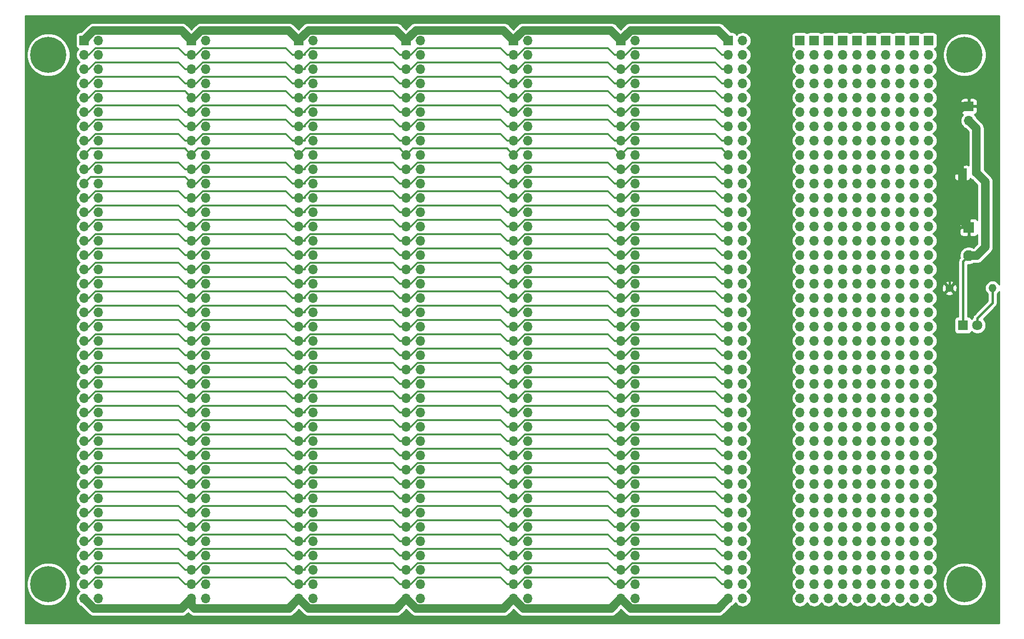
<source format=gtl>
G04 #@! TF.GenerationSoftware,KiCad,Pcbnew,5.1.4-e60b266~84~ubuntu18.04.1*
G04 #@! TF.CreationDate,2019-10-31T19:17:03-04:00*
G04 #@! TF.ProjectId,OSH_Park_2_layer,4f53485f-5061-4726-9b5f-325f6c617965,rev?*
G04 #@! TF.SameCoordinates,Original*
G04 #@! TF.FileFunction,Copper,L1,Top*
G04 #@! TF.FilePolarity,Positive*
%FSLAX46Y46*%
G04 Gerber Fmt 4.6, Leading zero omitted, Abs format (unit mm)*
G04 Created by KiCad (PCBNEW 5.1.4-e60b266~84~ubuntu18.04.1) date 2019-10-31 19:17:03*
%MOMM*%
%LPD*%
G04 APERTURE LIST*
%ADD10O,1.700000X1.700000*%
%ADD11R,1.700000X1.700000*%
%ADD12C,1.600000*%
%ADD13R,1.600000X1.600000*%
%ADD14C,6.400000*%
%ADD15R,1.800000X1.800000*%
%ADD16C,1.800000*%
%ADD17R,1.950000X1.950000*%
%ADD18C,1.950000*%
%ADD19C,1.400000*%
%ADD20O,1.400000X1.400000*%
%ADD21C,1.500000*%
%ADD22C,0.400000*%
%ADD23C,0.300000*%
%ADD24C,0.254000*%
G04 APERTURE END LIST*
D10*
X177800000Y-149860000D03*
X177800000Y-147320000D03*
X177800000Y-144780000D03*
X177800000Y-142240000D03*
X177800000Y-139700000D03*
X177800000Y-137160000D03*
X177800000Y-134620000D03*
X177800000Y-132080000D03*
X177800000Y-129540000D03*
X177800000Y-127000000D03*
X177800000Y-124460000D03*
X177800000Y-121920000D03*
X177800000Y-119380000D03*
X177800000Y-116840000D03*
X177800000Y-114300000D03*
X177800000Y-111760000D03*
X177800000Y-109220000D03*
X177800000Y-106680000D03*
X177800000Y-104140000D03*
X177800000Y-101600000D03*
X177800000Y-99060000D03*
X177800000Y-96520000D03*
X177800000Y-93980000D03*
X177800000Y-91440000D03*
X177800000Y-88900000D03*
X177800000Y-86360000D03*
X177800000Y-83820000D03*
X177800000Y-81280000D03*
X177800000Y-78740000D03*
X177800000Y-76200000D03*
X177800000Y-73660000D03*
X177800000Y-71120000D03*
X177800000Y-68580000D03*
X177800000Y-66040000D03*
X177800000Y-63500000D03*
X177800000Y-60960000D03*
X177800000Y-58420000D03*
X177800000Y-55880000D03*
X177800000Y-53340000D03*
D11*
X177800000Y-50800000D03*
X180340000Y-50800000D03*
D10*
X180340000Y-53340000D03*
X180340000Y-55880000D03*
X180340000Y-58420000D03*
X180340000Y-60960000D03*
X180340000Y-63500000D03*
X180340000Y-66040000D03*
X180340000Y-68580000D03*
X180340000Y-71120000D03*
X180340000Y-73660000D03*
X180340000Y-76200000D03*
X180340000Y-78740000D03*
X180340000Y-81280000D03*
X180340000Y-83820000D03*
X180340000Y-86360000D03*
X180340000Y-88900000D03*
X180340000Y-91440000D03*
X180340000Y-93980000D03*
X180340000Y-96520000D03*
X180340000Y-99060000D03*
X180340000Y-101600000D03*
X180340000Y-104140000D03*
X180340000Y-106680000D03*
X180340000Y-109220000D03*
X180340000Y-111760000D03*
X180340000Y-114300000D03*
X180340000Y-116840000D03*
X180340000Y-119380000D03*
X180340000Y-121920000D03*
X180340000Y-124460000D03*
X180340000Y-127000000D03*
X180340000Y-129540000D03*
X180340000Y-132080000D03*
X180340000Y-134620000D03*
X180340000Y-137160000D03*
X180340000Y-139700000D03*
X180340000Y-142240000D03*
X180340000Y-144780000D03*
X180340000Y-147320000D03*
X180340000Y-149860000D03*
D11*
X182880000Y-50800000D03*
D10*
X182880000Y-53340000D03*
X182880000Y-55880000D03*
X182880000Y-58420000D03*
X182880000Y-60960000D03*
X182880000Y-63500000D03*
X182880000Y-66040000D03*
X182880000Y-68580000D03*
X182880000Y-71120000D03*
X182880000Y-73660000D03*
X182880000Y-76200000D03*
X182880000Y-78740000D03*
X182880000Y-81280000D03*
X182880000Y-83820000D03*
X182880000Y-86360000D03*
X182880000Y-88900000D03*
X182880000Y-91440000D03*
X182880000Y-93980000D03*
X182880000Y-96520000D03*
X182880000Y-99060000D03*
X182880000Y-101600000D03*
X182880000Y-104140000D03*
X182880000Y-106680000D03*
X182880000Y-109220000D03*
X182880000Y-111760000D03*
X182880000Y-114300000D03*
X182880000Y-116840000D03*
X182880000Y-119380000D03*
X182880000Y-121920000D03*
X182880000Y-124460000D03*
X182880000Y-127000000D03*
X182880000Y-129540000D03*
X182880000Y-132080000D03*
X182880000Y-134620000D03*
X182880000Y-137160000D03*
X182880000Y-139700000D03*
X182880000Y-142240000D03*
X182880000Y-144780000D03*
X182880000Y-147320000D03*
X182880000Y-149860000D03*
X185420000Y-149860000D03*
X185420000Y-147320000D03*
X185420000Y-144780000D03*
X185420000Y-142240000D03*
X185420000Y-139700000D03*
X185420000Y-137160000D03*
X185420000Y-134620000D03*
X185420000Y-132080000D03*
X185420000Y-129540000D03*
X185420000Y-127000000D03*
X185420000Y-124460000D03*
X185420000Y-121920000D03*
X185420000Y-119380000D03*
X185420000Y-116840000D03*
X185420000Y-114300000D03*
X185420000Y-111760000D03*
X185420000Y-109220000D03*
X185420000Y-106680000D03*
X185420000Y-104140000D03*
X185420000Y-101600000D03*
X185420000Y-99060000D03*
X185420000Y-96520000D03*
X185420000Y-93980000D03*
X185420000Y-91440000D03*
X185420000Y-88900000D03*
X185420000Y-86360000D03*
X185420000Y-83820000D03*
X185420000Y-81280000D03*
X185420000Y-78740000D03*
X185420000Y-76200000D03*
X185420000Y-73660000D03*
X185420000Y-71120000D03*
X185420000Y-68580000D03*
X185420000Y-66040000D03*
X185420000Y-63500000D03*
X185420000Y-60960000D03*
X185420000Y-58420000D03*
X185420000Y-55880000D03*
X185420000Y-53340000D03*
D11*
X185420000Y-50800000D03*
X187960000Y-50800000D03*
D10*
X187960000Y-53340000D03*
X187960000Y-55880000D03*
X187960000Y-58420000D03*
X187960000Y-60960000D03*
X187960000Y-63500000D03*
X187960000Y-66040000D03*
X187960000Y-68580000D03*
X187960000Y-71120000D03*
X187960000Y-73660000D03*
X187960000Y-76200000D03*
X187960000Y-78740000D03*
X187960000Y-81280000D03*
X187960000Y-83820000D03*
X187960000Y-86360000D03*
X187960000Y-88900000D03*
X187960000Y-91440000D03*
X187960000Y-93980000D03*
X187960000Y-96520000D03*
X187960000Y-99060000D03*
X187960000Y-101600000D03*
X187960000Y-104140000D03*
X187960000Y-106680000D03*
X187960000Y-109220000D03*
X187960000Y-111760000D03*
X187960000Y-114300000D03*
X187960000Y-116840000D03*
X187960000Y-119380000D03*
X187960000Y-121920000D03*
X187960000Y-124460000D03*
X187960000Y-127000000D03*
X187960000Y-129540000D03*
X187960000Y-132080000D03*
X187960000Y-134620000D03*
X187960000Y-137160000D03*
X187960000Y-139700000D03*
X187960000Y-142240000D03*
X187960000Y-144780000D03*
X187960000Y-147320000D03*
X187960000Y-149860000D03*
X190500000Y-149860000D03*
X190500000Y-147320000D03*
X190500000Y-144780000D03*
X190500000Y-142240000D03*
X190500000Y-139700000D03*
X190500000Y-137160000D03*
X190500000Y-134620000D03*
X190500000Y-132080000D03*
X190500000Y-129540000D03*
X190500000Y-127000000D03*
X190500000Y-124460000D03*
X190500000Y-121920000D03*
X190500000Y-119380000D03*
X190500000Y-116840000D03*
X190500000Y-114300000D03*
X190500000Y-111760000D03*
X190500000Y-109220000D03*
X190500000Y-106680000D03*
X190500000Y-104140000D03*
X190500000Y-101600000D03*
X190500000Y-99060000D03*
X190500000Y-96520000D03*
X190500000Y-93980000D03*
X190500000Y-91440000D03*
X190500000Y-88900000D03*
X190500000Y-86360000D03*
X190500000Y-83820000D03*
X190500000Y-81280000D03*
X190500000Y-78740000D03*
X190500000Y-76200000D03*
X190500000Y-73660000D03*
X190500000Y-71120000D03*
X190500000Y-68580000D03*
X190500000Y-66040000D03*
X190500000Y-63500000D03*
X190500000Y-60960000D03*
X190500000Y-58420000D03*
X190500000Y-55880000D03*
X190500000Y-53340000D03*
D11*
X190500000Y-50800000D03*
X193040000Y-50800000D03*
D10*
X193040000Y-53340000D03*
X193040000Y-55880000D03*
X193040000Y-58420000D03*
X193040000Y-60960000D03*
X193040000Y-63500000D03*
X193040000Y-66040000D03*
X193040000Y-68580000D03*
X193040000Y-71120000D03*
X193040000Y-73660000D03*
X193040000Y-76200000D03*
X193040000Y-78740000D03*
X193040000Y-81280000D03*
X193040000Y-83820000D03*
X193040000Y-86360000D03*
X193040000Y-88900000D03*
X193040000Y-91440000D03*
X193040000Y-93980000D03*
X193040000Y-96520000D03*
X193040000Y-99060000D03*
X193040000Y-101600000D03*
X193040000Y-104140000D03*
X193040000Y-106680000D03*
X193040000Y-109220000D03*
X193040000Y-111760000D03*
X193040000Y-114300000D03*
X193040000Y-116840000D03*
X193040000Y-119380000D03*
X193040000Y-121920000D03*
X193040000Y-124460000D03*
X193040000Y-127000000D03*
X193040000Y-129540000D03*
X193040000Y-132080000D03*
X193040000Y-134620000D03*
X193040000Y-137160000D03*
X193040000Y-139700000D03*
X193040000Y-142240000D03*
X193040000Y-144780000D03*
X193040000Y-147320000D03*
X193040000Y-149860000D03*
X195580000Y-149860000D03*
X195580000Y-147320000D03*
X195580000Y-144780000D03*
X195580000Y-142240000D03*
X195580000Y-139700000D03*
X195580000Y-137160000D03*
X195580000Y-134620000D03*
X195580000Y-132080000D03*
X195580000Y-129540000D03*
X195580000Y-127000000D03*
X195580000Y-124460000D03*
X195580000Y-121920000D03*
X195580000Y-119380000D03*
X195580000Y-116840000D03*
X195580000Y-114300000D03*
X195580000Y-111760000D03*
X195580000Y-109220000D03*
X195580000Y-106680000D03*
X195580000Y-104140000D03*
X195580000Y-101600000D03*
X195580000Y-99060000D03*
X195580000Y-96520000D03*
X195580000Y-93980000D03*
X195580000Y-91440000D03*
X195580000Y-88900000D03*
X195580000Y-86360000D03*
X195580000Y-83820000D03*
X195580000Y-81280000D03*
X195580000Y-78740000D03*
X195580000Y-76200000D03*
X195580000Y-73660000D03*
X195580000Y-71120000D03*
X195580000Y-68580000D03*
X195580000Y-66040000D03*
X195580000Y-63500000D03*
X195580000Y-60960000D03*
X195580000Y-58420000D03*
X195580000Y-55880000D03*
X195580000Y-53340000D03*
D11*
X195580000Y-50800000D03*
X198120000Y-50800000D03*
D10*
X198120000Y-53340000D03*
X198120000Y-55880000D03*
X198120000Y-58420000D03*
X198120000Y-60960000D03*
X198120000Y-63500000D03*
X198120000Y-66040000D03*
X198120000Y-68580000D03*
X198120000Y-71120000D03*
X198120000Y-73660000D03*
X198120000Y-76200000D03*
X198120000Y-78740000D03*
X198120000Y-81280000D03*
X198120000Y-83820000D03*
X198120000Y-86360000D03*
X198120000Y-88900000D03*
X198120000Y-91440000D03*
X198120000Y-93980000D03*
X198120000Y-96520000D03*
X198120000Y-99060000D03*
X198120000Y-101600000D03*
X198120000Y-104140000D03*
X198120000Y-106680000D03*
X198120000Y-109220000D03*
X198120000Y-111760000D03*
X198120000Y-114300000D03*
X198120000Y-116840000D03*
X198120000Y-119380000D03*
X198120000Y-121920000D03*
X198120000Y-124460000D03*
X198120000Y-127000000D03*
X198120000Y-129540000D03*
X198120000Y-132080000D03*
X198120000Y-134620000D03*
X198120000Y-137160000D03*
X198120000Y-139700000D03*
X198120000Y-142240000D03*
X198120000Y-144780000D03*
X198120000Y-147320000D03*
X198120000Y-149860000D03*
X200660000Y-149860000D03*
X200660000Y-147320000D03*
X200660000Y-144780000D03*
X200660000Y-142240000D03*
X200660000Y-139700000D03*
X200660000Y-137160000D03*
X200660000Y-134620000D03*
X200660000Y-132080000D03*
X200660000Y-129540000D03*
X200660000Y-127000000D03*
X200660000Y-124460000D03*
X200660000Y-121920000D03*
X200660000Y-119380000D03*
X200660000Y-116840000D03*
X200660000Y-114300000D03*
X200660000Y-111760000D03*
X200660000Y-109220000D03*
X200660000Y-106680000D03*
X200660000Y-104140000D03*
X200660000Y-101600000D03*
X200660000Y-99060000D03*
X200660000Y-96520000D03*
X200660000Y-93980000D03*
X200660000Y-91440000D03*
X200660000Y-88900000D03*
X200660000Y-86360000D03*
X200660000Y-83820000D03*
X200660000Y-81280000D03*
X200660000Y-78740000D03*
X200660000Y-76200000D03*
X200660000Y-73660000D03*
X200660000Y-71120000D03*
X200660000Y-68580000D03*
X200660000Y-66040000D03*
X200660000Y-63500000D03*
X200660000Y-60960000D03*
X200660000Y-58420000D03*
X200660000Y-55880000D03*
X200660000Y-53340000D03*
D11*
X200660000Y-50800000D03*
D12*
X209129000Y-74295000D03*
D13*
X206629000Y-74295000D03*
D14*
X207010000Y-147320000D03*
X207010000Y-53340000D03*
X44450000Y-147320000D03*
X44450000Y-53340000D03*
D15*
X206756000Y-101346000D03*
D16*
X209296000Y-101346000D03*
D10*
X53340000Y-149860000D03*
X50800000Y-149860000D03*
X53340000Y-147320000D03*
X50800000Y-147320000D03*
X53340000Y-144780000D03*
X50800000Y-144780000D03*
X53340000Y-142240000D03*
X50800000Y-142240000D03*
X53340000Y-139700000D03*
X50800000Y-139700000D03*
X53340000Y-137160000D03*
X50800000Y-137160000D03*
X53340000Y-134620000D03*
X50800000Y-134620000D03*
X53340000Y-132080000D03*
X50800000Y-132080000D03*
X53340000Y-129540000D03*
X50800000Y-129540000D03*
X53340000Y-127000000D03*
X50800000Y-127000000D03*
X53340000Y-124460000D03*
X50800000Y-124460000D03*
X53340000Y-121920000D03*
X50800000Y-121920000D03*
X53340000Y-119380000D03*
X50800000Y-119380000D03*
X53340000Y-116840000D03*
X50800000Y-116840000D03*
X53340000Y-114300000D03*
X50800000Y-114300000D03*
X53340000Y-111760000D03*
X50800000Y-111760000D03*
X53340000Y-109220000D03*
X50800000Y-109220000D03*
X53340000Y-106680000D03*
X50800000Y-106680000D03*
X53340000Y-104140000D03*
X50800000Y-104140000D03*
X53340000Y-101600000D03*
X50800000Y-101600000D03*
X53340000Y-99060000D03*
X50800000Y-99060000D03*
X53340000Y-96520000D03*
X50800000Y-96520000D03*
X53340000Y-93980000D03*
X50800000Y-93980000D03*
X53340000Y-91440000D03*
X50800000Y-91440000D03*
X53340000Y-88900000D03*
X50800000Y-88900000D03*
X53340000Y-86360000D03*
X50800000Y-86360000D03*
X53340000Y-83820000D03*
X50800000Y-83820000D03*
X53340000Y-81280000D03*
X50800000Y-81280000D03*
X53340000Y-78740000D03*
X50800000Y-78740000D03*
X53340000Y-76200000D03*
X50800000Y-76200000D03*
X53340000Y-73660000D03*
X50800000Y-73660000D03*
X53340000Y-71120000D03*
X50800000Y-71120000D03*
X53340000Y-68580000D03*
X50800000Y-68580000D03*
X53340000Y-66040000D03*
X50800000Y-66040000D03*
X53340000Y-63500000D03*
X50800000Y-63500000D03*
X53340000Y-60960000D03*
X50800000Y-60960000D03*
X53340000Y-58420000D03*
X50800000Y-58420000D03*
X53340000Y-55880000D03*
X50800000Y-55880000D03*
X53340000Y-53340000D03*
X50800000Y-53340000D03*
X53340000Y-50800000D03*
D11*
X50800000Y-50800000D03*
X69850000Y-50800000D03*
D10*
X72390000Y-50800000D03*
X69850000Y-53340000D03*
X72390000Y-53340000D03*
X69850000Y-55880000D03*
X72390000Y-55880000D03*
X69850000Y-58420000D03*
X72390000Y-58420000D03*
X69850000Y-60960000D03*
X72390000Y-60960000D03*
X69850000Y-63500000D03*
X72390000Y-63500000D03*
X69850000Y-66040000D03*
X72390000Y-66040000D03*
X69850000Y-68580000D03*
X72390000Y-68580000D03*
X69850000Y-71120000D03*
X72390000Y-71120000D03*
X69850000Y-73660000D03*
X72390000Y-73660000D03*
X69850000Y-76200000D03*
X72390000Y-76200000D03*
X69850000Y-78740000D03*
X72390000Y-78740000D03*
X69850000Y-81280000D03*
X72390000Y-81280000D03*
X69850000Y-83820000D03*
X72390000Y-83820000D03*
X69850000Y-86360000D03*
X72390000Y-86360000D03*
X69850000Y-88900000D03*
X72390000Y-88900000D03*
X69850000Y-91440000D03*
X72390000Y-91440000D03*
X69850000Y-93980000D03*
X72390000Y-93980000D03*
X69850000Y-96520000D03*
X72390000Y-96520000D03*
X69850000Y-99060000D03*
X72390000Y-99060000D03*
X69850000Y-101600000D03*
X72390000Y-101600000D03*
X69850000Y-104140000D03*
X72390000Y-104140000D03*
X69850000Y-106680000D03*
X72390000Y-106680000D03*
X69850000Y-109220000D03*
X72390000Y-109220000D03*
X69850000Y-111760000D03*
X72390000Y-111760000D03*
X69850000Y-114300000D03*
X72390000Y-114300000D03*
X69850000Y-116840000D03*
X72390000Y-116840000D03*
X69850000Y-119380000D03*
X72390000Y-119380000D03*
X69850000Y-121920000D03*
X72390000Y-121920000D03*
X69850000Y-124460000D03*
X72390000Y-124460000D03*
X69850000Y-127000000D03*
X72390000Y-127000000D03*
X69850000Y-129540000D03*
X72390000Y-129540000D03*
X69850000Y-132080000D03*
X72390000Y-132080000D03*
X69850000Y-134620000D03*
X72390000Y-134620000D03*
X69850000Y-137160000D03*
X72390000Y-137160000D03*
X69850000Y-139700000D03*
X72390000Y-139700000D03*
X69850000Y-142240000D03*
X72390000Y-142240000D03*
X69850000Y-144780000D03*
X72390000Y-144780000D03*
X69850000Y-147320000D03*
X72390000Y-147320000D03*
X69850000Y-149860000D03*
X72390000Y-149860000D03*
D11*
X88900000Y-50800000D03*
D10*
X91440000Y-50800000D03*
X88900000Y-53340000D03*
X91440000Y-53340000D03*
X88900000Y-55880000D03*
X91440000Y-55880000D03*
X88900000Y-58420000D03*
X91440000Y-58420000D03*
X88900000Y-60960000D03*
X91440000Y-60960000D03*
X88900000Y-63500000D03*
X91440000Y-63500000D03*
X88900000Y-66040000D03*
X91440000Y-66040000D03*
X88900000Y-68580000D03*
X91440000Y-68580000D03*
X88900000Y-71120000D03*
X91440000Y-71120000D03*
X88900000Y-73660000D03*
X91440000Y-73660000D03*
X88900000Y-76200000D03*
X91440000Y-76200000D03*
X88900000Y-78740000D03*
X91440000Y-78740000D03*
X88900000Y-81280000D03*
X91440000Y-81280000D03*
X88900000Y-83820000D03*
X91440000Y-83820000D03*
X88900000Y-86360000D03*
X91440000Y-86360000D03*
X88900000Y-88900000D03*
X91440000Y-88900000D03*
X88900000Y-91440000D03*
X91440000Y-91440000D03*
X88900000Y-93980000D03*
X91440000Y-93980000D03*
X88900000Y-96520000D03*
X91440000Y-96520000D03*
X88900000Y-99060000D03*
X91440000Y-99060000D03*
X88900000Y-101600000D03*
X91440000Y-101600000D03*
X88900000Y-104140000D03*
X91440000Y-104140000D03*
X88900000Y-106680000D03*
X91440000Y-106680000D03*
X88900000Y-109220000D03*
X91440000Y-109220000D03*
X88900000Y-111760000D03*
X91440000Y-111760000D03*
X88900000Y-114300000D03*
X91440000Y-114300000D03*
X88900000Y-116840000D03*
X91440000Y-116840000D03*
X88900000Y-119380000D03*
X91440000Y-119380000D03*
X88900000Y-121920000D03*
X91440000Y-121920000D03*
X88900000Y-124460000D03*
X91440000Y-124460000D03*
X88900000Y-127000000D03*
X91440000Y-127000000D03*
X88900000Y-129540000D03*
X91440000Y-129540000D03*
X88900000Y-132080000D03*
X91440000Y-132080000D03*
X88900000Y-134620000D03*
X91440000Y-134620000D03*
X88900000Y-137160000D03*
X91440000Y-137160000D03*
X88900000Y-139700000D03*
X91440000Y-139700000D03*
X88900000Y-142240000D03*
X91440000Y-142240000D03*
X88900000Y-144780000D03*
X91440000Y-144780000D03*
X88900000Y-147320000D03*
X91440000Y-147320000D03*
X88900000Y-149860000D03*
X91440000Y-149860000D03*
X110490000Y-149860000D03*
X107950000Y-149860000D03*
X110490000Y-147320000D03*
X107950000Y-147320000D03*
X110490000Y-144780000D03*
X107950000Y-144780000D03*
X110490000Y-142240000D03*
X107950000Y-142240000D03*
X110490000Y-139700000D03*
X107950000Y-139700000D03*
X110490000Y-137160000D03*
X107950000Y-137160000D03*
X110490000Y-134620000D03*
X107950000Y-134620000D03*
X110490000Y-132080000D03*
X107950000Y-132080000D03*
X110490000Y-129540000D03*
X107950000Y-129540000D03*
X110490000Y-127000000D03*
X107950000Y-127000000D03*
X110490000Y-124460000D03*
X107950000Y-124460000D03*
X110490000Y-121920000D03*
X107950000Y-121920000D03*
X110490000Y-119380000D03*
X107950000Y-119380000D03*
X110490000Y-116840000D03*
X107950000Y-116840000D03*
X110490000Y-114300000D03*
X107950000Y-114300000D03*
X110490000Y-111760000D03*
X107950000Y-111760000D03*
X110490000Y-109220000D03*
X107950000Y-109220000D03*
X110490000Y-106680000D03*
X107950000Y-106680000D03*
X110490000Y-104140000D03*
X107950000Y-104140000D03*
X110490000Y-101600000D03*
X107950000Y-101600000D03*
X110490000Y-99060000D03*
X107950000Y-99060000D03*
X110490000Y-96520000D03*
X107950000Y-96520000D03*
X110490000Y-93980000D03*
X107950000Y-93980000D03*
X110490000Y-91440000D03*
X107950000Y-91440000D03*
X110490000Y-88900000D03*
X107950000Y-88900000D03*
X110490000Y-86360000D03*
X107950000Y-86360000D03*
X110490000Y-83820000D03*
X107950000Y-83820000D03*
X110490000Y-81280000D03*
X107950000Y-81280000D03*
X110490000Y-78740000D03*
X107950000Y-78740000D03*
X110490000Y-76200000D03*
X107950000Y-76200000D03*
X110490000Y-73660000D03*
X107950000Y-73660000D03*
X110490000Y-71120000D03*
X107950000Y-71120000D03*
X110490000Y-68580000D03*
X107950000Y-68580000D03*
X110490000Y-66040000D03*
X107950000Y-66040000D03*
X110490000Y-63500000D03*
X107950000Y-63500000D03*
X110490000Y-60960000D03*
X107950000Y-60960000D03*
X110490000Y-58420000D03*
X107950000Y-58420000D03*
X110490000Y-55880000D03*
X107950000Y-55880000D03*
X110490000Y-53340000D03*
X107950000Y-53340000D03*
X110490000Y-50800000D03*
D11*
X107950000Y-50800000D03*
X127000000Y-50800000D03*
D10*
X129540000Y-50800000D03*
X127000000Y-53340000D03*
X129540000Y-53340000D03*
X127000000Y-55880000D03*
X129540000Y-55880000D03*
X127000000Y-58420000D03*
X129540000Y-58420000D03*
X127000000Y-60960000D03*
X129540000Y-60960000D03*
X127000000Y-63500000D03*
X129540000Y-63500000D03*
X127000000Y-66040000D03*
X129540000Y-66040000D03*
X127000000Y-68580000D03*
X129540000Y-68580000D03*
X127000000Y-71120000D03*
X129540000Y-71120000D03*
X127000000Y-73660000D03*
X129540000Y-73660000D03*
X127000000Y-76200000D03*
X129540000Y-76200000D03*
X127000000Y-78740000D03*
X129540000Y-78740000D03*
X127000000Y-81280000D03*
X129540000Y-81280000D03*
X127000000Y-83820000D03*
X129540000Y-83820000D03*
X127000000Y-86360000D03*
X129540000Y-86360000D03*
X127000000Y-88900000D03*
X129540000Y-88900000D03*
X127000000Y-91440000D03*
X129540000Y-91440000D03*
X127000000Y-93980000D03*
X129540000Y-93980000D03*
X127000000Y-96520000D03*
X129540000Y-96520000D03*
X127000000Y-99060000D03*
X129540000Y-99060000D03*
X127000000Y-101600000D03*
X129540000Y-101600000D03*
X127000000Y-104140000D03*
X129540000Y-104140000D03*
X127000000Y-106680000D03*
X129540000Y-106680000D03*
X127000000Y-109220000D03*
X129540000Y-109220000D03*
X127000000Y-111760000D03*
X129540000Y-111760000D03*
X127000000Y-114300000D03*
X129540000Y-114300000D03*
X127000000Y-116840000D03*
X129540000Y-116840000D03*
X127000000Y-119380000D03*
X129540000Y-119380000D03*
X127000000Y-121920000D03*
X129540000Y-121920000D03*
X127000000Y-124460000D03*
X129540000Y-124460000D03*
X127000000Y-127000000D03*
X129540000Y-127000000D03*
X127000000Y-129540000D03*
X129540000Y-129540000D03*
X127000000Y-132080000D03*
X129540000Y-132080000D03*
X127000000Y-134620000D03*
X129540000Y-134620000D03*
X127000000Y-137160000D03*
X129540000Y-137160000D03*
X127000000Y-139700000D03*
X129540000Y-139700000D03*
X127000000Y-142240000D03*
X129540000Y-142240000D03*
X127000000Y-144780000D03*
X129540000Y-144780000D03*
X127000000Y-147320000D03*
X129540000Y-147320000D03*
X127000000Y-149860000D03*
X129540000Y-149860000D03*
D11*
X146050000Y-50800000D03*
D10*
X148590000Y-50800000D03*
X146050000Y-53340000D03*
X148590000Y-53340000D03*
X146050000Y-55880000D03*
X148590000Y-55880000D03*
X146050000Y-58420000D03*
X148590000Y-58420000D03*
X146050000Y-60960000D03*
X148590000Y-60960000D03*
X146050000Y-63500000D03*
X148590000Y-63500000D03*
X146050000Y-66040000D03*
X148590000Y-66040000D03*
X146050000Y-68580000D03*
X148590000Y-68580000D03*
X146050000Y-71120000D03*
X148590000Y-71120000D03*
X146050000Y-73660000D03*
X148590000Y-73660000D03*
X146050000Y-76200000D03*
X148590000Y-76200000D03*
X146050000Y-78740000D03*
X148590000Y-78740000D03*
X146050000Y-81280000D03*
X148590000Y-81280000D03*
X146050000Y-83820000D03*
X148590000Y-83820000D03*
X146050000Y-86360000D03*
X148590000Y-86360000D03*
X146050000Y-88900000D03*
X148590000Y-88900000D03*
X146050000Y-91440000D03*
X148590000Y-91440000D03*
X146050000Y-93980000D03*
X148590000Y-93980000D03*
X146050000Y-96520000D03*
X148590000Y-96520000D03*
X146050000Y-99060000D03*
X148590000Y-99060000D03*
X146050000Y-101600000D03*
X148590000Y-101600000D03*
X146050000Y-104140000D03*
X148590000Y-104140000D03*
X146050000Y-106680000D03*
X148590000Y-106680000D03*
X146050000Y-109220000D03*
X148590000Y-109220000D03*
X146050000Y-111760000D03*
X148590000Y-111760000D03*
X146050000Y-114300000D03*
X148590000Y-114300000D03*
X146050000Y-116840000D03*
X148590000Y-116840000D03*
X146050000Y-119380000D03*
X148590000Y-119380000D03*
X146050000Y-121920000D03*
X148590000Y-121920000D03*
X146050000Y-124460000D03*
X148590000Y-124460000D03*
X146050000Y-127000000D03*
X148590000Y-127000000D03*
X146050000Y-129540000D03*
X148590000Y-129540000D03*
X146050000Y-132080000D03*
X148590000Y-132080000D03*
X146050000Y-134620000D03*
X148590000Y-134620000D03*
X146050000Y-137160000D03*
X148590000Y-137160000D03*
X146050000Y-139700000D03*
X148590000Y-139700000D03*
X146050000Y-142240000D03*
X148590000Y-142240000D03*
X146050000Y-144780000D03*
X148590000Y-144780000D03*
X146050000Y-147320000D03*
X148590000Y-147320000D03*
X146050000Y-149860000D03*
X148590000Y-149860000D03*
X167640000Y-149860000D03*
X165100000Y-149860000D03*
X167640000Y-147320000D03*
X165100000Y-147320000D03*
X167640000Y-144780000D03*
X165100000Y-144780000D03*
X167640000Y-142240000D03*
X165100000Y-142240000D03*
X167640000Y-139700000D03*
X165100000Y-139700000D03*
X167640000Y-137160000D03*
X165100000Y-137160000D03*
X167640000Y-134620000D03*
X165100000Y-134620000D03*
X167640000Y-132080000D03*
X165100000Y-132080000D03*
X167640000Y-129540000D03*
X165100000Y-129540000D03*
X167640000Y-127000000D03*
X165100000Y-127000000D03*
X167640000Y-124460000D03*
X165100000Y-124460000D03*
X167640000Y-121920000D03*
X165100000Y-121920000D03*
X167640000Y-119380000D03*
X165100000Y-119380000D03*
X167640000Y-116840000D03*
X165100000Y-116840000D03*
X167640000Y-114300000D03*
X165100000Y-114300000D03*
X167640000Y-111760000D03*
X165100000Y-111760000D03*
X167640000Y-109220000D03*
X165100000Y-109220000D03*
X167640000Y-106680000D03*
X165100000Y-106680000D03*
X167640000Y-104140000D03*
X165100000Y-104140000D03*
X167640000Y-101600000D03*
X165100000Y-101600000D03*
X167640000Y-99060000D03*
X165100000Y-99060000D03*
X167640000Y-96520000D03*
X165100000Y-96520000D03*
X167640000Y-93980000D03*
X165100000Y-93980000D03*
X167640000Y-91440000D03*
X165100000Y-91440000D03*
X167640000Y-88900000D03*
X165100000Y-88900000D03*
X167640000Y-86360000D03*
X165100000Y-86360000D03*
X167640000Y-83820000D03*
X165100000Y-83820000D03*
X167640000Y-81280000D03*
X165100000Y-81280000D03*
X167640000Y-78740000D03*
X165100000Y-78740000D03*
X167640000Y-76200000D03*
X165100000Y-76200000D03*
X167640000Y-73660000D03*
X165100000Y-73660000D03*
X167640000Y-71120000D03*
X165100000Y-71120000D03*
X167640000Y-68580000D03*
X165100000Y-68580000D03*
X167640000Y-66040000D03*
X165100000Y-66040000D03*
X167640000Y-63500000D03*
X165100000Y-63500000D03*
X167640000Y-60960000D03*
X165100000Y-60960000D03*
X167640000Y-58420000D03*
X165100000Y-58420000D03*
X167640000Y-55880000D03*
X165100000Y-55880000D03*
X167640000Y-53340000D03*
X165100000Y-53340000D03*
X167640000Y-50800000D03*
D11*
X165100000Y-50800000D03*
X207772000Y-62484000D03*
D10*
X207772000Y-65024000D03*
D17*
X207772000Y-83987000D03*
D18*
X207772000Y-88987000D03*
D19*
X204343000Y-94742000D03*
D20*
X211963000Y-94742000D03*
D21*
X206756000Y-62484000D02*
X207772000Y-62484000D01*
X206629000Y-74295000D02*
X204724000Y-72390000D01*
X204724000Y-64516000D02*
X206756000Y-62484000D01*
X204724000Y-72390000D02*
X204724000Y-64516000D01*
X207772000Y-83987000D02*
X207772000Y-83947000D01*
X206629000Y-82804000D02*
X206629000Y-74295000D01*
X207772000Y-83947000D02*
X206629000Y-82804000D01*
D22*
X206397000Y-83987000D02*
X207772000Y-83987000D01*
X204343000Y-86041000D02*
X206397000Y-83987000D01*
X204343000Y-94742000D02*
X204343000Y-86041000D01*
D21*
X209129000Y-66381000D02*
X207772000Y-65024000D01*
X209129000Y-74295000D02*
X209129000Y-66381000D01*
X209150858Y-88987000D02*
X210693000Y-87444858D01*
X207772000Y-88987000D02*
X209150858Y-88987000D01*
X210693000Y-75859000D02*
X209129000Y-74295000D01*
X210693000Y-87444858D02*
X210693000Y-75859000D01*
D22*
X206756000Y-90003000D02*
X207772000Y-88987000D01*
X206756000Y-100076000D02*
X206756000Y-90003000D01*
X206756000Y-100076000D02*
X206756000Y-101346000D01*
X211963000Y-97409000D02*
X211963000Y-94742000D01*
X209296000Y-100076000D02*
X211963000Y-97409000D01*
X209296000Y-100076000D02*
X209296000Y-101346000D01*
D23*
X107950000Y-149860000D02*
X108784446Y-149860000D01*
D21*
X68097599Y-151612401D02*
X69000001Y-150709999D01*
X69000001Y-150709999D02*
X69850000Y-149860000D01*
X52552401Y-151612401D02*
X68097599Y-151612401D01*
X50800000Y-149860000D02*
X52552401Y-151612401D01*
X88050001Y-150709999D02*
X88900000Y-149860000D01*
X87147599Y-151612401D02*
X88050001Y-150709999D01*
X70400320Y-151612401D02*
X87147599Y-151612401D01*
X69850000Y-151062081D02*
X70400320Y-151612401D01*
X69850000Y-149860000D02*
X69850000Y-151062081D01*
X107100001Y-150709999D02*
X107950000Y-149860000D01*
X106197599Y-151612401D02*
X107100001Y-150709999D01*
X90652401Y-151612401D02*
X106197599Y-151612401D01*
X88900000Y-149860000D02*
X90652401Y-151612401D01*
X126150001Y-150709999D02*
X127000000Y-149860000D01*
X125247599Y-151612401D02*
X126150001Y-150709999D01*
X109702401Y-151612401D02*
X125247599Y-151612401D01*
X107950000Y-149860000D02*
X109702401Y-151612401D01*
X145200001Y-150709999D02*
X146050000Y-149860000D01*
X144297599Y-151612401D02*
X145200001Y-150709999D01*
X128752401Y-151612401D02*
X144297599Y-151612401D01*
X127000000Y-149860000D02*
X128752401Y-151612401D01*
X163347599Y-151612401D02*
X164250001Y-150709999D01*
X147802401Y-151612401D02*
X163347599Y-151612401D01*
X164250001Y-150709999D02*
X165100000Y-149860000D01*
X146050000Y-149860000D02*
X147802401Y-151612401D01*
D23*
X163950000Y-147320000D02*
X165100000Y-147320000D01*
X70684446Y-147320000D02*
X71836847Y-146167599D01*
X128986847Y-146167599D02*
X143747599Y-146167599D01*
X86597599Y-146167599D02*
X87750000Y-147320000D01*
X162797599Y-146167599D02*
X163950000Y-147320000D01*
X105647599Y-146167599D02*
X106800000Y-147320000D01*
X146884446Y-147320000D02*
X148036847Y-146167599D01*
X127834446Y-147320000D02*
X128986847Y-146167599D01*
X52786847Y-146167599D02*
X67547599Y-146167599D01*
X90886847Y-146167599D02*
X105647599Y-146167599D01*
X71836847Y-146167599D02*
X86597599Y-146167599D01*
X109936847Y-146167599D02*
X124697599Y-146167599D01*
X106800000Y-147320000D02*
X107950000Y-147320000D01*
X89992200Y-147062246D02*
X90886847Y-146167599D01*
X144900000Y-147320000D02*
X146050000Y-147320000D01*
X51634446Y-147320000D02*
X52786847Y-146167599D01*
X88900000Y-147320000D02*
X89992200Y-147320000D01*
X107950000Y-147320000D02*
X108784446Y-147320000D01*
X127000000Y-147320000D02*
X127834446Y-147320000D01*
X108784446Y-147320000D02*
X109936847Y-146167599D01*
X125850000Y-147320000D02*
X127000000Y-147320000D01*
X143747599Y-146167599D02*
X144900000Y-147320000D01*
X68700000Y-147320000D02*
X69850000Y-147320000D01*
X146050000Y-147320000D02*
X146884446Y-147320000D01*
X89992200Y-147320000D02*
X89992200Y-147062246D01*
X148036847Y-146167599D02*
X162797599Y-146167599D01*
X87750000Y-147320000D02*
X88900000Y-147320000D01*
X124697599Y-146167599D02*
X125850000Y-147320000D01*
X67547599Y-146167599D02*
X68700000Y-147320000D01*
X163950000Y-144780000D02*
X165100000Y-144780000D01*
X70684446Y-144780000D02*
X71836847Y-143627599D01*
X128986847Y-143627599D02*
X143747599Y-143627599D01*
X86597599Y-143627599D02*
X87750000Y-144780000D01*
X162797599Y-143627599D02*
X163950000Y-144780000D01*
X105647599Y-143627599D02*
X106800000Y-144780000D01*
X146884446Y-144780000D02*
X148036847Y-143627599D01*
X127834446Y-144780000D02*
X128986847Y-143627599D01*
X52786847Y-143627599D02*
X67547599Y-143627599D01*
X90886847Y-143627599D02*
X105647599Y-143627599D01*
X71836847Y-143627599D02*
X86597599Y-143627599D01*
X109936847Y-143627599D02*
X124697599Y-143627599D01*
X106800000Y-144780000D02*
X107950000Y-144780000D01*
X89992200Y-144522246D02*
X90886847Y-143627599D01*
X144900000Y-144780000D02*
X146050000Y-144780000D01*
X51634446Y-144780000D02*
X52786847Y-143627599D01*
X88900000Y-144780000D02*
X89992200Y-144780000D01*
X107950000Y-144780000D02*
X108784446Y-144780000D01*
X127000000Y-144780000D02*
X127834446Y-144780000D01*
X108784446Y-144780000D02*
X109936847Y-143627599D01*
X125850000Y-144780000D02*
X127000000Y-144780000D01*
X143747599Y-143627599D02*
X144900000Y-144780000D01*
X68700000Y-144780000D02*
X69850000Y-144780000D01*
X146050000Y-144780000D02*
X146884446Y-144780000D01*
X89992200Y-144780000D02*
X89992200Y-144522246D01*
X148036847Y-143627599D02*
X162797599Y-143627599D01*
X87750000Y-144780000D02*
X88900000Y-144780000D01*
X124697599Y-143627599D02*
X125850000Y-144780000D01*
X67547599Y-143627599D02*
X68700000Y-144780000D01*
X163950000Y-142240000D02*
X165100000Y-142240000D01*
X70684446Y-142240000D02*
X71836847Y-141087599D01*
X128986847Y-141087599D02*
X143747599Y-141087599D01*
X86597599Y-141087599D02*
X87750000Y-142240000D01*
X162797599Y-141087599D02*
X163950000Y-142240000D01*
X105647599Y-141087599D02*
X106800000Y-142240000D01*
X146884446Y-142240000D02*
X148036847Y-141087599D01*
X127834446Y-142240000D02*
X128986847Y-141087599D01*
X52786847Y-141087599D02*
X67547599Y-141087599D01*
X90886847Y-141087599D02*
X105647599Y-141087599D01*
X71836847Y-141087599D02*
X86597599Y-141087599D01*
X109936847Y-141087599D02*
X124697599Y-141087599D01*
X106800000Y-142240000D02*
X107950000Y-142240000D01*
X89992200Y-141982246D02*
X90886847Y-141087599D01*
X144900000Y-142240000D02*
X146050000Y-142240000D01*
X51634446Y-142240000D02*
X52786847Y-141087599D01*
X88900000Y-142240000D02*
X89992200Y-142240000D01*
X107950000Y-142240000D02*
X108784446Y-142240000D01*
X127000000Y-142240000D02*
X127834446Y-142240000D01*
X108784446Y-142240000D02*
X109936847Y-141087599D01*
X125850000Y-142240000D02*
X127000000Y-142240000D01*
X143747599Y-141087599D02*
X144900000Y-142240000D01*
X68700000Y-142240000D02*
X69850000Y-142240000D01*
X146050000Y-142240000D02*
X146884446Y-142240000D01*
X89992200Y-142240000D02*
X89992200Y-141982246D01*
X148036847Y-141087599D02*
X162797599Y-141087599D01*
X87750000Y-142240000D02*
X88900000Y-142240000D01*
X124697599Y-141087599D02*
X125850000Y-142240000D01*
X67547599Y-141087599D02*
X68700000Y-142240000D01*
X163950000Y-139700000D02*
X165100000Y-139700000D01*
X70684446Y-139700000D02*
X71836847Y-138547599D01*
X128986847Y-138547599D02*
X143747599Y-138547599D01*
X86597599Y-138547599D02*
X87750000Y-139700000D01*
X162797599Y-138547599D02*
X163950000Y-139700000D01*
X105647599Y-138547599D02*
X106800000Y-139700000D01*
X146884446Y-139700000D02*
X148036847Y-138547599D01*
X127834446Y-139700000D02*
X128986847Y-138547599D01*
X52786847Y-138547599D02*
X67547599Y-138547599D01*
X90886847Y-138547599D02*
X105647599Y-138547599D01*
X71836847Y-138547599D02*
X86597599Y-138547599D01*
X109936847Y-138547599D02*
X124697599Y-138547599D01*
X106800000Y-139700000D02*
X107950000Y-139700000D01*
X89992200Y-139442246D02*
X90886847Y-138547599D01*
X144900000Y-139700000D02*
X146050000Y-139700000D01*
X51634446Y-139700000D02*
X52786847Y-138547599D01*
X88900000Y-139700000D02*
X89992200Y-139700000D01*
X107950000Y-139700000D02*
X108784446Y-139700000D01*
X127000000Y-139700000D02*
X127834446Y-139700000D01*
X108784446Y-139700000D02*
X109936847Y-138547599D01*
X125850000Y-139700000D02*
X127000000Y-139700000D01*
X143747599Y-138547599D02*
X144900000Y-139700000D01*
X68700000Y-139700000D02*
X69850000Y-139700000D01*
X146050000Y-139700000D02*
X146884446Y-139700000D01*
X89992200Y-139700000D02*
X89992200Y-139442246D01*
X148036847Y-138547599D02*
X162797599Y-138547599D01*
X87750000Y-139700000D02*
X88900000Y-139700000D01*
X124697599Y-138547599D02*
X125850000Y-139700000D01*
X67547599Y-138547599D02*
X68700000Y-139700000D01*
X163950000Y-137160000D02*
X165100000Y-137160000D01*
X70684446Y-137160000D02*
X71836847Y-136007599D01*
X128986847Y-136007599D02*
X143747599Y-136007599D01*
X86597599Y-136007599D02*
X87750000Y-137160000D01*
X162797599Y-136007599D02*
X163950000Y-137160000D01*
X105647599Y-136007599D02*
X106800000Y-137160000D01*
X146884446Y-137160000D02*
X148036847Y-136007599D01*
X127834446Y-137160000D02*
X128986847Y-136007599D01*
X52786847Y-136007599D02*
X67547599Y-136007599D01*
X90886847Y-136007599D02*
X105647599Y-136007599D01*
X71836847Y-136007599D02*
X86597599Y-136007599D01*
X109936847Y-136007599D02*
X124697599Y-136007599D01*
X106800000Y-137160000D02*
X107950000Y-137160000D01*
X89992200Y-136902246D02*
X90886847Y-136007599D01*
X144900000Y-137160000D02*
X146050000Y-137160000D01*
X51634446Y-137160000D02*
X52786847Y-136007599D01*
X88900000Y-137160000D02*
X89992200Y-137160000D01*
X107950000Y-137160000D02*
X108784446Y-137160000D01*
X127000000Y-137160000D02*
X127834446Y-137160000D01*
X108784446Y-137160000D02*
X109936847Y-136007599D01*
X125850000Y-137160000D02*
X127000000Y-137160000D01*
X143747599Y-136007599D02*
X144900000Y-137160000D01*
X68700000Y-137160000D02*
X69850000Y-137160000D01*
X146050000Y-137160000D02*
X146884446Y-137160000D01*
X89992200Y-137160000D02*
X89992200Y-136902246D01*
X148036847Y-136007599D02*
X162797599Y-136007599D01*
X87750000Y-137160000D02*
X88900000Y-137160000D01*
X124697599Y-136007599D02*
X125850000Y-137160000D01*
X67547599Y-136007599D02*
X68700000Y-137160000D01*
X163950000Y-134620000D02*
X165100000Y-134620000D01*
X70684446Y-134620000D02*
X71836847Y-133467599D01*
X128986847Y-133467599D02*
X143747599Y-133467599D01*
X86597599Y-133467599D02*
X87750000Y-134620000D01*
X162797599Y-133467599D02*
X163950000Y-134620000D01*
X105647599Y-133467599D02*
X106800000Y-134620000D01*
X146884446Y-134620000D02*
X148036847Y-133467599D01*
X127834446Y-134620000D02*
X128986847Y-133467599D01*
X52786847Y-133467599D02*
X67547599Y-133467599D01*
X90886847Y-133467599D02*
X105647599Y-133467599D01*
X71836847Y-133467599D02*
X86597599Y-133467599D01*
X109936847Y-133467599D02*
X124697599Y-133467599D01*
X106800000Y-134620000D02*
X107950000Y-134620000D01*
X89992200Y-134362246D02*
X90886847Y-133467599D01*
X144900000Y-134620000D02*
X146050000Y-134620000D01*
X51634446Y-134620000D02*
X52786847Y-133467599D01*
X88900000Y-134620000D02*
X89992200Y-134620000D01*
X107950000Y-134620000D02*
X108784446Y-134620000D01*
X127000000Y-134620000D02*
X127834446Y-134620000D01*
X108784446Y-134620000D02*
X109936847Y-133467599D01*
X125850000Y-134620000D02*
X127000000Y-134620000D01*
X143747599Y-133467599D02*
X144900000Y-134620000D01*
X68700000Y-134620000D02*
X69850000Y-134620000D01*
X146050000Y-134620000D02*
X146884446Y-134620000D01*
X89992200Y-134620000D02*
X89992200Y-134362246D01*
X148036847Y-133467599D02*
X162797599Y-133467599D01*
X87750000Y-134620000D02*
X88900000Y-134620000D01*
X124697599Y-133467599D02*
X125850000Y-134620000D01*
X67547599Y-133467599D02*
X68700000Y-134620000D01*
X163950000Y-132080000D02*
X165100000Y-132080000D01*
X70684446Y-132080000D02*
X71836847Y-130927599D01*
X128986847Y-130927599D02*
X143747599Y-130927599D01*
X86597599Y-130927599D02*
X87750000Y-132080000D01*
X162797599Y-130927599D02*
X163950000Y-132080000D01*
X105647599Y-130927599D02*
X106800000Y-132080000D01*
X146884446Y-132080000D02*
X148036847Y-130927599D01*
X127834446Y-132080000D02*
X128986847Y-130927599D01*
X52786847Y-130927599D02*
X67547599Y-130927599D01*
X90886847Y-130927599D02*
X105647599Y-130927599D01*
X71836847Y-130927599D02*
X86597599Y-130927599D01*
X109936847Y-130927599D02*
X124697599Y-130927599D01*
X106800000Y-132080000D02*
X107950000Y-132080000D01*
X89992200Y-131822246D02*
X90886847Y-130927599D01*
X144900000Y-132080000D02*
X146050000Y-132080000D01*
X51634446Y-132080000D02*
X52786847Y-130927599D01*
X88900000Y-132080000D02*
X89992200Y-132080000D01*
X107950000Y-132080000D02*
X108784446Y-132080000D01*
X127000000Y-132080000D02*
X127834446Y-132080000D01*
X108784446Y-132080000D02*
X109936847Y-130927599D01*
X125850000Y-132080000D02*
X127000000Y-132080000D01*
X143747599Y-130927599D02*
X144900000Y-132080000D01*
X68700000Y-132080000D02*
X69850000Y-132080000D01*
X146050000Y-132080000D02*
X146884446Y-132080000D01*
X89992200Y-132080000D02*
X89992200Y-131822246D01*
X148036847Y-130927599D02*
X162797599Y-130927599D01*
X87750000Y-132080000D02*
X88900000Y-132080000D01*
X124697599Y-130927599D02*
X125850000Y-132080000D01*
X67547599Y-130927599D02*
X68700000Y-132080000D01*
X163950000Y-129540000D02*
X165100000Y-129540000D01*
X70684446Y-129540000D02*
X71836847Y-128387599D01*
X128986847Y-128387599D02*
X143747599Y-128387599D01*
X86597599Y-128387599D02*
X87750000Y-129540000D01*
X162797599Y-128387599D02*
X163950000Y-129540000D01*
X105647599Y-128387599D02*
X106800000Y-129540000D01*
X146884446Y-129540000D02*
X148036847Y-128387599D01*
X127834446Y-129540000D02*
X128986847Y-128387599D01*
X52786847Y-128387599D02*
X67547599Y-128387599D01*
X90886847Y-128387599D02*
X105647599Y-128387599D01*
X71836847Y-128387599D02*
X86597599Y-128387599D01*
X109936847Y-128387599D02*
X124697599Y-128387599D01*
X106800000Y-129540000D02*
X107950000Y-129540000D01*
X89992200Y-129282246D02*
X90886847Y-128387599D01*
X144900000Y-129540000D02*
X146050000Y-129540000D01*
X51634446Y-129540000D02*
X52786847Y-128387599D01*
X88900000Y-129540000D02*
X89992200Y-129540000D01*
X107950000Y-129540000D02*
X108784446Y-129540000D01*
X127000000Y-129540000D02*
X127834446Y-129540000D01*
X108784446Y-129540000D02*
X109936847Y-128387599D01*
X125850000Y-129540000D02*
X127000000Y-129540000D01*
X143747599Y-128387599D02*
X144900000Y-129540000D01*
X68700000Y-129540000D02*
X69850000Y-129540000D01*
X146050000Y-129540000D02*
X146884446Y-129540000D01*
X89992200Y-129540000D02*
X89992200Y-129282246D01*
X148036847Y-128387599D02*
X162797599Y-128387599D01*
X87750000Y-129540000D02*
X88900000Y-129540000D01*
X124697599Y-128387599D02*
X125850000Y-129540000D01*
X67547599Y-128387599D02*
X68700000Y-129540000D01*
X163950000Y-127000000D02*
X165100000Y-127000000D01*
X70684446Y-127000000D02*
X71836847Y-125847599D01*
X128986847Y-125847599D02*
X143747599Y-125847599D01*
X86597599Y-125847599D02*
X87750000Y-127000000D01*
X162797599Y-125847599D02*
X163950000Y-127000000D01*
X105647599Y-125847599D02*
X106800000Y-127000000D01*
X146884446Y-127000000D02*
X148036847Y-125847599D01*
X127834446Y-127000000D02*
X128986847Y-125847599D01*
X52786847Y-125847599D02*
X67547599Y-125847599D01*
X90886847Y-125847599D02*
X105647599Y-125847599D01*
X71836847Y-125847599D02*
X86597599Y-125847599D01*
X109936847Y-125847599D02*
X124697599Y-125847599D01*
X106800000Y-127000000D02*
X107950000Y-127000000D01*
X89992200Y-126742246D02*
X90886847Y-125847599D01*
X144900000Y-127000000D02*
X146050000Y-127000000D01*
X51634446Y-127000000D02*
X52786847Y-125847599D01*
X88900000Y-127000000D02*
X89992200Y-127000000D01*
X107950000Y-127000000D02*
X108784446Y-127000000D01*
X127000000Y-127000000D02*
X127834446Y-127000000D01*
X108784446Y-127000000D02*
X109936847Y-125847599D01*
X125850000Y-127000000D02*
X127000000Y-127000000D01*
X143747599Y-125847599D02*
X144900000Y-127000000D01*
X68700000Y-127000000D02*
X69850000Y-127000000D01*
X146050000Y-127000000D02*
X146884446Y-127000000D01*
X89992200Y-127000000D02*
X89992200Y-126742246D01*
X148036847Y-125847599D02*
X162797599Y-125847599D01*
X87750000Y-127000000D02*
X88900000Y-127000000D01*
X124697599Y-125847599D02*
X125850000Y-127000000D01*
X67547599Y-125847599D02*
X68700000Y-127000000D01*
X163950000Y-124460000D02*
X165100000Y-124460000D01*
X70684446Y-124460000D02*
X71836847Y-123307599D01*
X128986847Y-123307599D02*
X143747599Y-123307599D01*
X86597599Y-123307599D02*
X87750000Y-124460000D01*
X162797599Y-123307599D02*
X163950000Y-124460000D01*
X105647599Y-123307599D02*
X106800000Y-124460000D01*
X146884446Y-124460000D02*
X148036847Y-123307599D01*
X127834446Y-124460000D02*
X128986847Y-123307599D01*
X52786847Y-123307599D02*
X67547599Y-123307599D01*
X90886847Y-123307599D02*
X105647599Y-123307599D01*
X71836847Y-123307599D02*
X86597599Y-123307599D01*
X109936847Y-123307599D02*
X124697599Y-123307599D01*
X106800000Y-124460000D02*
X107950000Y-124460000D01*
X89992200Y-124202246D02*
X90886847Y-123307599D01*
X144900000Y-124460000D02*
X146050000Y-124460000D01*
X51634446Y-124460000D02*
X52786847Y-123307599D01*
X88900000Y-124460000D02*
X89992200Y-124460000D01*
X107950000Y-124460000D02*
X108784446Y-124460000D01*
X127000000Y-124460000D02*
X127834446Y-124460000D01*
X108784446Y-124460000D02*
X109936847Y-123307599D01*
X125850000Y-124460000D02*
X127000000Y-124460000D01*
X143747599Y-123307599D02*
X144900000Y-124460000D01*
X68700000Y-124460000D02*
X69850000Y-124460000D01*
X146050000Y-124460000D02*
X146884446Y-124460000D01*
X89992200Y-124460000D02*
X89992200Y-124202246D01*
X148036847Y-123307599D02*
X162797599Y-123307599D01*
X87750000Y-124460000D02*
X88900000Y-124460000D01*
X124697599Y-123307599D02*
X125850000Y-124460000D01*
X67547599Y-123307599D02*
X68700000Y-124460000D01*
X163950000Y-121920000D02*
X165100000Y-121920000D01*
X70684446Y-121920000D02*
X71836847Y-120767599D01*
X128986847Y-120767599D02*
X143747599Y-120767599D01*
X86597599Y-120767599D02*
X87750000Y-121920000D01*
X162797599Y-120767599D02*
X163950000Y-121920000D01*
X105647599Y-120767599D02*
X106800000Y-121920000D01*
X146884446Y-121920000D02*
X148036847Y-120767599D01*
X127834446Y-121920000D02*
X128986847Y-120767599D01*
X52786847Y-120767599D02*
X67547599Y-120767599D01*
X90886847Y-120767599D02*
X105647599Y-120767599D01*
X71836847Y-120767599D02*
X86597599Y-120767599D01*
X109936847Y-120767599D02*
X124697599Y-120767599D01*
X106800000Y-121920000D02*
X107950000Y-121920000D01*
X89992200Y-121662246D02*
X90886847Y-120767599D01*
X144900000Y-121920000D02*
X146050000Y-121920000D01*
X51634446Y-121920000D02*
X52786847Y-120767599D01*
X88900000Y-121920000D02*
X89992200Y-121920000D01*
X107950000Y-121920000D02*
X108784446Y-121920000D01*
X127000000Y-121920000D02*
X127834446Y-121920000D01*
X108784446Y-121920000D02*
X109936847Y-120767599D01*
X125850000Y-121920000D02*
X127000000Y-121920000D01*
X143747599Y-120767599D02*
X144900000Y-121920000D01*
X68700000Y-121920000D02*
X69850000Y-121920000D01*
X146050000Y-121920000D02*
X146884446Y-121920000D01*
X89992200Y-121920000D02*
X89992200Y-121662246D01*
X148036847Y-120767599D02*
X162797599Y-120767599D01*
X87750000Y-121920000D02*
X88900000Y-121920000D01*
X124697599Y-120767599D02*
X125850000Y-121920000D01*
X67547599Y-120767599D02*
X68700000Y-121920000D01*
X163950000Y-119380000D02*
X165100000Y-119380000D01*
X70684446Y-119380000D02*
X71836847Y-118227599D01*
X128986847Y-118227599D02*
X143747599Y-118227599D01*
X86597599Y-118227599D02*
X87750000Y-119380000D01*
X162797599Y-118227599D02*
X163950000Y-119380000D01*
X105647599Y-118227599D02*
X106800000Y-119380000D01*
X146884446Y-119380000D02*
X148036847Y-118227599D01*
X127834446Y-119380000D02*
X128986847Y-118227599D01*
X52786847Y-118227599D02*
X67547599Y-118227599D01*
X90886847Y-118227599D02*
X105647599Y-118227599D01*
X71836847Y-118227599D02*
X86597599Y-118227599D01*
X109936847Y-118227599D02*
X124697599Y-118227599D01*
X106800000Y-119380000D02*
X107950000Y-119380000D01*
X89992200Y-119122246D02*
X90886847Y-118227599D01*
X144900000Y-119380000D02*
X146050000Y-119380000D01*
X51634446Y-119380000D02*
X52786847Y-118227599D01*
X88900000Y-119380000D02*
X89992200Y-119380000D01*
X107950000Y-119380000D02*
X108784446Y-119380000D01*
X127000000Y-119380000D02*
X127834446Y-119380000D01*
X108784446Y-119380000D02*
X109936847Y-118227599D01*
X125850000Y-119380000D02*
X127000000Y-119380000D01*
X143747599Y-118227599D02*
X144900000Y-119380000D01*
X68700000Y-119380000D02*
X69850000Y-119380000D01*
X146050000Y-119380000D02*
X146884446Y-119380000D01*
X89992200Y-119380000D02*
X89992200Y-119122246D01*
X148036847Y-118227599D02*
X162797599Y-118227599D01*
X87750000Y-119380000D02*
X88900000Y-119380000D01*
X124697599Y-118227599D02*
X125850000Y-119380000D01*
X67547599Y-118227599D02*
X68700000Y-119380000D01*
X163950000Y-116840000D02*
X165100000Y-116840000D01*
X70684446Y-116840000D02*
X71836847Y-115687599D01*
X128986847Y-115687599D02*
X143747599Y-115687599D01*
X86597599Y-115687599D02*
X87750000Y-116840000D01*
X162797599Y-115687599D02*
X163950000Y-116840000D01*
X105647599Y-115687599D02*
X106800000Y-116840000D01*
X146884446Y-116840000D02*
X148036847Y-115687599D01*
X127834446Y-116840000D02*
X128986847Y-115687599D01*
X52786847Y-115687599D02*
X67547599Y-115687599D01*
X90886847Y-115687599D02*
X105647599Y-115687599D01*
X71836847Y-115687599D02*
X86597599Y-115687599D01*
X109936847Y-115687599D02*
X124697599Y-115687599D01*
X106800000Y-116840000D02*
X107950000Y-116840000D01*
X89992200Y-116582246D02*
X90886847Y-115687599D01*
X144900000Y-116840000D02*
X146050000Y-116840000D01*
X51634446Y-116840000D02*
X52786847Y-115687599D01*
X88900000Y-116840000D02*
X89992200Y-116840000D01*
X107950000Y-116840000D02*
X108784446Y-116840000D01*
X127000000Y-116840000D02*
X127834446Y-116840000D01*
X108784446Y-116840000D02*
X109936847Y-115687599D01*
X125850000Y-116840000D02*
X127000000Y-116840000D01*
X143747599Y-115687599D02*
X144900000Y-116840000D01*
X68700000Y-116840000D02*
X69850000Y-116840000D01*
X146050000Y-116840000D02*
X146884446Y-116840000D01*
X89992200Y-116840000D02*
X89992200Y-116582246D01*
X148036847Y-115687599D02*
X162797599Y-115687599D01*
X87750000Y-116840000D02*
X88900000Y-116840000D01*
X124697599Y-115687599D02*
X125850000Y-116840000D01*
X67547599Y-115687599D02*
X68700000Y-116840000D01*
X163950000Y-114300000D02*
X165100000Y-114300000D01*
X70684446Y-114300000D02*
X71836847Y-113147599D01*
X128986847Y-113147599D02*
X143747599Y-113147599D01*
X86597599Y-113147599D02*
X87750000Y-114300000D01*
X162797599Y-113147599D02*
X163950000Y-114300000D01*
X105647599Y-113147599D02*
X106800000Y-114300000D01*
X146884446Y-114300000D02*
X148036847Y-113147599D01*
X127834446Y-114300000D02*
X128986847Y-113147599D01*
X52786847Y-113147599D02*
X67547599Y-113147599D01*
X90886847Y-113147599D02*
X105647599Y-113147599D01*
X71836847Y-113147599D02*
X86597599Y-113147599D01*
X109936847Y-113147599D02*
X124697599Y-113147599D01*
X106800000Y-114300000D02*
X107950000Y-114300000D01*
X89992200Y-114042246D02*
X90886847Y-113147599D01*
X144900000Y-114300000D02*
X146050000Y-114300000D01*
X51634446Y-114300000D02*
X52786847Y-113147599D01*
X88900000Y-114300000D02*
X89992200Y-114300000D01*
X107950000Y-114300000D02*
X108784446Y-114300000D01*
X127000000Y-114300000D02*
X127834446Y-114300000D01*
X108784446Y-114300000D02*
X109936847Y-113147599D01*
X125850000Y-114300000D02*
X127000000Y-114300000D01*
X143747599Y-113147599D02*
X144900000Y-114300000D01*
X68700000Y-114300000D02*
X69850000Y-114300000D01*
X146050000Y-114300000D02*
X146884446Y-114300000D01*
X89992200Y-114300000D02*
X89992200Y-114042246D01*
X148036847Y-113147599D02*
X162797599Y-113147599D01*
X87750000Y-114300000D02*
X88900000Y-114300000D01*
X124697599Y-113147599D02*
X125850000Y-114300000D01*
X67547599Y-113147599D02*
X68700000Y-114300000D01*
X163950000Y-111760000D02*
X165100000Y-111760000D01*
X70684446Y-111760000D02*
X71836847Y-110607599D01*
X128986847Y-110607599D02*
X143747599Y-110607599D01*
X86597599Y-110607599D02*
X87750000Y-111760000D01*
X162797599Y-110607599D02*
X163950000Y-111760000D01*
X105647599Y-110607599D02*
X106800000Y-111760000D01*
X146884446Y-111760000D02*
X148036847Y-110607599D01*
X127834446Y-111760000D02*
X128986847Y-110607599D01*
X52786847Y-110607599D02*
X67547599Y-110607599D01*
X90886847Y-110607599D02*
X105647599Y-110607599D01*
X71836847Y-110607599D02*
X86597599Y-110607599D01*
X109936847Y-110607599D02*
X124697599Y-110607599D01*
X106800000Y-111760000D02*
X107950000Y-111760000D01*
X89992200Y-111502246D02*
X90886847Y-110607599D01*
X144900000Y-111760000D02*
X146050000Y-111760000D01*
X51634446Y-111760000D02*
X52786847Y-110607599D01*
X88900000Y-111760000D02*
X89992200Y-111760000D01*
X107950000Y-111760000D02*
X108784446Y-111760000D01*
X127000000Y-111760000D02*
X127834446Y-111760000D01*
X108784446Y-111760000D02*
X109936847Y-110607599D01*
X125850000Y-111760000D02*
X127000000Y-111760000D01*
X143747599Y-110607599D02*
X144900000Y-111760000D01*
X68700000Y-111760000D02*
X69850000Y-111760000D01*
X146050000Y-111760000D02*
X146884446Y-111760000D01*
X89992200Y-111760000D02*
X89992200Y-111502246D01*
X148036847Y-110607599D02*
X162797599Y-110607599D01*
X87750000Y-111760000D02*
X88900000Y-111760000D01*
X124697599Y-110607599D02*
X125850000Y-111760000D01*
X67547599Y-110607599D02*
X68700000Y-111760000D01*
X163950000Y-109220000D02*
X165100000Y-109220000D01*
X70684446Y-109220000D02*
X71836847Y-108067599D01*
X128986847Y-108067599D02*
X143747599Y-108067599D01*
X86597599Y-108067599D02*
X87750000Y-109220000D01*
X162797599Y-108067599D02*
X163950000Y-109220000D01*
X105647599Y-108067599D02*
X106800000Y-109220000D01*
X146884446Y-109220000D02*
X148036847Y-108067599D01*
X127834446Y-109220000D02*
X128986847Y-108067599D01*
X52786847Y-108067599D02*
X67547599Y-108067599D01*
X90886847Y-108067599D02*
X105647599Y-108067599D01*
X71836847Y-108067599D02*
X86597599Y-108067599D01*
X109936847Y-108067599D02*
X124697599Y-108067599D01*
X106800000Y-109220000D02*
X107950000Y-109220000D01*
X89992200Y-108962246D02*
X90886847Y-108067599D01*
X144900000Y-109220000D02*
X146050000Y-109220000D01*
X51634446Y-109220000D02*
X52786847Y-108067599D01*
X88900000Y-109220000D02*
X89992200Y-109220000D01*
X107950000Y-109220000D02*
X108784446Y-109220000D01*
X127000000Y-109220000D02*
X127834446Y-109220000D01*
X108784446Y-109220000D02*
X109936847Y-108067599D01*
X125850000Y-109220000D02*
X127000000Y-109220000D01*
X143747599Y-108067599D02*
X144900000Y-109220000D01*
X68700000Y-109220000D02*
X69850000Y-109220000D01*
X146050000Y-109220000D02*
X146884446Y-109220000D01*
X89992200Y-109220000D02*
X89992200Y-108962246D01*
X148036847Y-108067599D02*
X162797599Y-108067599D01*
X87750000Y-109220000D02*
X88900000Y-109220000D01*
X124697599Y-108067599D02*
X125850000Y-109220000D01*
X67547599Y-108067599D02*
X68700000Y-109220000D01*
X163950000Y-106680000D02*
X165100000Y-106680000D01*
X70684446Y-106680000D02*
X71836847Y-105527599D01*
X128986847Y-105527599D02*
X143747599Y-105527599D01*
X86597599Y-105527599D02*
X87750000Y-106680000D01*
X162797599Y-105527599D02*
X163950000Y-106680000D01*
X105647599Y-105527599D02*
X106800000Y-106680000D01*
X146884446Y-106680000D02*
X148036847Y-105527599D01*
X127834446Y-106680000D02*
X128986847Y-105527599D01*
X52786847Y-105527599D02*
X67547599Y-105527599D01*
X90886847Y-105527599D02*
X105647599Y-105527599D01*
X71836847Y-105527599D02*
X86597599Y-105527599D01*
X109936847Y-105527599D02*
X124697599Y-105527599D01*
X106800000Y-106680000D02*
X107950000Y-106680000D01*
X89992200Y-106422246D02*
X90886847Y-105527599D01*
X144900000Y-106680000D02*
X146050000Y-106680000D01*
X51634446Y-106680000D02*
X52786847Y-105527599D01*
X88900000Y-106680000D02*
X89992200Y-106680000D01*
X107950000Y-106680000D02*
X108784446Y-106680000D01*
X127000000Y-106680000D02*
X127834446Y-106680000D01*
X108784446Y-106680000D02*
X109936847Y-105527599D01*
X125850000Y-106680000D02*
X127000000Y-106680000D01*
X143747599Y-105527599D02*
X144900000Y-106680000D01*
X68700000Y-106680000D02*
X69850000Y-106680000D01*
X146050000Y-106680000D02*
X146884446Y-106680000D01*
X89992200Y-106680000D02*
X89992200Y-106422246D01*
X148036847Y-105527599D02*
X162797599Y-105527599D01*
X87750000Y-106680000D02*
X88900000Y-106680000D01*
X124697599Y-105527599D02*
X125850000Y-106680000D01*
X67547599Y-105527599D02*
X68700000Y-106680000D01*
X163950000Y-104140000D02*
X165100000Y-104140000D01*
X70684446Y-104140000D02*
X71836847Y-102987599D01*
X128986847Y-102987599D02*
X143747599Y-102987599D01*
X86597599Y-102987599D02*
X87750000Y-104140000D01*
X162797599Y-102987599D02*
X163950000Y-104140000D01*
X105647599Y-102987599D02*
X106800000Y-104140000D01*
X146884446Y-104140000D02*
X148036847Y-102987599D01*
X127834446Y-104140000D02*
X128986847Y-102987599D01*
X52786847Y-102987599D02*
X67547599Y-102987599D01*
X90886847Y-102987599D02*
X105647599Y-102987599D01*
X71836847Y-102987599D02*
X86597599Y-102987599D01*
X109936847Y-102987599D02*
X124697599Y-102987599D01*
X106800000Y-104140000D02*
X107950000Y-104140000D01*
X89992200Y-103882246D02*
X90886847Y-102987599D01*
X144900000Y-104140000D02*
X146050000Y-104140000D01*
X51634446Y-104140000D02*
X52786847Y-102987599D01*
X88900000Y-104140000D02*
X89992200Y-104140000D01*
X107950000Y-104140000D02*
X108784446Y-104140000D01*
X127000000Y-104140000D02*
X127834446Y-104140000D01*
X108784446Y-104140000D02*
X109936847Y-102987599D01*
X125850000Y-104140000D02*
X127000000Y-104140000D01*
X143747599Y-102987599D02*
X144900000Y-104140000D01*
X68700000Y-104140000D02*
X69850000Y-104140000D01*
X146050000Y-104140000D02*
X146884446Y-104140000D01*
X89992200Y-104140000D02*
X89992200Y-103882246D01*
X148036847Y-102987599D02*
X162797599Y-102987599D01*
X87750000Y-104140000D02*
X88900000Y-104140000D01*
X124697599Y-102987599D02*
X125850000Y-104140000D01*
X67547599Y-102987599D02*
X68700000Y-104140000D01*
X163950000Y-101600000D02*
X165100000Y-101600000D01*
X70684446Y-101600000D02*
X71836847Y-100447599D01*
X128986847Y-100447599D02*
X143747599Y-100447599D01*
X86597599Y-100447599D02*
X87750000Y-101600000D01*
X162797599Y-100447599D02*
X163950000Y-101600000D01*
X105647599Y-100447599D02*
X106800000Y-101600000D01*
X146884446Y-101600000D02*
X148036847Y-100447599D01*
X127834446Y-101600000D02*
X128986847Y-100447599D01*
X52786847Y-100447599D02*
X67547599Y-100447599D01*
X90886847Y-100447599D02*
X105647599Y-100447599D01*
X71836847Y-100447599D02*
X86597599Y-100447599D01*
X109936847Y-100447599D02*
X124697599Y-100447599D01*
X106800000Y-101600000D02*
X107950000Y-101600000D01*
X89992200Y-101342246D02*
X90886847Y-100447599D01*
X144900000Y-101600000D02*
X146050000Y-101600000D01*
X51634446Y-101600000D02*
X52786847Y-100447599D01*
X88900000Y-101600000D02*
X89992200Y-101600000D01*
X107950000Y-101600000D02*
X108784446Y-101600000D01*
X127000000Y-101600000D02*
X127834446Y-101600000D01*
X108784446Y-101600000D02*
X109936847Y-100447599D01*
X125850000Y-101600000D02*
X127000000Y-101600000D01*
X143747599Y-100447599D02*
X144900000Y-101600000D01*
X68700000Y-101600000D02*
X69850000Y-101600000D01*
X146050000Y-101600000D02*
X146884446Y-101600000D01*
X89992200Y-101600000D02*
X89992200Y-101342246D01*
X148036847Y-100447599D02*
X162797599Y-100447599D01*
X87750000Y-101600000D02*
X88900000Y-101600000D01*
X124697599Y-100447599D02*
X125850000Y-101600000D01*
X67547599Y-100447599D02*
X68700000Y-101600000D01*
X163950000Y-99060000D02*
X165100000Y-99060000D01*
X70684446Y-99060000D02*
X71836847Y-97907599D01*
X128986847Y-97907599D02*
X143747599Y-97907599D01*
X86597599Y-97907599D02*
X87750000Y-99060000D01*
X162797599Y-97907599D02*
X163950000Y-99060000D01*
X105647599Y-97907599D02*
X106800000Y-99060000D01*
X146884446Y-99060000D02*
X148036847Y-97907599D01*
X127834446Y-99060000D02*
X128986847Y-97907599D01*
X52786847Y-97907599D02*
X67547599Y-97907599D01*
X90886847Y-97907599D02*
X105647599Y-97907599D01*
X71836847Y-97907599D02*
X86597599Y-97907599D01*
X109936847Y-97907599D02*
X124697599Y-97907599D01*
X106800000Y-99060000D02*
X107950000Y-99060000D01*
X89992200Y-98802246D02*
X90886847Y-97907599D01*
X144900000Y-99060000D02*
X146050000Y-99060000D01*
X51634446Y-99060000D02*
X52786847Y-97907599D01*
X88900000Y-99060000D02*
X89992200Y-99060000D01*
X107950000Y-99060000D02*
X108784446Y-99060000D01*
X127000000Y-99060000D02*
X127834446Y-99060000D01*
X108784446Y-99060000D02*
X109936847Y-97907599D01*
X125850000Y-99060000D02*
X127000000Y-99060000D01*
X143747599Y-97907599D02*
X144900000Y-99060000D01*
X68700000Y-99060000D02*
X69850000Y-99060000D01*
X146050000Y-99060000D02*
X146884446Y-99060000D01*
X89992200Y-99060000D02*
X89992200Y-98802246D01*
X148036847Y-97907599D02*
X162797599Y-97907599D01*
X87750000Y-99060000D02*
X88900000Y-99060000D01*
X124697599Y-97907599D02*
X125850000Y-99060000D01*
X67547599Y-97907599D02*
X68700000Y-99060000D01*
X163950000Y-96520000D02*
X165100000Y-96520000D01*
X70684446Y-96520000D02*
X71836847Y-95367599D01*
X128986847Y-95367599D02*
X143747599Y-95367599D01*
X86597599Y-95367599D02*
X87750000Y-96520000D01*
X162797599Y-95367599D02*
X163950000Y-96520000D01*
X105647599Y-95367599D02*
X106800000Y-96520000D01*
X146884446Y-96520000D02*
X148036847Y-95367599D01*
X127834446Y-96520000D02*
X128986847Y-95367599D01*
X52786847Y-95367599D02*
X67547599Y-95367599D01*
X90886847Y-95367599D02*
X105647599Y-95367599D01*
X71836847Y-95367599D02*
X86597599Y-95367599D01*
X109936847Y-95367599D02*
X124697599Y-95367599D01*
X106800000Y-96520000D02*
X107950000Y-96520000D01*
X89992200Y-96262246D02*
X90886847Y-95367599D01*
X144900000Y-96520000D02*
X146050000Y-96520000D01*
X51634446Y-96520000D02*
X52786847Y-95367599D01*
X88900000Y-96520000D02*
X89992200Y-96520000D01*
X107950000Y-96520000D02*
X108784446Y-96520000D01*
X127000000Y-96520000D02*
X127834446Y-96520000D01*
X108784446Y-96520000D02*
X109936847Y-95367599D01*
X125850000Y-96520000D02*
X127000000Y-96520000D01*
X143747599Y-95367599D02*
X144900000Y-96520000D01*
X68700000Y-96520000D02*
X69850000Y-96520000D01*
X146050000Y-96520000D02*
X146884446Y-96520000D01*
X89992200Y-96520000D02*
X89992200Y-96262246D01*
X148036847Y-95367599D02*
X162797599Y-95367599D01*
X87750000Y-96520000D02*
X88900000Y-96520000D01*
X124697599Y-95367599D02*
X125850000Y-96520000D01*
X67547599Y-95367599D02*
X68700000Y-96520000D01*
X163950000Y-93980000D02*
X165100000Y-93980000D01*
X70684446Y-93980000D02*
X71836847Y-92827599D01*
X128986847Y-92827599D02*
X143747599Y-92827599D01*
X86597599Y-92827599D02*
X87750000Y-93980000D01*
X162797599Y-92827599D02*
X163950000Y-93980000D01*
X105647599Y-92827599D02*
X106800000Y-93980000D01*
X146884446Y-93980000D02*
X148036847Y-92827599D01*
X127834446Y-93980000D02*
X128986847Y-92827599D01*
X52786847Y-92827599D02*
X67547599Y-92827599D01*
X90886847Y-92827599D02*
X105647599Y-92827599D01*
X71836847Y-92827599D02*
X86597599Y-92827599D01*
X109936847Y-92827599D02*
X124697599Y-92827599D01*
X106800000Y-93980000D02*
X107950000Y-93980000D01*
X89992200Y-93722246D02*
X90886847Y-92827599D01*
X144900000Y-93980000D02*
X146050000Y-93980000D01*
X51634446Y-93980000D02*
X52786847Y-92827599D01*
X88900000Y-93980000D02*
X89992200Y-93980000D01*
X107950000Y-93980000D02*
X108784446Y-93980000D01*
X127000000Y-93980000D02*
X127834446Y-93980000D01*
X108784446Y-93980000D02*
X109936847Y-92827599D01*
X125850000Y-93980000D02*
X127000000Y-93980000D01*
X143747599Y-92827599D02*
X144900000Y-93980000D01*
X68700000Y-93980000D02*
X69850000Y-93980000D01*
X146050000Y-93980000D02*
X146884446Y-93980000D01*
X89992200Y-93980000D02*
X89992200Y-93722246D01*
X148036847Y-92827599D02*
X162797599Y-92827599D01*
X87750000Y-93980000D02*
X88900000Y-93980000D01*
X124697599Y-92827599D02*
X125850000Y-93980000D01*
X67547599Y-92827599D02*
X68700000Y-93980000D01*
X163950000Y-91440000D02*
X165100000Y-91440000D01*
X70684446Y-91440000D02*
X71836847Y-90287599D01*
X128986847Y-90287599D02*
X143747599Y-90287599D01*
X86597599Y-90287599D02*
X87750000Y-91440000D01*
X162797599Y-90287599D02*
X163950000Y-91440000D01*
X105647599Y-90287599D02*
X106800000Y-91440000D01*
X146884446Y-91440000D02*
X148036847Y-90287599D01*
X127834446Y-91440000D02*
X128986847Y-90287599D01*
X52786847Y-90287599D02*
X67547599Y-90287599D01*
X90886847Y-90287599D02*
X105647599Y-90287599D01*
X71836847Y-90287599D02*
X86597599Y-90287599D01*
X109936847Y-90287599D02*
X124697599Y-90287599D01*
X106800000Y-91440000D02*
X107950000Y-91440000D01*
X89992200Y-91182246D02*
X90886847Y-90287599D01*
X144900000Y-91440000D02*
X146050000Y-91440000D01*
X51634446Y-91440000D02*
X52786847Y-90287599D01*
X88900000Y-91440000D02*
X89992200Y-91440000D01*
X107950000Y-91440000D02*
X108784446Y-91440000D01*
X127000000Y-91440000D02*
X127834446Y-91440000D01*
X108784446Y-91440000D02*
X109936847Y-90287599D01*
X125850000Y-91440000D02*
X127000000Y-91440000D01*
X143747599Y-90287599D02*
X144900000Y-91440000D01*
X68700000Y-91440000D02*
X69850000Y-91440000D01*
X146050000Y-91440000D02*
X146884446Y-91440000D01*
X89992200Y-91440000D02*
X89992200Y-91182246D01*
X148036847Y-90287599D02*
X162797599Y-90287599D01*
X87750000Y-91440000D02*
X88900000Y-91440000D01*
X124697599Y-90287599D02*
X125850000Y-91440000D01*
X67547599Y-90287599D02*
X68700000Y-91440000D01*
X163950000Y-88900000D02*
X165100000Y-88900000D01*
X70684446Y-88900000D02*
X71836847Y-87747599D01*
X128986847Y-87747599D02*
X143747599Y-87747599D01*
X86597599Y-87747599D02*
X87750000Y-88900000D01*
X162797599Y-87747599D02*
X163950000Y-88900000D01*
X105647599Y-87747599D02*
X106800000Y-88900000D01*
X146884446Y-88900000D02*
X148036847Y-87747599D01*
X127834446Y-88900000D02*
X128986847Y-87747599D01*
X52786847Y-87747599D02*
X67547599Y-87747599D01*
X90886847Y-87747599D02*
X105647599Y-87747599D01*
X71836847Y-87747599D02*
X86597599Y-87747599D01*
X109936847Y-87747599D02*
X124697599Y-87747599D01*
X106800000Y-88900000D02*
X107950000Y-88900000D01*
X89992200Y-88642246D02*
X90886847Y-87747599D01*
X144900000Y-88900000D02*
X146050000Y-88900000D01*
X51634446Y-88900000D02*
X52786847Y-87747599D01*
X88900000Y-88900000D02*
X89992200Y-88900000D01*
X107950000Y-88900000D02*
X108784446Y-88900000D01*
X127000000Y-88900000D02*
X127834446Y-88900000D01*
X108784446Y-88900000D02*
X109936847Y-87747599D01*
X125850000Y-88900000D02*
X127000000Y-88900000D01*
X143747599Y-87747599D02*
X144900000Y-88900000D01*
X68700000Y-88900000D02*
X69850000Y-88900000D01*
X146050000Y-88900000D02*
X146884446Y-88900000D01*
X89992200Y-88900000D02*
X89992200Y-88642246D01*
X148036847Y-87747599D02*
X162797599Y-87747599D01*
X87750000Y-88900000D02*
X88900000Y-88900000D01*
X124697599Y-87747599D02*
X125850000Y-88900000D01*
X67547599Y-87747599D02*
X68700000Y-88900000D01*
X163950000Y-86360000D02*
X165100000Y-86360000D01*
X70684446Y-86360000D02*
X71836847Y-85207599D01*
X128986847Y-85207599D02*
X143747599Y-85207599D01*
X86597599Y-85207599D02*
X87750000Y-86360000D01*
X162797599Y-85207599D02*
X163950000Y-86360000D01*
X105647599Y-85207599D02*
X106800000Y-86360000D01*
X146884446Y-86360000D02*
X148036847Y-85207599D01*
X127834446Y-86360000D02*
X128986847Y-85207599D01*
X90886847Y-85207599D02*
X105647599Y-85207599D01*
X71836847Y-85207599D02*
X86597599Y-85207599D01*
X109936847Y-85207599D02*
X124697599Y-85207599D01*
X106800000Y-86360000D02*
X107950000Y-86360000D01*
X89992200Y-86102246D02*
X90886847Y-85207599D01*
X144900000Y-86360000D02*
X146050000Y-86360000D01*
X88900000Y-86360000D02*
X89992200Y-86360000D01*
X107950000Y-86360000D02*
X108784446Y-86360000D01*
X127000000Y-86360000D02*
X127834446Y-86360000D01*
X108784446Y-86360000D02*
X109936847Y-85207599D01*
X125850000Y-86360000D02*
X127000000Y-86360000D01*
X143747599Y-85207599D02*
X144900000Y-86360000D01*
X146050000Y-86360000D02*
X146884446Y-86360000D01*
X89992200Y-86360000D02*
X89992200Y-86102246D01*
X148036847Y-85207599D02*
X162797599Y-85207599D01*
X87750000Y-86360000D02*
X88900000Y-86360000D01*
X124697599Y-85207599D02*
X125850000Y-86360000D01*
X68700000Y-86360000D02*
X69850000Y-86360000D01*
X67547599Y-85207599D02*
X68700000Y-86360000D01*
X52786847Y-85207599D02*
X67547599Y-85207599D01*
X51634446Y-86360000D02*
X52786847Y-85207599D01*
X163950000Y-83820000D02*
X165100000Y-83820000D01*
X70684446Y-83820000D02*
X71836847Y-82667599D01*
X128986847Y-82667599D02*
X143747599Y-82667599D01*
X86597599Y-82667599D02*
X87750000Y-83820000D01*
X162797599Y-82667599D02*
X163950000Y-83820000D01*
X105647599Y-82667599D02*
X106800000Y-83820000D01*
X146884446Y-83820000D02*
X148036847Y-82667599D01*
X127834446Y-83820000D02*
X128986847Y-82667599D01*
X52786847Y-82667599D02*
X67547599Y-82667599D01*
X90886847Y-82667599D02*
X105647599Y-82667599D01*
X71836847Y-82667599D02*
X86597599Y-82667599D01*
X109936847Y-82667599D02*
X124697599Y-82667599D01*
X106800000Y-83820000D02*
X107950000Y-83820000D01*
X89992200Y-83562246D02*
X90886847Y-82667599D01*
X144900000Y-83820000D02*
X146050000Y-83820000D01*
X51634446Y-83820000D02*
X52786847Y-82667599D01*
X88900000Y-83820000D02*
X89992200Y-83820000D01*
X107950000Y-83820000D02*
X108784446Y-83820000D01*
X127000000Y-83820000D02*
X127834446Y-83820000D01*
X108784446Y-83820000D02*
X109936847Y-82667599D01*
X125850000Y-83820000D02*
X127000000Y-83820000D01*
X143747599Y-82667599D02*
X144900000Y-83820000D01*
X68700000Y-83820000D02*
X69850000Y-83820000D01*
X146050000Y-83820000D02*
X146884446Y-83820000D01*
X89992200Y-83820000D02*
X89992200Y-83562246D01*
X148036847Y-82667599D02*
X162797599Y-82667599D01*
X87750000Y-83820000D02*
X88900000Y-83820000D01*
X124697599Y-82667599D02*
X125850000Y-83820000D01*
X67547599Y-82667599D02*
X68700000Y-83820000D01*
X163950000Y-81280000D02*
X165100000Y-81280000D01*
X70684446Y-81280000D02*
X71836847Y-80127599D01*
X128986847Y-80127599D02*
X143747599Y-80127599D01*
X86597599Y-80127599D02*
X87750000Y-81280000D01*
X162797599Y-80127599D02*
X163950000Y-81280000D01*
X105647599Y-80127599D02*
X106800000Y-81280000D01*
X146884446Y-81280000D02*
X148036847Y-80127599D01*
X127834446Y-81280000D02*
X128986847Y-80127599D01*
X52786847Y-80127599D02*
X67547599Y-80127599D01*
X90886847Y-80127599D02*
X105647599Y-80127599D01*
X71836847Y-80127599D02*
X86597599Y-80127599D01*
X109936847Y-80127599D02*
X124697599Y-80127599D01*
X106800000Y-81280000D02*
X107950000Y-81280000D01*
X89992200Y-81022246D02*
X90886847Y-80127599D01*
X144900000Y-81280000D02*
X146050000Y-81280000D01*
X51634446Y-81280000D02*
X52786847Y-80127599D01*
X88900000Y-81280000D02*
X89992200Y-81280000D01*
X107950000Y-81280000D02*
X108784446Y-81280000D01*
X127000000Y-81280000D02*
X127834446Y-81280000D01*
X108784446Y-81280000D02*
X109936847Y-80127599D01*
X125850000Y-81280000D02*
X127000000Y-81280000D01*
X143747599Y-80127599D02*
X144900000Y-81280000D01*
X68700000Y-81280000D02*
X69850000Y-81280000D01*
X146050000Y-81280000D02*
X146884446Y-81280000D01*
X89992200Y-81280000D02*
X89992200Y-81022246D01*
X148036847Y-80127599D02*
X162797599Y-80127599D01*
X87750000Y-81280000D02*
X88900000Y-81280000D01*
X124697599Y-80127599D02*
X125850000Y-81280000D01*
X67547599Y-80127599D02*
X68700000Y-81280000D01*
X163950000Y-78740000D02*
X165100000Y-78740000D01*
X70684446Y-78740000D02*
X71836847Y-77587599D01*
X128986847Y-77587599D02*
X143747599Y-77587599D01*
X86597599Y-77587599D02*
X87750000Y-78740000D01*
X162797599Y-77587599D02*
X163950000Y-78740000D01*
X105647599Y-77587599D02*
X106800000Y-78740000D01*
X146884446Y-78740000D02*
X148036847Y-77587599D01*
X127834446Y-78740000D02*
X128986847Y-77587599D01*
X52786847Y-77587599D02*
X67547599Y-77587599D01*
X90886847Y-77587599D02*
X105647599Y-77587599D01*
X71836847Y-77587599D02*
X86597599Y-77587599D01*
X109936847Y-77587599D02*
X124697599Y-77587599D01*
X106800000Y-78740000D02*
X107950000Y-78740000D01*
X89992200Y-78482246D02*
X90886847Y-77587599D01*
X144900000Y-78740000D02*
X146050000Y-78740000D01*
X51634446Y-78740000D02*
X52786847Y-77587599D01*
X88900000Y-78740000D02*
X89992200Y-78740000D01*
X107950000Y-78740000D02*
X108784446Y-78740000D01*
X127000000Y-78740000D02*
X127834446Y-78740000D01*
X108784446Y-78740000D02*
X109936847Y-77587599D01*
X125850000Y-78740000D02*
X127000000Y-78740000D01*
X143747599Y-77587599D02*
X144900000Y-78740000D01*
X68700000Y-78740000D02*
X69850000Y-78740000D01*
X146050000Y-78740000D02*
X146884446Y-78740000D01*
X89992200Y-78740000D02*
X89992200Y-78482246D01*
X148036847Y-77587599D02*
X162797599Y-77587599D01*
X87750000Y-78740000D02*
X88900000Y-78740000D01*
X124697599Y-77587599D02*
X125850000Y-78740000D01*
X67547599Y-77587599D02*
X68700000Y-78740000D01*
X51952401Y-75047599D02*
X50800000Y-76200000D01*
X68697599Y-75047599D02*
X51952401Y-75047599D01*
X69215000Y-75565000D02*
X69850000Y-76200000D01*
X69215000Y-75565000D02*
X68697599Y-75047599D01*
X163975400Y-76200000D02*
X165125400Y-76200000D01*
X162822999Y-75047599D02*
X163975400Y-76200000D01*
X148062247Y-75047599D02*
X162822999Y-75047599D01*
X146909846Y-76200000D02*
X148062247Y-75047599D01*
X143772999Y-75047599D02*
X144925400Y-76200000D01*
X90017600Y-76200000D02*
X90017600Y-75942246D01*
X125875400Y-76200000D02*
X127859846Y-76200000D01*
X71862247Y-75047599D02*
X86622999Y-75047599D01*
X69850000Y-76200000D02*
X70709846Y-76200000D01*
X70709846Y-76200000D02*
X71862247Y-75047599D01*
X124722999Y-75047599D02*
X125875400Y-76200000D01*
X90017600Y-75942246D02*
X90912247Y-75047599D01*
X86622999Y-75047599D02*
X87775400Y-76200000D01*
X106825400Y-76200000D02*
X108809846Y-76200000D01*
X87775400Y-76200000D02*
X90017600Y-76200000D01*
X90912247Y-75047599D02*
X105672999Y-75047599D01*
X144925400Y-76200000D02*
X146909846Y-76200000D01*
X105672999Y-75047599D02*
X106825400Y-76200000D01*
X108809846Y-76200000D02*
X109962247Y-75047599D01*
X109962247Y-75047599D02*
X124722999Y-75047599D01*
X127859846Y-76200000D02*
X129012247Y-75047599D01*
X129012247Y-75047599D02*
X143772999Y-75047599D01*
X163950000Y-73660000D02*
X165100000Y-73660000D01*
X70684446Y-73660000D02*
X71836847Y-72507599D01*
X128986847Y-72507599D02*
X143747599Y-72507599D01*
X86597599Y-72507599D02*
X87750000Y-73660000D01*
X162797599Y-72507599D02*
X163950000Y-73660000D01*
X105647599Y-72507599D02*
X106800000Y-73660000D01*
X146884446Y-73660000D02*
X148036847Y-72507599D01*
X127834446Y-73660000D02*
X128986847Y-72507599D01*
X52786847Y-72507599D02*
X67547599Y-72507599D01*
X90886847Y-72507599D02*
X105647599Y-72507599D01*
X71836847Y-72507599D02*
X86597599Y-72507599D01*
X109936847Y-72507599D02*
X124697599Y-72507599D01*
X106800000Y-73660000D02*
X107950000Y-73660000D01*
X89992200Y-73402246D02*
X90886847Y-72507599D01*
X144900000Y-73660000D02*
X146050000Y-73660000D01*
X51634446Y-73660000D02*
X52786847Y-72507599D01*
X88900000Y-73660000D02*
X89992200Y-73660000D01*
X107950000Y-73660000D02*
X108784446Y-73660000D01*
X127000000Y-73660000D02*
X127834446Y-73660000D01*
X108784446Y-73660000D02*
X109936847Y-72507599D01*
X125850000Y-73660000D02*
X127000000Y-73660000D01*
X143747599Y-72507599D02*
X144900000Y-73660000D01*
X68700000Y-73660000D02*
X69850000Y-73660000D01*
X146050000Y-73660000D02*
X146884446Y-73660000D01*
X89992200Y-73660000D02*
X89992200Y-73402246D01*
X148036847Y-72507599D02*
X162797599Y-72507599D01*
X87750000Y-73660000D02*
X88900000Y-73660000D01*
X124697599Y-72507599D02*
X125850000Y-73660000D01*
X67547599Y-72507599D02*
X68700000Y-73660000D01*
X69000001Y-70270001D02*
X69850000Y-71120000D01*
X68697599Y-69967599D02*
X69000001Y-70270001D01*
X51952401Y-69967599D02*
X68697599Y-69967599D01*
X50800000Y-71120000D02*
X51952401Y-69967599D01*
X88050001Y-70270001D02*
X88900000Y-71120000D01*
X87747599Y-69967599D02*
X88050001Y-70270001D01*
X71002401Y-69967599D02*
X87747599Y-69967599D01*
X69850000Y-71120000D02*
X71002401Y-69967599D01*
X107100001Y-70270001D02*
X107950000Y-71120000D01*
X106797599Y-69967599D02*
X107100001Y-70270001D01*
X90052401Y-69967599D02*
X106797599Y-69967599D01*
X88900000Y-71120000D02*
X90052401Y-69967599D01*
X125847599Y-69967599D02*
X126150001Y-70270001D01*
X109102401Y-69967599D02*
X125847599Y-69967599D01*
X126150001Y-70270001D02*
X127000000Y-71120000D01*
X107950000Y-71120000D02*
X109102401Y-69967599D01*
X145200001Y-70270001D02*
X146050000Y-71120000D01*
X144897599Y-69967599D02*
X145200001Y-70270001D01*
X128152401Y-69967599D02*
X144897599Y-69967599D01*
X127000000Y-71120000D02*
X128152401Y-69967599D01*
X164250001Y-70270001D02*
X165100000Y-71120000D01*
X163947599Y-69967599D02*
X164250001Y-70270001D01*
X147202401Y-69967599D02*
X163947599Y-69967599D01*
X146050000Y-71120000D02*
X147202401Y-69967599D01*
X163950000Y-68580000D02*
X165100000Y-68580000D01*
X70684446Y-68580000D02*
X71836847Y-67427599D01*
X128986847Y-67427599D02*
X143747599Y-67427599D01*
X86597599Y-67427599D02*
X87750000Y-68580000D01*
X162797599Y-67427599D02*
X163950000Y-68580000D01*
X105647599Y-67427599D02*
X106800000Y-68580000D01*
X146884446Y-68580000D02*
X148036847Y-67427599D01*
X127834446Y-68580000D02*
X128986847Y-67427599D01*
X52786847Y-67427599D02*
X67547599Y-67427599D01*
X90886847Y-67427599D02*
X105647599Y-67427599D01*
X71836847Y-67427599D02*
X86597599Y-67427599D01*
X109936847Y-67427599D02*
X124697599Y-67427599D01*
X106800000Y-68580000D02*
X107950000Y-68580000D01*
X89992200Y-68322246D02*
X90886847Y-67427599D01*
X144900000Y-68580000D02*
X146050000Y-68580000D01*
X51634446Y-68580000D02*
X52786847Y-67427599D01*
X88900000Y-68580000D02*
X89992200Y-68580000D01*
X107950000Y-68580000D02*
X108784446Y-68580000D01*
X127000000Y-68580000D02*
X127834446Y-68580000D01*
X108784446Y-68580000D02*
X109936847Y-67427599D01*
X125850000Y-68580000D02*
X127000000Y-68580000D01*
X143747599Y-67427599D02*
X144900000Y-68580000D01*
X68700000Y-68580000D02*
X69850000Y-68580000D01*
X146050000Y-68580000D02*
X146884446Y-68580000D01*
X89992200Y-68580000D02*
X89992200Y-68322246D01*
X148036847Y-67427599D02*
X162797599Y-67427599D01*
X87750000Y-68580000D02*
X88900000Y-68580000D01*
X124697599Y-67427599D02*
X125850000Y-68580000D01*
X67547599Y-67427599D02*
X68700000Y-68580000D01*
X163950000Y-66040000D02*
X165100000Y-66040000D01*
X70684446Y-66040000D02*
X71836847Y-64887599D01*
X128986847Y-64887599D02*
X143747599Y-64887599D01*
X86597599Y-64887599D02*
X87750000Y-66040000D01*
X162797599Y-64887599D02*
X163950000Y-66040000D01*
X105647599Y-64887599D02*
X106800000Y-66040000D01*
X146884446Y-66040000D02*
X148036847Y-64887599D01*
X127834446Y-66040000D02*
X128986847Y-64887599D01*
X52786847Y-64887599D02*
X67547599Y-64887599D01*
X90886847Y-64887599D02*
X105647599Y-64887599D01*
X71836847Y-64887599D02*
X86597599Y-64887599D01*
X109936847Y-64887599D02*
X124697599Y-64887599D01*
X106800000Y-66040000D02*
X107950000Y-66040000D01*
X89992200Y-65782246D02*
X90886847Y-64887599D01*
X144900000Y-66040000D02*
X146050000Y-66040000D01*
X51634446Y-66040000D02*
X52786847Y-64887599D01*
X88900000Y-66040000D02*
X89992200Y-66040000D01*
X107950000Y-66040000D02*
X108784446Y-66040000D01*
X127000000Y-66040000D02*
X127834446Y-66040000D01*
X108784446Y-66040000D02*
X109936847Y-64887599D01*
X125850000Y-66040000D02*
X127000000Y-66040000D01*
X143747599Y-64887599D02*
X144900000Y-66040000D01*
X68700000Y-66040000D02*
X69850000Y-66040000D01*
X146050000Y-66040000D02*
X146884446Y-66040000D01*
X89992200Y-66040000D02*
X89992200Y-65782246D01*
X148036847Y-64887599D02*
X162797599Y-64887599D01*
X87750000Y-66040000D02*
X88900000Y-66040000D01*
X124697599Y-64887599D02*
X125850000Y-66040000D01*
X67547599Y-64887599D02*
X68700000Y-66040000D01*
X163950000Y-63500000D02*
X165100000Y-63500000D01*
X70684446Y-63500000D02*
X71836847Y-62347599D01*
X128986847Y-62347599D02*
X143747599Y-62347599D01*
X86597599Y-62347599D02*
X87750000Y-63500000D01*
X162797599Y-62347599D02*
X163950000Y-63500000D01*
X105647599Y-62347599D02*
X106800000Y-63500000D01*
X146884446Y-63500000D02*
X148036847Y-62347599D01*
X127834446Y-63500000D02*
X128986847Y-62347599D01*
X52786847Y-62347599D02*
X67547599Y-62347599D01*
X90886847Y-62347599D02*
X105647599Y-62347599D01*
X71836847Y-62347599D02*
X86597599Y-62347599D01*
X109936847Y-62347599D02*
X124697599Y-62347599D01*
X106800000Y-63500000D02*
X107950000Y-63500000D01*
X89992200Y-63242246D02*
X90886847Y-62347599D01*
X144900000Y-63500000D02*
X146050000Y-63500000D01*
X51634446Y-63500000D02*
X52786847Y-62347599D01*
X88900000Y-63500000D02*
X89992200Y-63500000D01*
X107950000Y-63500000D02*
X108784446Y-63500000D01*
X127000000Y-63500000D02*
X127834446Y-63500000D01*
X108784446Y-63500000D02*
X109936847Y-62347599D01*
X125850000Y-63500000D02*
X127000000Y-63500000D01*
X143747599Y-62347599D02*
X144900000Y-63500000D01*
X68700000Y-63500000D02*
X69850000Y-63500000D01*
X146050000Y-63500000D02*
X146884446Y-63500000D01*
X89992200Y-63500000D02*
X89992200Y-63242246D01*
X148036847Y-62347599D02*
X162797599Y-62347599D01*
X87750000Y-63500000D02*
X88900000Y-63500000D01*
X124697599Y-62347599D02*
X125850000Y-63500000D01*
X67547599Y-62347599D02*
X68700000Y-63500000D01*
X52786847Y-59807599D02*
X68697599Y-59807599D01*
X51634446Y-60960000D02*
X52786847Y-59807599D01*
X50800000Y-60960000D02*
X51634446Y-60960000D01*
X68697599Y-59807599D02*
X69850000Y-60960000D01*
X90017600Y-60702246D02*
X90017600Y-60960000D01*
X144925400Y-60960000D02*
X143772999Y-59807599D01*
X90017600Y-60960000D02*
X87775400Y-60960000D01*
X163975400Y-60960000D02*
X162822999Y-59807599D01*
X146909846Y-60960000D02*
X144925400Y-60960000D01*
X87775400Y-60960000D02*
X86622999Y-59807599D01*
X162822999Y-59807599D02*
X148062247Y-59807599D01*
X148062247Y-59807599D02*
X146909846Y-60960000D01*
X165125400Y-60960000D02*
X163975400Y-60960000D01*
X86622999Y-59807599D02*
X71862247Y-59807599D01*
X143772999Y-59807599D02*
X129012247Y-59807599D01*
X71862247Y-59807599D02*
X70709846Y-60960000D01*
X129012247Y-59807599D02*
X127859846Y-60960000D01*
X108809846Y-60960000D02*
X106825400Y-60960000D01*
X127859846Y-60960000D02*
X125875400Y-60960000D01*
X125875400Y-60960000D02*
X124722999Y-59807599D01*
X124722999Y-59807599D02*
X109962247Y-59807599D01*
X109962247Y-59807599D02*
X108809846Y-60960000D01*
X106825400Y-60960000D02*
X105672999Y-59807599D01*
X105672999Y-59807599D02*
X90912247Y-59807599D01*
X70709846Y-60960000D02*
X69850000Y-60960000D01*
X90912247Y-59807599D02*
X90017600Y-60702246D01*
X163950000Y-58420000D02*
X165100000Y-58420000D01*
X70684446Y-58420000D02*
X71836847Y-57267599D01*
X128986847Y-57267599D02*
X143747599Y-57267599D01*
X86597599Y-57267599D02*
X87750000Y-58420000D01*
X162797599Y-57267599D02*
X163950000Y-58420000D01*
X105647599Y-57267599D02*
X106800000Y-58420000D01*
X146884446Y-58420000D02*
X148036847Y-57267599D01*
X127834446Y-58420000D02*
X128986847Y-57267599D01*
X52786847Y-57267599D02*
X67547599Y-57267599D01*
X90886847Y-57267599D02*
X105647599Y-57267599D01*
X71836847Y-57267599D02*
X86597599Y-57267599D01*
X109936847Y-57267599D02*
X124697599Y-57267599D01*
X106800000Y-58420000D02*
X107950000Y-58420000D01*
X89992200Y-58162246D02*
X90886847Y-57267599D01*
X144900000Y-58420000D02*
X146050000Y-58420000D01*
X51634446Y-58420000D02*
X52786847Y-57267599D01*
X88900000Y-58420000D02*
X89992200Y-58420000D01*
X107950000Y-58420000D02*
X108784446Y-58420000D01*
X127000000Y-58420000D02*
X127834446Y-58420000D01*
X108784446Y-58420000D02*
X109936847Y-57267599D01*
X125850000Y-58420000D02*
X127000000Y-58420000D01*
X143747599Y-57267599D02*
X144900000Y-58420000D01*
X68700000Y-58420000D02*
X69850000Y-58420000D01*
X146050000Y-58420000D02*
X146884446Y-58420000D01*
X89992200Y-58420000D02*
X89992200Y-58162246D01*
X148036847Y-57267599D02*
X162797599Y-57267599D01*
X87750000Y-58420000D02*
X88900000Y-58420000D01*
X124697599Y-57267599D02*
X125850000Y-58420000D01*
X67547599Y-57267599D02*
X68700000Y-58420000D01*
X163950000Y-55880000D02*
X165100000Y-55880000D01*
X70684446Y-55880000D02*
X71836847Y-54727599D01*
X128986847Y-54727599D02*
X143747599Y-54727599D01*
X86597599Y-54727599D02*
X87750000Y-55880000D01*
X162797599Y-54727599D02*
X163950000Y-55880000D01*
X105647599Y-54727599D02*
X106800000Y-55880000D01*
X146884446Y-55880000D02*
X148036847Y-54727599D01*
X127834446Y-55880000D02*
X128986847Y-54727599D01*
X52786847Y-54727599D02*
X67547599Y-54727599D01*
X90886847Y-54727599D02*
X105647599Y-54727599D01*
X71836847Y-54727599D02*
X86597599Y-54727599D01*
X109936847Y-54727599D02*
X124697599Y-54727599D01*
X106800000Y-55880000D02*
X107950000Y-55880000D01*
X89992200Y-55622246D02*
X90886847Y-54727599D01*
X144900000Y-55880000D02*
X146050000Y-55880000D01*
X51634446Y-55880000D02*
X52786847Y-54727599D01*
X88900000Y-55880000D02*
X89992200Y-55880000D01*
X107950000Y-55880000D02*
X108784446Y-55880000D01*
X127000000Y-55880000D02*
X127834446Y-55880000D01*
X108784446Y-55880000D02*
X109936847Y-54727599D01*
X125850000Y-55880000D02*
X127000000Y-55880000D01*
X143747599Y-54727599D02*
X144900000Y-55880000D01*
X68700000Y-55880000D02*
X69850000Y-55880000D01*
X146050000Y-55880000D02*
X146884446Y-55880000D01*
X89992200Y-55880000D02*
X89992200Y-55622246D01*
X148036847Y-54727599D02*
X162797599Y-54727599D01*
X87750000Y-55880000D02*
X88900000Y-55880000D01*
X124697599Y-54727599D02*
X125850000Y-55880000D01*
X67547599Y-54727599D02*
X68700000Y-55880000D01*
X163950000Y-53340000D02*
X165100000Y-53340000D01*
X70684446Y-53340000D02*
X71836847Y-52187599D01*
X128986847Y-52187599D02*
X143747599Y-52187599D01*
X86597599Y-52187599D02*
X87750000Y-53340000D01*
X162797599Y-52187599D02*
X163950000Y-53340000D01*
X105647599Y-52187599D02*
X106800000Y-53340000D01*
X146884446Y-53340000D02*
X148036847Y-52187599D01*
X127834446Y-53340000D02*
X128986847Y-52187599D01*
X52786847Y-52187599D02*
X67547599Y-52187599D01*
X90886847Y-52187599D02*
X105647599Y-52187599D01*
X71836847Y-52187599D02*
X86597599Y-52187599D01*
X109936847Y-52187599D02*
X124697599Y-52187599D01*
X106800000Y-53340000D02*
X107950000Y-53340000D01*
X89992200Y-53082246D02*
X90886847Y-52187599D01*
X144900000Y-53340000D02*
X146050000Y-53340000D01*
X51634446Y-53340000D02*
X52786847Y-52187599D01*
X88900000Y-53340000D02*
X89992200Y-53340000D01*
X107950000Y-53340000D02*
X108784446Y-53340000D01*
X127000000Y-53340000D02*
X127834446Y-53340000D01*
X108784446Y-53340000D02*
X109936847Y-52187599D01*
X125850000Y-53340000D02*
X127000000Y-53340000D01*
X143747599Y-52187599D02*
X144900000Y-53340000D01*
X68700000Y-53340000D02*
X69850000Y-53340000D01*
X146050000Y-53340000D02*
X146884446Y-53340000D01*
X89992200Y-53340000D02*
X89992200Y-53082246D01*
X148036847Y-52187599D02*
X162797599Y-52187599D01*
X87750000Y-53340000D02*
X88900000Y-53340000D01*
X124697599Y-52187599D02*
X125850000Y-53340000D01*
X67547599Y-52187599D02*
X68700000Y-53340000D01*
X50800000Y-50800000D02*
X50952400Y-50800000D01*
X50800000Y-50800000D02*
X51634446Y-50800000D01*
D21*
X50800000Y-50800000D02*
X50800000Y-50746446D01*
X52498847Y-49047599D02*
X68097599Y-49047599D01*
X50800000Y-50746446D02*
X52498847Y-49047599D01*
X68097599Y-49047599D02*
X69850000Y-50800000D01*
X69850000Y-50800000D02*
X69850000Y-50746446D01*
X69850000Y-50746446D02*
X71548847Y-49047599D01*
X84797599Y-49047599D02*
X84823198Y-49022000D01*
X71548847Y-49047599D02*
X84797599Y-49047599D01*
X84797599Y-49047599D02*
X87096401Y-49047599D01*
X88848802Y-50800000D02*
X88900000Y-50800000D01*
X87096401Y-49047599D02*
X88848802Y-50800000D01*
X106172000Y-49022000D02*
X107950000Y-50800000D01*
X90624446Y-49022000D02*
X106172000Y-49022000D01*
X88900000Y-50800000D02*
X88900000Y-50746446D01*
X88900000Y-50746446D02*
X90624446Y-49022000D01*
X107950000Y-50800000D02*
X107950000Y-50746446D01*
X125222000Y-49022000D02*
X127000000Y-50800000D01*
X109674446Y-49022000D02*
X125222000Y-49022000D01*
X107950000Y-50746446D02*
X109674446Y-49022000D01*
X128724446Y-49022000D02*
X144272000Y-49022000D01*
X127000000Y-50800000D02*
X127000000Y-50746446D01*
X144272000Y-49022000D02*
X146050000Y-50800000D01*
X127000000Y-50746446D02*
X128724446Y-49022000D01*
X146050000Y-50746446D02*
X147774446Y-49022000D01*
X146050000Y-50800000D02*
X146050000Y-50746446D01*
X147774446Y-49022000D02*
X163322000Y-49022000D01*
X163322000Y-49022000D02*
X165100000Y-50800000D01*
D24*
G36*
X213158000Y-94145680D02*
G01*
X213078382Y-93996725D01*
X212911555Y-93793445D01*
X212708275Y-93626618D01*
X212476354Y-93502653D01*
X212224706Y-93426317D01*
X212028579Y-93407000D01*
X211897421Y-93407000D01*
X211701294Y-93426317D01*
X211449646Y-93502653D01*
X211217725Y-93626618D01*
X211014445Y-93793445D01*
X210847618Y-93996725D01*
X210723653Y-94228646D01*
X210647317Y-94480294D01*
X210621541Y-94742000D01*
X210647317Y-95003706D01*
X210723653Y-95255354D01*
X210847618Y-95487275D01*
X211014445Y-95690555D01*
X211128001Y-95783747D01*
X211128000Y-97063131D01*
X208734579Y-99456554D01*
X208702709Y-99482709D01*
X208598365Y-99609854D01*
X208598364Y-99609855D01*
X208520828Y-99754914D01*
X208473082Y-99912312D01*
X208458594Y-100059408D01*
X208317495Y-100153688D01*
X208251056Y-100220127D01*
X208245502Y-100201820D01*
X208186537Y-100091506D01*
X208107185Y-99994815D01*
X208010494Y-99915463D01*
X207900180Y-99856498D01*
X207780482Y-99820188D01*
X207656000Y-99807928D01*
X207591000Y-99807928D01*
X207591000Y-90592539D01*
X207613429Y-90597000D01*
X207930571Y-90597000D01*
X208241620Y-90535129D01*
X208534621Y-90413763D01*
X208597124Y-90372000D01*
X209082829Y-90372000D01*
X209150858Y-90378700D01*
X209218887Y-90372000D01*
X209218895Y-90372000D01*
X209422365Y-90351960D01*
X209683439Y-90272764D01*
X209924046Y-90144157D01*
X210134939Y-89971081D01*
X210178312Y-89918231D01*
X211624241Y-88472303D01*
X211677080Y-88428939D01*
X211720445Y-88376099D01*
X211720452Y-88376092D01*
X211833172Y-88238742D01*
X211850157Y-88218046D01*
X211978764Y-87977439D01*
X212057960Y-87716365D01*
X212078000Y-87512895D01*
X212078000Y-87512886D01*
X212084700Y-87444859D01*
X212078000Y-87376832D01*
X212078000Y-75927028D01*
X212084700Y-75858999D01*
X212078000Y-75790970D01*
X212078000Y-75790963D01*
X212057960Y-75587493D01*
X212054296Y-75575412D01*
X211978764Y-75326419D01*
X211944941Y-75263140D01*
X211850157Y-75085812D01*
X211677081Y-74874919D01*
X211624236Y-74831550D01*
X210514000Y-73721315D01*
X210514000Y-66449029D01*
X210520700Y-66381000D01*
X210514000Y-66312971D01*
X210514000Y-66312963D01*
X210493960Y-66109493D01*
X210414764Y-65848419D01*
X210286157Y-65607812D01*
X210207680Y-65512188D01*
X210156452Y-65449766D01*
X210156450Y-65449764D01*
X210113081Y-65396919D01*
X210060236Y-65353550D01*
X209140204Y-64433519D01*
X209012706Y-64194986D01*
X208827134Y-63968866D01*
X208797313Y-63944393D01*
X208866180Y-63923502D01*
X208976494Y-63864537D01*
X209073185Y-63785185D01*
X209152537Y-63688494D01*
X209211502Y-63578180D01*
X209247812Y-63458482D01*
X209260072Y-63334000D01*
X209257000Y-62769750D01*
X209098250Y-62611000D01*
X207899000Y-62611000D01*
X207899000Y-62631000D01*
X207645000Y-62631000D01*
X207645000Y-62611000D01*
X206445750Y-62611000D01*
X206287000Y-62769750D01*
X206283928Y-63334000D01*
X206296188Y-63458482D01*
X206332498Y-63578180D01*
X206391463Y-63688494D01*
X206470815Y-63785185D01*
X206567506Y-63864537D01*
X206677820Y-63923502D01*
X206746687Y-63944393D01*
X206716866Y-63968866D01*
X206531294Y-64194986D01*
X206393401Y-64452966D01*
X206308487Y-64732889D01*
X206279815Y-65024000D01*
X206308487Y-65315111D01*
X206393401Y-65595034D01*
X206531294Y-65853014D01*
X206716866Y-66079134D01*
X206942986Y-66264706D01*
X207181519Y-66392204D01*
X207744001Y-66954687D01*
X207744000Y-72943353D01*
X207673180Y-72905498D01*
X207553482Y-72869188D01*
X207429000Y-72856928D01*
X206914750Y-72860000D01*
X206756000Y-73018750D01*
X206756000Y-74168000D01*
X206776000Y-74168000D01*
X206776000Y-74422000D01*
X206756000Y-74422000D01*
X206756000Y-75571250D01*
X206914750Y-75730000D01*
X207429000Y-75733072D01*
X207553482Y-75720812D01*
X207673180Y-75684502D01*
X207783494Y-75625537D01*
X207880185Y-75546185D01*
X207959537Y-75449494D01*
X208018502Y-75339180D01*
X208047661Y-75243057D01*
X208214241Y-75409637D01*
X208427339Y-75552024D01*
X209308001Y-76432687D01*
X209308000Y-82714498D01*
X209277537Y-82657506D01*
X209198185Y-82560815D01*
X209101494Y-82481463D01*
X208991180Y-82422498D01*
X208871482Y-82386188D01*
X208747000Y-82373928D01*
X208057750Y-82377000D01*
X207899000Y-82535750D01*
X207899000Y-83860000D01*
X207919000Y-83860000D01*
X207919000Y-84114000D01*
X207899000Y-84114000D01*
X207899000Y-85438250D01*
X208057750Y-85597000D01*
X208747000Y-85600072D01*
X208871482Y-85587812D01*
X208991180Y-85551502D01*
X209101494Y-85492537D01*
X209198185Y-85413185D01*
X209277537Y-85316494D01*
X209308000Y-85259502D01*
X209308000Y-86871172D01*
X208585164Y-87594009D01*
X208534621Y-87560237D01*
X208241620Y-87438871D01*
X207930571Y-87377000D01*
X207613429Y-87377000D01*
X207302380Y-87438871D01*
X207009379Y-87560237D01*
X206745685Y-87736431D01*
X206521431Y-87960685D01*
X206345237Y-88224379D01*
X206223871Y-88517380D01*
X206162000Y-88828429D01*
X206162000Y-89145571D01*
X206206889Y-89371244D01*
X206194574Y-89383559D01*
X206162710Y-89409709D01*
X206112382Y-89471034D01*
X206058364Y-89536855D01*
X205980828Y-89681914D01*
X205933082Y-89839312D01*
X205916960Y-90003000D01*
X205921001Y-90044029D01*
X205921000Y-99807928D01*
X205856000Y-99807928D01*
X205731518Y-99820188D01*
X205611820Y-99856498D01*
X205501506Y-99915463D01*
X205404815Y-99994815D01*
X205325463Y-100091506D01*
X205266498Y-100201820D01*
X205230188Y-100321518D01*
X205217928Y-100446000D01*
X205217928Y-102246000D01*
X205230188Y-102370482D01*
X205266498Y-102490180D01*
X205325463Y-102600494D01*
X205404815Y-102697185D01*
X205501506Y-102776537D01*
X205611820Y-102835502D01*
X205731518Y-102871812D01*
X205856000Y-102884072D01*
X207656000Y-102884072D01*
X207780482Y-102871812D01*
X207900180Y-102835502D01*
X208010494Y-102776537D01*
X208107185Y-102697185D01*
X208186537Y-102600494D01*
X208245502Y-102490180D01*
X208251056Y-102471873D01*
X208317495Y-102538312D01*
X208568905Y-102706299D01*
X208848257Y-102822011D01*
X209144816Y-102881000D01*
X209447184Y-102881000D01*
X209743743Y-102822011D01*
X210023095Y-102706299D01*
X210274505Y-102538312D01*
X210488312Y-102324505D01*
X210656299Y-102073095D01*
X210772011Y-101793743D01*
X210831000Y-101497184D01*
X210831000Y-101194816D01*
X210772011Y-100898257D01*
X210656299Y-100618905D01*
X210488312Y-100367495D01*
X210336842Y-100216025D01*
X212524433Y-98028436D01*
X212556291Y-98002291D01*
X212660636Y-97875146D01*
X212738172Y-97730087D01*
X212785918Y-97572689D01*
X212798000Y-97450019D01*
X212798000Y-97450018D01*
X212802040Y-97409000D01*
X212798000Y-97367982D01*
X212798000Y-95783747D01*
X212911555Y-95690555D01*
X213078382Y-95487275D01*
X213158000Y-95338320D01*
X213158001Y-153381114D01*
X213158000Y-153381124D01*
X213158001Y-154230000D01*
X40334000Y-154230000D01*
X40334000Y-146942285D01*
X40615000Y-146942285D01*
X40615000Y-147697715D01*
X40762377Y-148438628D01*
X41051467Y-149136554D01*
X41471161Y-149764670D01*
X42005330Y-150298839D01*
X42633446Y-150718533D01*
X43331372Y-151007623D01*
X44072285Y-151155000D01*
X44827715Y-151155000D01*
X45568628Y-151007623D01*
X46266554Y-150718533D01*
X46894670Y-150298839D01*
X47428839Y-149764670D01*
X47848533Y-149136554D01*
X48137623Y-148438628D01*
X48285000Y-147697715D01*
X48285000Y-146942285D01*
X48137623Y-146201372D01*
X47848533Y-145503446D01*
X47428839Y-144875330D01*
X46894670Y-144341161D01*
X46266554Y-143921467D01*
X45568628Y-143632377D01*
X44827715Y-143485000D01*
X44072285Y-143485000D01*
X43331372Y-143632377D01*
X42633446Y-143921467D01*
X42005330Y-144341161D01*
X41471161Y-144875330D01*
X41051467Y-145503446D01*
X40762377Y-146201372D01*
X40615000Y-146942285D01*
X40334000Y-146942285D01*
X40334000Y-52962285D01*
X40615000Y-52962285D01*
X40615000Y-53717715D01*
X40762377Y-54458628D01*
X41051467Y-55156554D01*
X41471161Y-55784670D01*
X42005330Y-56318839D01*
X42633446Y-56738533D01*
X43331372Y-57027623D01*
X44072285Y-57175000D01*
X44827715Y-57175000D01*
X45568628Y-57027623D01*
X46266554Y-56738533D01*
X46894670Y-56318839D01*
X47428839Y-55784670D01*
X47848533Y-55156554D01*
X48137623Y-54458628D01*
X48285000Y-53717715D01*
X48285000Y-53340000D01*
X49307815Y-53340000D01*
X49336487Y-53631111D01*
X49421401Y-53911034D01*
X49559294Y-54169014D01*
X49744866Y-54395134D01*
X49970986Y-54580706D01*
X50025791Y-54610000D01*
X49970986Y-54639294D01*
X49744866Y-54824866D01*
X49559294Y-55050986D01*
X49421401Y-55308966D01*
X49336487Y-55588889D01*
X49307815Y-55880000D01*
X49336487Y-56171111D01*
X49421401Y-56451034D01*
X49559294Y-56709014D01*
X49744866Y-56935134D01*
X49970986Y-57120706D01*
X50025791Y-57150000D01*
X49970986Y-57179294D01*
X49744866Y-57364866D01*
X49559294Y-57590986D01*
X49421401Y-57848966D01*
X49336487Y-58128889D01*
X49307815Y-58420000D01*
X49336487Y-58711111D01*
X49421401Y-58991034D01*
X49559294Y-59249014D01*
X49744866Y-59475134D01*
X49970986Y-59660706D01*
X50025791Y-59690000D01*
X49970986Y-59719294D01*
X49744866Y-59904866D01*
X49559294Y-60130986D01*
X49421401Y-60388966D01*
X49336487Y-60668889D01*
X49307815Y-60960000D01*
X49336487Y-61251111D01*
X49421401Y-61531034D01*
X49559294Y-61789014D01*
X49744866Y-62015134D01*
X49970986Y-62200706D01*
X50025791Y-62230000D01*
X49970986Y-62259294D01*
X49744866Y-62444866D01*
X49559294Y-62670986D01*
X49421401Y-62928966D01*
X49336487Y-63208889D01*
X49307815Y-63500000D01*
X49336487Y-63791111D01*
X49421401Y-64071034D01*
X49559294Y-64329014D01*
X49744866Y-64555134D01*
X49970986Y-64740706D01*
X50025791Y-64770000D01*
X49970986Y-64799294D01*
X49744866Y-64984866D01*
X49559294Y-65210986D01*
X49421401Y-65468966D01*
X49336487Y-65748889D01*
X49307815Y-66040000D01*
X49336487Y-66331111D01*
X49421401Y-66611034D01*
X49559294Y-66869014D01*
X49744866Y-67095134D01*
X49970986Y-67280706D01*
X50025791Y-67310000D01*
X49970986Y-67339294D01*
X49744866Y-67524866D01*
X49559294Y-67750986D01*
X49421401Y-68008966D01*
X49336487Y-68288889D01*
X49307815Y-68580000D01*
X49336487Y-68871111D01*
X49421401Y-69151034D01*
X49559294Y-69409014D01*
X49744866Y-69635134D01*
X49970986Y-69820706D01*
X50025791Y-69850000D01*
X49970986Y-69879294D01*
X49744866Y-70064866D01*
X49559294Y-70290986D01*
X49421401Y-70548966D01*
X49336487Y-70828889D01*
X49307815Y-71120000D01*
X49336487Y-71411111D01*
X49421401Y-71691034D01*
X49559294Y-71949014D01*
X49744866Y-72175134D01*
X49970986Y-72360706D01*
X50025791Y-72390000D01*
X49970986Y-72419294D01*
X49744866Y-72604866D01*
X49559294Y-72830986D01*
X49421401Y-73088966D01*
X49336487Y-73368889D01*
X49307815Y-73660000D01*
X49336487Y-73951111D01*
X49421401Y-74231034D01*
X49559294Y-74489014D01*
X49744866Y-74715134D01*
X49970986Y-74900706D01*
X50025791Y-74930000D01*
X49970986Y-74959294D01*
X49744866Y-75144866D01*
X49559294Y-75370986D01*
X49421401Y-75628966D01*
X49336487Y-75908889D01*
X49307815Y-76200000D01*
X49336487Y-76491111D01*
X49421401Y-76771034D01*
X49559294Y-77029014D01*
X49744866Y-77255134D01*
X49970986Y-77440706D01*
X50025791Y-77470000D01*
X49970986Y-77499294D01*
X49744866Y-77684866D01*
X49559294Y-77910986D01*
X49421401Y-78168966D01*
X49336487Y-78448889D01*
X49307815Y-78740000D01*
X49336487Y-79031111D01*
X49421401Y-79311034D01*
X49559294Y-79569014D01*
X49744866Y-79795134D01*
X49970986Y-79980706D01*
X50025791Y-80010000D01*
X49970986Y-80039294D01*
X49744866Y-80224866D01*
X49559294Y-80450986D01*
X49421401Y-80708966D01*
X49336487Y-80988889D01*
X49307815Y-81280000D01*
X49336487Y-81571111D01*
X49421401Y-81851034D01*
X49559294Y-82109014D01*
X49744866Y-82335134D01*
X49970986Y-82520706D01*
X50025791Y-82550000D01*
X49970986Y-82579294D01*
X49744866Y-82764866D01*
X49559294Y-82990986D01*
X49421401Y-83248966D01*
X49336487Y-83528889D01*
X49307815Y-83820000D01*
X49336487Y-84111111D01*
X49421401Y-84391034D01*
X49559294Y-84649014D01*
X49744866Y-84875134D01*
X49970986Y-85060706D01*
X50025791Y-85090000D01*
X49970986Y-85119294D01*
X49744866Y-85304866D01*
X49559294Y-85530986D01*
X49421401Y-85788966D01*
X49336487Y-86068889D01*
X49307815Y-86360000D01*
X49336487Y-86651111D01*
X49421401Y-86931034D01*
X49559294Y-87189014D01*
X49744866Y-87415134D01*
X49970986Y-87600706D01*
X50025791Y-87630000D01*
X49970986Y-87659294D01*
X49744866Y-87844866D01*
X49559294Y-88070986D01*
X49421401Y-88328966D01*
X49336487Y-88608889D01*
X49307815Y-88900000D01*
X49336487Y-89191111D01*
X49421401Y-89471034D01*
X49559294Y-89729014D01*
X49744866Y-89955134D01*
X49970986Y-90140706D01*
X50025791Y-90170000D01*
X49970986Y-90199294D01*
X49744866Y-90384866D01*
X49559294Y-90610986D01*
X49421401Y-90868966D01*
X49336487Y-91148889D01*
X49307815Y-91440000D01*
X49336487Y-91731111D01*
X49421401Y-92011034D01*
X49559294Y-92269014D01*
X49744866Y-92495134D01*
X49970986Y-92680706D01*
X50025791Y-92710000D01*
X49970986Y-92739294D01*
X49744866Y-92924866D01*
X49559294Y-93150986D01*
X49421401Y-93408966D01*
X49336487Y-93688889D01*
X49307815Y-93980000D01*
X49336487Y-94271111D01*
X49421401Y-94551034D01*
X49559294Y-94809014D01*
X49744866Y-95035134D01*
X49970986Y-95220706D01*
X50025791Y-95250000D01*
X49970986Y-95279294D01*
X49744866Y-95464866D01*
X49559294Y-95690986D01*
X49421401Y-95948966D01*
X49336487Y-96228889D01*
X49307815Y-96520000D01*
X49336487Y-96811111D01*
X49421401Y-97091034D01*
X49559294Y-97349014D01*
X49744866Y-97575134D01*
X49970986Y-97760706D01*
X50025791Y-97790000D01*
X49970986Y-97819294D01*
X49744866Y-98004866D01*
X49559294Y-98230986D01*
X49421401Y-98488966D01*
X49336487Y-98768889D01*
X49307815Y-99060000D01*
X49336487Y-99351111D01*
X49421401Y-99631034D01*
X49559294Y-99889014D01*
X49744866Y-100115134D01*
X49970986Y-100300706D01*
X50025791Y-100330000D01*
X49970986Y-100359294D01*
X49744866Y-100544866D01*
X49559294Y-100770986D01*
X49421401Y-101028966D01*
X49336487Y-101308889D01*
X49307815Y-101600000D01*
X49336487Y-101891111D01*
X49421401Y-102171034D01*
X49559294Y-102429014D01*
X49744866Y-102655134D01*
X49970986Y-102840706D01*
X50025791Y-102870000D01*
X49970986Y-102899294D01*
X49744866Y-103084866D01*
X49559294Y-103310986D01*
X49421401Y-103568966D01*
X49336487Y-103848889D01*
X49307815Y-104140000D01*
X49336487Y-104431111D01*
X49421401Y-104711034D01*
X49559294Y-104969014D01*
X49744866Y-105195134D01*
X49970986Y-105380706D01*
X50025791Y-105410000D01*
X49970986Y-105439294D01*
X49744866Y-105624866D01*
X49559294Y-105850986D01*
X49421401Y-106108966D01*
X49336487Y-106388889D01*
X49307815Y-106680000D01*
X49336487Y-106971111D01*
X49421401Y-107251034D01*
X49559294Y-107509014D01*
X49744866Y-107735134D01*
X49970986Y-107920706D01*
X50025791Y-107950000D01*
X49970986Y-107979294D01*
X49744866Y-108164866D01*
X49559294Y-108390986D01*
X49421401Y-108648966D01*
X49336487Y-108928889D01*
X49307815Y-109220000D01*
X49336487Y-109511111D01*
X49421401Y-109791034D01*
X49559294Y-110049014D01*
X49744866Y-110275134D01*
X49970986Y-110460706D01*
X50025791Y-110490000D01*
X49970986Y-110519294D01*
X49744866Y-110704866D01*
X49559294Y-110930986D01*
X49421401Y-111188966D01*
X49336487Y-111468889D01*
X49307815Y-111760000D01*
X49336487Y-112051111D01*
X49421401Y-112331034D01*
X49559294Y-112589014D01*
X49744866Y-112815134D01*
X49970986Y-113000706D01*
X50025791Y-113030000D01*
X49970986Y-113059294D01*
X49744866Y-113244866D01*
X49559294Y-113470986D01*
X49421401Y-113728966D01*
X49336487Y-114008889D01*
X49307815Y-114300000D01*
X49336487Y-114591111D01*
X49421401Y-114871034D01*
X49559294Y-115129014D01*
X49744866Y-115355134D01*
X49970986Y-115540706D01*
X50025791Y-115570000D01*
X49970986Y-115599294D01*
X49744866Y-115784866D01*
X49559294Y-116010986D01*
X49421401Y-116268966D01*
X49336487Y-116548889D01*
X49307815Y-116840000D01*
X49336487Y-117131111D01*
X49421401Y-117411034D01*
X49559294Y-117669014D01*
X49744866Y-117895134D01*
X49970986Y-118080706D01*
X50025791Y-118110000D01*
X49970986Y-118139294D01*
X49744866Y-118324866D01*
X49559294Y-118550986D01*
X49421401Y-118808966D01*
X49336487Y-119088889D01*
X49307815Y-119380000D01*
X49336487Y-119671111D01*
X49421401Y-119951034D01*
X49559294Y-120209014D01*
X49744866Y-120435134D01*
X49970986Y-120620706D01*
X50025791Y-120650000D01*
X49970986Y-120679294D01*
X49744866Y-120864866D01*
X49559294Y-121090986D01*
X49421401Y-121348966D01*
X49336487Y-121628889D01*
X49307815Y-121920000D01*
X49336487Y-122211111D01*
X49421401Y-122491034D01*
X49559294Y-122749014D01*
X49744866Y-122975134D01*
X49970986Y-123160706D01*
X50025791Y-123190000D01*
X49970986Y-123219294D01*
X49744866Y-123404866D01*
X49559294Y-123630986D01*
X49421401Y-123888966D01*
X49336487Y-124168889D01*
X49307815Y-124460000D01*
X49336487Y-124751111D01*
X49421401Y-125031034D01*
X49559294Y-125289014D01*
X49744866Y-125515134D01*
X49970986Y-125700706D01*
X50025791Y-125730000D01*
X49970986Y-125759294D01*
X49744866Y-125944866D01*
X49559294Y-126170986D01*
X49421401Y-126428966D01*
X49336487Y-126708889D01*
X49307815Y-127000000D01*
X49336487Y-127291111D01*
X49421401Y-127571034D01*
X49559294Y-127829014D01*
X49744866Y-128055134D01*
X49970986Y-128240706D01*
X50025791Y-128270000D01*
X49970986Y-128299294D01*
X49744866Y-128484866D01*
X49559294Y-128710986D01*
X49421401Y-128968966D01*
X49336487Y-129248889D01*
X49307815Y-129540000D01*
X49336487Y-129831111D01*
X49421401Y-130111034D01*
X49559294Y-130369014D01*
X49744866Y-130595134D01*
X49970986Y-130780706D01*
X50025791Y-130810000D01*
X49970986Y-130839294D01*
X49744866Y-131024866D01*
X49559294Y-131250986D01*
X49421401Y-131508966D01*
X49336487Y-131788889D01*
X49307815Y-132080000D01*
X49336487Y-132371111D01*
X49421401Y-132651034D01*
X49559294Y-132909014D01*
X49744866Y-133135134D01*
X49970986Y-133320706D01*
X50025791Y-133350000D01*
X49970986Y-133379294D01*
X49744866Y-133564866D01*
X49559294Y-133790986D01*
X49421401Y-134048966D01*
X49336487Y-134328889D01*
X49307815Y-134620000D01*
X49336487Y-134911111D01*
X49421401Y-135191034D01*
X49559294Y-135449014D01*
X49744866Y-135675134D01*
X49970986Y-135860706D01*
X50025791Y-135890000D01*
X49970986Y-135919294D01*
X49744866Y-136104866D01*
X49559294Y-136330986D01*
X49421401Y-136588966D01*
X49336487Y-136868889D01*
X49307815Y-137160000D01*
X49336487Y-137451111D01*
X49421401Y-137731034D01*
X49559294Y-137989014D01*
X49744866Y-138215134D01*
X49970986Y-138400706D01*
X50025791Y-138430000D01*
X49970986Y-138459294D01*
X49744866Y-138644866D01*
X49559294Y-138870986D01*
X49421401Y-139128966D01*
X49336487Y-139408889D01*
X49307815Y-139700000D01*
X49336487Y-139991111D01*
X49421401Y-140271034D01*
X49559294Y-140529014D01*
X49744866Y-140755134D01*
X49970986Y-140940706D01*
X50025791Y-140970000D01*
X49970986Y-140999294D01*
X49744866Y-141184866D01*
X49559294Y-141410986D01*
X49421401Y-141668966D01*
X49336487Y-141948889D01*
X49307815Y-142240000D01*
X49336487Y-142531111D01*
X49421401Y-142811034D01*
X49559294Y-143069014D01*
X49744866Y-143295134D01*
X49970986Y-143480706D01*
X50025791Y-143510000D01*
X49970986Y-143539294D01*
X49744866Y-143724866D01*
X49559294Y-143950986D01*
X49421401Y-144208966D01*
X49336487Y-144488889D01*
X49307815Y-144780000D01*
X49336487Y-145071111D01*
X49421401Y-145351034D01*
X49559294Y-145609014D01*
X49744866Y-145835134D01*
X49970986Y-146020706D01*
X50025791Y-146050000D01*
X49970986Y-146079294D01*
X49744866Y-146264866D01*
X49559294Y-146490986D01*
X49421401Y-146748966D01*
X49336487Y-147028889D01*
X49307815Y-147320000D01*
X49336487Y-147611111D01*
X49421401Y-147891034D01*
X49559294Y-148149014D01*
X49744866Y-148375134D01*
X49970986Y-148560706D01*
X50025791Y-148590000D01*
X49970986Y-148619294D01*
X49744866Y-148804866D01*
X49559294Y-149030986D01*
X49421401Y-149288966D01*
X49336487Y-149568889D01*
X49307815Y-149860000D01*
X49336487Y-150151111D01*
X49421401Y-150431034D01*
X49559294Y-150689014D01*
X49744866Y-150915134D01*
X49970986Y-151100706D01*
X50209519Y-151228205D01*
X51524951Y-152543637D01*
X51568320Y-152596482D01*
X51621165Y-152639851D01*
X51621167Y-152639853D01*
X51697582Y-152702565D01*
X51779213Y-152769558D01*
X52019820Y-152898165D01*
X52280894Y-152977361D01*
X52484364Y-152997401D01*
X52484373Y-152997401D01*
X52552400Y-153004101D01*
X52620427Y-152997401D01*
X68029570Y-152997401D01*
X68097599Y-153004101D01*
X68165628Y-152997401D01*
X68165636Y-152997401D01*
X68369106Y-152977361D01*
X68630180Y-152898165D01*
X68870787Y-152769558D01*
X69081680Y-152596482D01*
X69125053Y-152543632D01*
X69248960Y-152419726D01*
X69372866Y-152543632D01*
X69416239Y-152596482D01*
X69627132Y-152769558D01*
X69867737Y-152898164D01*
X69867739Y-152898165D01*
X70128812Y-152977361D01*
X70154419Y-152979883D01*
X70332283Y-152997401D01*
X70332290Y-152997401D01*
X70400319Y-153004101D01*
X70468348Y-152997401D01*
X87079570Y-152997401D01*
X87147599Y-153004101D01*
X87215628Y-152997401D01*
X87215636Y-152997401D01*
X87419106Y-152977361D01*
X87680180Y-152898165D01*
X87920787Y-152769558D01*
X88131680Y-152596482D01*
X88175053Y-152543632D01*
X88900000Y-151818685D01*
X89624951Y-152543637D01*
X89668320Y-152596482D01*
X89721165Y-152639851D01*
X89721167Y-152639853D01*
X89797582Y-152702565D01*
X89879213Y-152769558D01*
X90119820Y-152898165D01*
X90380894Y-152977361D01*
X90584364Y-152997401D01*
X90584373Y-152997401D01*
X90652400Y-153004101D01*
X90720427Y-152997401D01*
X106129570Y-152997401D01*
X106197599Y-153004101D01*
X106265628Y-152997401D01*
X106265636Y-152997401D01*
X106469106Y-152977361D01*
X106730180Y-152898165D01*
X106970787Y-152769558D01*
X107181680Y-152596482D01*
X107225053Y-152543632D01*
X107950000Y-151818685D01*
X108674951Y-152543637D01*
X108718320Y-152596482D01*
X108771165Y-152639851D01*
X108771167Y-152639853D01*
X108847582Y-152702565D01*
X108929213Y-152769558D01*
X109169820Y-152898165D01*
X109430894Y-152977361D01*
X109634364Y-152997401D01*
X109634373Y-152997401D01*
X109702400Y-153004101D01*
X109770427Y-152997401D01*
X125179570Y-152997401D01*
X125247599Y-153004101D01*
X125315628Y-152997401D01*
X125315636Y-152997401D01*
X125519106Y-152977361D01*
X125780180Y-152898165D01*
X126020787Y-152769558D01*
X126231680Y-152596482D01*
X126275053Y-152543632D01*
X127000000Y-151818685D01*
X127724951Y-152543637D01*
X127768320Y-152596482D01*
X127821165Y-152639851D01*
X127821167Y-152639853D01*
X127897582Y-152702565D01*
X127979213Y-152769558D01*
X128219820Y-152898165D01*
X128480894Y-152977361D01*
X128684364Y-152997401D01*
X128684373Y-152997401D01*
X128752400Y-153004101D01*
X128820427Y-152997401D01*
X144229570Y-152997401D01*
X144297599Y-153004101D01*
X144365628Y-152997401D01*
X144365636Y-152997401D01*
X144569106Y-152977361D01*
X144830180Y-152898165D01*
X145070787Y-152769558D01*
X145281680Y-152596482D01*
X145325053Y-152543632D01*
X146050000Y-151818685D01*
X146774951Y-152543637D01*
X146818320Y-152596482D01*
X146871165Y-152639851D01*
X146871167Y-152639853D01*
X146947582Y-152702565D01*
X147029213Y-152769558D01*
X147269820Y-152898165D01*
X147530894Y-152977361D01*
X147734364Y-152997401D01*
X147734373Y-152997401D01*
X147802400Y-153004101D01*
X147870427Y-152997401D01*
X163279570Y-152997401D01*
X163347599Y-153004101D01*
X163415628Y-152997401D01*
X163415636Y-152997401D01*
X163619106Y-152977361D01*
X163880180Y-152898165D01*
X164120787Y-152769558D01*
X164331680Y-152596482D01*
X164375053Y-152543632D01*
X165690480Y-151228205D01*
X165929014Y-151100706D01*
X166155134Y-150915134D01*
X166340706Y-150689014D01*
X166370000Y-150634209D01*
X166399294Y-150689014D01*
X166584866Y-150915134D01*
X166810986Y-151100706D01*
X167068966Y-151238599D01*
X167348889Y-151323513D01*
X167567050Y-151345000D01*
X167712950Y-151345000D01*
X167931111Y-151323513D01*
X168211034Y-151238599D01*
X168469014Y-151100706D01*
X168695134Y-150915134D01*
X168880706Y-150689014D01*
X169018599Y-150431034D01*
X169103513Y-150151111D01*
X169132185Y-149860000D01*
X169103513Y-149568889D01*
X169018599Y-149288966D01*
X168880706Y-149030986D01*
X168695134Y-148804866D01*
X168469014Y-148619294D01*
X168414209Y-148590000D01*
X168469014Y-148560706D01*
X168695134Y-148375134D01*
X168880706Y-148149014D01*
X169018599Y-147891034D01*
X169103513Y-147611111D01*
X169132185Y-147320000D01*
X169103513Y-147028889D01*
X169018599Y-146748966D01*
X168880706Y-146490986D01*
X168695134Y-146264866D01*
X168469014Y-146079294D01*
X168414209Y-146050000D01*
X168469014Y-146020706D01*
X168695134Y-145835134D01*
X168880706Y-145609014D01*
X169018599Y-145351034D01*
X169103513Y-145071111D01*
X169132185Y-144780000D01*
X169103513Y-144488889D01*
X169018599Y-144208966D01*
X168880706Y-143950986D01*
X168695134Y-143724866D01*
X168469014Y-143539294D01*
X168414209Y-143510000D01*
X168469014Y-143480706D01*
X168695134Y-143295134D01*
X168880706Y-143069014D01*
X169018599Y-142811034D01*
X169103513Y-142531111D01*
X169132185Y-142240000D01*
X169103513Y-141948889D01*
X169018599Y-141668966D01*
X168880706Y-141410986D01*
X168695134Y-141184866D01*
X168469014Y-140999294D01*
X168414209Y-140970000D01*
X168469014Y-140940706D01*
X168695134Y-140755134D01*
X168880706Y-140529014D01*
X169018599Y-140271034D01*
X169103513Y-139991111D01*
X169132185Y-139700000D01*
X169103513Y-139408889D01*
X169018599Y-139128966D01*
X168880706Y-138870986D01*
X168695134Y-138644866D01*
X168469014Y-138459294D01*
X168414209Y-138430000D01*
X168469014Y-138400706D01*
X168695134Y-138215134D01*
X168880706Y-137989014D01*
X169018599Y-137731034D01*
X169103513Y-137451111D01*
X169132185Y-137160000D01*
X169103513Y-136868889D01*
X169018599Y-136588966D01*
X168880706Y-136330986D01*
X168695134Y-136104866D01*
X168469014Y-135919294D01*
X168414209Y-135890000D01*
X168469014Y-135860706D01*
X168695134Y-135675134D01*
X168880706Y-135449014D01*
X169018599Y-135191034D01*
X169103513Y-134911111D01*
X169132185Y-134620000D01*
X169103513Y-134328889D01*
X169018599Y-134048966D01*
X168880706Y-133790986D01*
X168695134Y-133564866D01*
X168469014Y-133379294D01*
X168414209Y-133350000D01*
X168469014Y-133320706D01*
X168695134Y-133135134D01*
X168880706Y-132909014D01*
X169018599Y-132651034D01*
X169103513Y-132371111D01*
X169132185Y-132080000D01*
X169103513Y-131788889D01*
X169018599Y-131508966D01*
X168880706Y-131250986D01*
X168695134Y-131024866D01*
X168469014Y-130839294D01*
X168414209Y-130810000D01*
X168469014Y-130780706D01*
X168695134Y-130595134D01*
X168880706Y-130369014D01*
X169018599Y-130111034D01*
X169103513Y-129831111D01*
X169132185Y-129540000D01*
X169103513Y-129248889D01*
X169018599Y-128968966D01*
X168880706Y-128710986D01*
X168695134Y-128484866D01*
X168469014Y-128299294D01*
X168414209Y-128270000D01*
X168469014Y-128240706D01*
X168695134Y-128055134D01*
X168880706Y-127829014D01*
X169018599Y-127571034D01*
X169103513Y-127291111D01*
X169132185Y-127000000D01*
X169103513Y-126708889D01*
X169018599Y-126428966D01*
X168880706Y-126170986D01*
X168695134Y-125944866D01*
X168469014Y-125759294D01*
X168414209Y-125730000D01*
X168469014Y-125700706D01*
X168695134Y-125515134D01*
X168880706Y-125289014D01*
X169018599Y-125031034D01*
X169103513Y-124751111D01*
X169132185Y-124460000D01*
X169103513Y-124168889D01*
X169018599Y-123888966D01*
X168880706Y-123630986D01*
X168695134Y-123404866D01*
X168469014Y-123219294D01*
X168414209Y-123190000D01*
X168469014Y-123160706D01*
X168695134Y-122975134D01*
X168880706Y-122749014D01*
X169018599Y-122491034D01*
X169103513Y-122211111D01*
X169132185Y-121920000D01*
X169103513Y-121628889D01*
X169018599Y-121348966D01*
X168880706Y-121090986D01*
X168695134Y-120864866D01*
X168469014Y-120679294D01*
X168414209Y-120650000D01*
X168469014Y-120620706D01*
X168695134Y-120435134D01*
X168880706Y-120209014D01*
X169018599Y-119951034D01*
X169103513Y-119671111D01*
X169132185Y-119380000D01*
X169103513Y-119088889D01*
X169018599Y-118808966D01*
X168880706Y-118550986D01*
X168695134Y-118324866D01*
X168469014Y-118139294D01*
X168414209Y-118110000D01*
X168469014Y-118080706D01*
X168695134Y-117895134D01*
X168880706Y-117669014D01*
X169018599Y-117411034D01*
X169103513Y-117131111D01*
X169132185Y-116840000D01*
X169103513Y-116548889D01*
X169018599Y-116268966D01*
X168880706Y-116010986D01*
X168695134Y-115784866D01*
X168469014Y-115599294D01*
X168414209Y-115570000D01*
X168469014Y-115540706D01*
X168695134Y-115355134D01*
X168880706Y-115129014D01*
X169018599Y-114871034D01*
X169103513Y-114591111D01*
X169132185Y-114300000D01*
X169103513Y-114008889D01*
X169018599Y-113728966D01*
X168880706Y-113470986D01*
X168695134Y-113244866D01*
X168469014Y-113059294D01*
X168414209Y-113030000D01*
X168469014Y-113000706D01*
X168695134Y-112815134D01*
X168880706Y-112589014D01*
X169018599Y-112331034D01*
X169103513Y-112051111D01*
X169132185Y-111760000D01*
X169103513Y-111468889D01*
X169018599Y-111188966D01*
X168880706Y-110930986D01*
X168695134Y-110704866D01*
X168469014Y-110519294D01*
X168414209Y-110490000D01*
X168469014Y-110460706D01*
X168695134Y-110275134D01*
X168880706Y-110049014D01*
X169018599Y-109791034D01*
X169103513Y-109511111D01*
X169132185Y-109220000D01*
X169103513Y-108928889D01*
X169018599Y-108648966D01*
X168880706Y-108390986D01*
X168695134Y-108164866D01*
X168469014Y-107979294D01*
X168414209Y-107950000D01*
X168469014Y-107920706D01*
X168695134Y-107735134D01*
X168880706Y-107509014D01*
X169018599Y-107251034D01*
X169103513Y-106971111D01*
X169132185Y-106680000D01*
X169103513Y-106388889D01*
X169018599Y-106108966D01*
X168880706Y-105850986D01*
X168695134Y-105624866D01*
X168469014Y-105439294D01*
X168414209Y-105410000D01*
X168469014Y-105380706D01*
X168695134Y-105195134D01*
X168880706Y-104969014D01*
X169018599Y-104711034D01*
X169103513Y-104431111D01*
X169132185Y-104140000D01*
X169103513Y-103848889D01*
X169018599Y-103568966D01*
X168880706Y-103310986D01*
X168695134Y-103084866D01*
X168469014Y-102899294D01*
X168414209Y-102870000D01*
X168469014Y-102840706D01*
X168695134Y-102655134D01*
X168880706Y-102429014D01*
X169018599Y-102171034D01*
X169103513Y-101891111D01*
X169132185Y-101600000D01*
X169103513Y-101308889D01*
X169018599Y-101028966D01*
X168880706Y-100770986D01*
X168695134Y-100544866D01*
X168469014Y-100359294D01*
X168414209Y-100330000D01*
X168469014Y-100300706D01*
X168695134Y-100115134D01*
X168880706Y-99889014D01*
X169018599Y-99631034D01*
X169103513Y-99351111D01*
X169132185Y-99060000D01*
X169103513Y-98768889D01*
X169018599Y-98488966D01*
X168880706Y-98230986D01*
X168695134Y-98004866D01*
X168469014Y-97819294D01*
X168414209Y-97790000D01*
X168469014Y-97760706D01*
X168695134Y-97575134D01*
X168880706Y-97349014D01*
X169018599Y-97091034D01*
X169103513Y-96811111D01*
X169132185Y-96520000D01*
X169103513Y-96228889D01*
X169018599Y-95948966D01*
X168880706Y-95690986D01*
X168695134Y-95464866D01*
X168469014Y-95279294D01*
X168414209Y-95250000D01*
X168469014Y-95220706D01*
X168695134Y-95035134D01*
X168880706Y-94809014D01*
X169018599Y-94551034D01*
X169103513Y-94271111D01*
X169132185Y-93980000D01*
X169103513Y-93688889D01*
X169018599Y-93408966D01*
X168880706Y-93150986D01*
X168695134Y-92924866D01*
X168469014Y-92739294D01*
X168414209Y-92710000D01*
X168469014Y-92680706D01*
X168695134Y-92495134D01*
X168880706Y-92269014D01*
X169018599Y-92011034D01*
X169103513Y-91731111D01*
X169132185Y-91440000D01*
X169103513Y-91148889D01*
X169018599Y-90868966D01*
X168880706Y-90610986D01*
X168695134Y-90384866D01*
X168469014Y-90199294D01*
X168414209Y-90170000D01*
X168469014Y-90140706D01*
X168695134Y-89955134D01*
X168880706Y-89729014D01*
X169018599Y-89471034D01*
X169103513Y-89191111D01*
X169132185Y-88900000D01*
X169103513Y-88608889D01*
X169018599Y-88328966D01*
X168880706Y-88070986D01*
X168695134Y-87844866D01*
X168469014Y-87659294D01*
X168414209Y-87630000D01*
X168469014Y-87600706D01*
X168695134Y-87415134D01*
X168880706Y-87189014D01*
X169018599Y-86931034D01*
X169103513Y-86651111D01*
X169132185Y-86360000D01*
X169103513Y-86068889D01*
X169018599Y-85788966D01*
X168880706Y-85530986D01*
X168695134Y-85304866D01*
X168469014Y-85119294D01*
X168414209Y-85090000D01*
X168469014Y-85060706D01*
X168695134Y-84875134D01*
X168880706Y-84649014D01*
X169018599Y-84391034D01*
X169103513Y-84111111D01*
X169132185Y-83820000D01*
X169103513Y-83528889D01*
X169018599Y-83248966D01*
X168880706Y-82990986D01*
X168695134Y-82764866D01*
X168469014Y-82579294D01*
X168414209Y-82550000D01*
X168469014Y-82520706D01*
X168695134Y-82335134D01*
X168880706Y-82109014D01*
X169018599Y-81851034D01*
X169103513Y-81571111D01*
X169132185Y-81280000D01*
X169103513Y-80988889D01*
X169018599Y-80708966D01*
X168880706Y-80450986D01*
X168695134Y-80224866D01*
X168469014Y-80039294D01*
X168414209Y-80010000D01*
X168469014Y-79980706D01*
X168695134Y-79795134D01*
X168880706Y-79569014D01*
X169018599Y-79311034D01*
X169103513Y-79031111D01*
X169132185Y-78740000D01*
X169103513Y-78448889D01*
X169018599Y-78168966D01*
X168880706Y-77910986D01*
X168695134Y-77684866D01*
X168469014Y-77499294D01*
X168414209Y-77470000D01*
X168469014Y-77440706D01*
X168695134Y-77255134D01*
X168880706Y-77029014D01*
X169018599Y-76771034D01*
X169103513Y-76491111D01*
X169132185Y-76200000D01*
X169103513Y-75908889D01*
X169018599Y-75628966D01*
X168880706Y-75370986D01*
X168695134Y-75144866D01*
X168469014Y-74959294D01*
X168414209Y-74930000D01*
X168469014Y-74900706D01*
X168695134Y-74715134D01*
X168880706Y-74489014D01*
X169018599Y-74231034D01*
X169103513Y-73951111D01*
X169132185Y-73660000D01*
X169103513Y-73368889D01*
X169018599Y-73088966D01*
X168880706Y-72830986D01*
X168695134Y-72604866D01*
X168469014Y-72419294D01*
X168414209Y-72390000D01*
X168469014Y-72360706D01*
X168695134Y-72175134D01*
X168880706Y-71949014D01*
X169018599Y-71691034D01*
X169103513Y-71411111D01*
X169132185Y-71120000D01*
X169103513Y-70828889D01*
X169018599Y-70548966D01*
X168880706Y-70290986D01*
X168695134Y-70064866D01*
X168469014Y-69879294D01*
X168414209Y-69850000D01*
X168469014Y-69820706D01*
X168695134Y-69635134D01*
X168880706Y-69409014D01*
X169018599Y-69151034D01*
X169103513Y-68871111D01*
X169132185Y-68580000D01*
X169103513Y-68288889D01*
X169018599Y-68008966D01*
X168880706Y-67750986D01*
X168695134Y-67524866D01*
X168469014Y-67339294D01*
X168414209Y-67310000D01*
X168469014Y-67280706D01*
X168695134Y-67095134D01*
X168880706Y-66869014D01*
X169018599Y-66611034D01*
X169103513Y-66331111D01*
X169132185Y-66040000D01*
X169103513Y-65748889D01*
X169018599Y-65468966D01*
X168880706Y-65210986D01*
X168695134Y-64984866D01*
X168469014Y-64799294D01*
X168414209Y-64770000D01*
X168469014Y-64740706D01*
X168695134Y-64555134D01*
X168880706Y-64329014D01*
X169018599Y-64071034D01*
X169103513Y-63791111D01*
X169132185Y-63500000D01*
X169103513Y-63208889D01*
X169018599Y-62928966D01*
X168880706Y-62670986D01*
X168695134Y-62444866D01*
X168469014Y-62259294D01*
X168414209Y-62230000D01*
X168469014Y-62200706D01*
X168695134Y-62015134D01*
X168880706Y-61789014D01*
X169018599Y-61531034D01*
X169103513Y-61251111D01*
X169132185Y-60960000D01*
X169103513Y-60668889D01*
X169018599Y-60388966D01*
X168880706Y-60130986D01*
X168695134Y-59904866D01*
X168469014Y-59719294D01*
X168414209Y-59690000D01*
X168469014Y-59660706D01*
X168695134Y-59475134D01*
X168880706Y-59249014D01*
X169018599Y-58991034D01*
X169103513Y-58711111D01*
X169132185Y-58420000D01*
X169103513Y-58128889D01*
X169018599Y-57848966D01*
X168880706Y-57590986D01*
X168695134Y-57364866D01*
X168469014Y-57179294D01*
X168414209Y-57150000D01*
X168469014Y-57120706D01*
X168695134Y-56935134D01*
X168880706Y-56709014D01*
X169018599Y-56451034D01*
X169103513Y-56171111D01*
X169132185Y-55880000D01*
X169103513Y-55588889D01*
X169018599Y-55308966D01*
X168880706Y-55050986D01*
X168695134Y-54824866D01*
X168469014Y-54639294D01*
X168414209Y-54610000D01*
X168469014Y-54580706D01*
X168695134Y-54395134D01*
X168880706Y-54169014D01*
X169018599Y-53911034D01*
X169103513Y-53631111D01*
X169132185Y-53340000D01*
X176307815Y-53340000D01*
X176336487Y-53631111D01*
X176421401Y-53911034D01*
X176559294Y-54169014D01*
X176744866Y-54395134D01*
X176970986Y-54580706D01*
X177025791Y-54610000D01*
X176970986Y-54639294D01*
X176744866Y-54824866D01*
X176559294Y-55050986D01*
X176421401Y-55308966D01*
X176336487Y-55588889D01*
X176307815Y-55880000D01*
X176336487Y-56171111D01*
X176421401Y-56451034D01*
X176559294Y-56709014D01*
X176744866Y-56935134D01*
X176970986Y-57120706D01*
X177025791Y-57150000D01*
X176970986Y-57179294D01*
X176744866Y-57364866D01*
X176559294Y-57590986D01*
X176421401Y-57848966D01*
X176336487Y-58128889D01*
X176307815Y-58420000D01*
X176336487Y-58711111D01*
X176421401Y-58991034D01*
X176559294Y-59249014D01*
X176744866Y-59475134D01*
X176970986Y-59660706D01*
X177025791Y-59690000D01*
X176970986Y-59719294D01*
X176744866Y-59904866D01*
X176559294Y-60130986D01*
X176421401Y-60388966D01*
X176336487Y-60668889D01*
X176307815Y-60960000D01*
X176336487Y-61251111D01*
X176421401Y-61531034D01*
X176559294Y-61789014D01*
X176744866Y-62015134D01*
X176970986Y-62200706D01*
X177025791Y-62230000D01*
X176970986Y-62259294D01*
X176744866Y-62444866D01*
X176559294Y-62670986D01*
X176421401Y-62928966D01*
X176336487Y-63208889D01*
X176307815Y-63500000D01*
X176336487Y-63791111D01*
X176421401Y-64071034D01*
X176559294Y-64329014D01*
X176744866Y-64555134D01*
X176970986Y-64740706D01*
X177025791Y-64770000D01*
X176970986Y-64799294D01*
X176744866Y-64984866D01*
X176559294Y-65210986D01*
X176421401Y-65468966D01*
X176336487Y-65748889D01*
X176307815Y-66040000D01*
X176336487Y-66331111D01*
X176421401Y-66611034D01*
X176559294Y-66869014D01*
X176744866Y-67095134D01*
X176970986Y-67280706D01*
X177025791Y-67310000D01*
X176970986Y-67339294D01*
X176744866Y-67524866D01*
X176559294Y-67750986D01*
X176421401Y-68008966D01*
X176336487Y-68288889D01*
X176307815Y-68580000D01*
X176336487Y-68871111D01*
X176421401Y-69151034D01*
X176559294Y-69409014D01*
X176744866Y-69635134D01*
X176970986Y-69820706D01*
X177025791Y-69850000D01*
X176970986Y-69879294D01*
X176744866Y-70064866D01*
X176559294Y-70290986D01*
X176421401Y-70548966D01*
X176336487Y-70828889D01*
X176307815Y-71120000D01*
X176336487Y-71411111D01*
X176421401Y-71691034D01*
X176559294Y-71949014D01*
X176744866Y-72175134D01*
X176970986Y-72360706D01*
X177025791Y-72390000D01*
X176970986Y-72419294D01*
X176744866Y-72604866D01*
X176559294Y-72830986D01*
X176421401Y-73088966D01*
X176336487Y-73368889D01*
X176307815Y-73660000D01*
X176336487Y-73951111D01*
X176421401Y-74231034D01*
X176559294Y-74489014D01*
X176744866Y-74715134D01*
X176970986Y-74900706D01*
X177025791Y-74930000D01*
X176970986Y-74959294D01*
X176744866Y-75144866D01*
X176559294Y-75370986D01*
X176421401Y-75628966D01*
X176336487Y-75908889D01*
X176307815Y-76200000D01*
X176336487Y-76491111D01*
X176421401Y-76771034D01*
X176559294Y-77029014D01*
X176744866Y-77255134D01*
X176970986Y-77440706D01*
X177025791Y-77470000D01*
X176970986Y-77499294D01*
X176744866Y-77684866D01*
X176559294Y-77910986D01*
X176421401Y-78168966D01*
X176336487Y-78448889D01*
X176307815Y-78740000D01*
X176336487Y-79031111D01*
X176421401Y-79311034D01*
X176559294Y-79569014D01*
X176744866Y-79795134D01*
X176970986Y-79980706D01*
X177025791Y-80010000D01*
X176970986Y-80039294D01*
X176744866Y-80224866D01*
X176559294Y-80450986D01*
X176421401Y-80708966D01*
X176336487Y-80988889D01*
X176307815Y-81280000D01*
X176336487Y-81571111D01*
X176421401Y-81851034D01*
X176559294Y-82109014D01*
X176744866Y-82335134D01*
X176970986Y-82520706D01*
X177025791Y-82550000D01*
X176970986Y-82579294D01*
X176744866Y-82764866D01*
X176559294Y-82990986D01*
X176421401Y-83248966D01*
X176336487Y-83528889D01*
X176307815Y-83820000D01*
X176336487Y-84111111D01*
X176421401Y-84391034D01*
X176559294Y-84649014D01*
X176744866Y-84875134D01*
X176970986Y-85060706D01*
X177025791Y-85090000D01*
X176970986Y-85119294D01*
X176744866Y-85304866D01*
X176559294Y-85530986D01*
X176421401Y-85788966D01*
X176336487Y-86068889D01*
X176307815Y-86360000D01*
X176336487Y-86651111D01*
X176421401Y-86931034D01*
X176559294Y-87189014D01*
X176744866Y-87415134D01*
X176970986Y-87600706D01*
X177025791Y-87630000D01*
X176970986Y-87659294D01*
X176744866Y-87844866D01*
X176559294Y-88070986D01*
X176421401Y-88328966D01*
X176336487Y-88608889D01*
X176307815Y-88900000D01*
X176336487Y-89191111D01*
X176421401Y-89471034D01*
X176559294Y-89729014D01*
X176744866Y-89955134D01*
X176970986Y-90140706D01*
X177025791Y-90170000D01*
X176970986Y-90199294D01*
X176744866Y-90384866D01*
X176559294Y-90610986D01*
X176421401Y-90868966D01*
X176336487Y-91148889D01*
X176307815Y-91440000D01*
X176336487Y-91731111D01*
X176421401Y-92011034D01*
X176559294Y-92269014D01*
X176744866Y-92495134D01*
X176970986Y-92680706D01*
X177025791Y-92710000D01*
X176970986Y-92739294D01*
X176744866Y-92924866D01*
X176559294Y-93150986D01*
X176421401Y-93408966D01*
X176336487Y-93688889D01*
X176307815Y-93980000D01*
X176336487Y-94271111D01*
X176421401Y-94551034D01*
X176559294Y-94809014D01*
X176744866Y-95035134D01*
X176970986Y-95220706D01*
X177025791Y-95250000D01*
X176970986Y-95279294D01*
X176744866Y-95464866D01*
X176559294Y-95690986D01*
X176421401Y-95948966D01*
X176336487Y-96228889D01*
X176307815Y-96520000D01*
X176336487Y-96811111D01*
X176421401Y-97091034D01*
X176559294Y-97349014D01*
X176744866Y-97575134D01*
X176970986Y-97760706D01*
X177025791Y-97790000D01*
X176970986Y-97819294D01*
X176744866Y-98004866D01*
X176559294Y-98230986D01*
X176421401Y-98488966D01*
X176336487Y-98768889D01*
X176307815Y-99060000D01*
X176336487Y-99351111D01*
X176421401Y-99631034D01*
X176559294Y-99889014D01*
X176744866Y-100115134D01*
X176970986Y-100300706D01*
X177025791Y-100330000D01*
X176970986Y-100359294D01*
X176744866Y-100544866D01*
X176559294Y-100770986D01*
X176421401Y-101028966D01*
X176336487Y-101308889D01*
X176307815Y-101600000D01*
X176336487Y-101891111D01*
X176421401Y-102171034D01*
X176559294Y-102429014D01*
X176744866Y-102655134D01*
X176970986Y-102840706D01*
X177025791Y-102870000D01*
X176970986Y-102899294D01*
X176744866Y-103084866D01*
X176559294Y-103310986D01*
X176421401Y-103568966D01*
X176336487Y-103848889D01*
X176307815Y-104140000D01*
X176336487Y-104431111D01*
X176421401Y-104711034D01*
X176559294Y-104969014D01*
X176744866Y-105195134D01*
X176970986Y-105380706D01*
X177025791Y-105410000D01*
X176970986Y-105439294D01*
X176744866Y-105624866D01*
X176559294Y-105850986D01*
X176421401Y-106108966D01*
X176336487Y-106388889D01*
X176307815Y-106680000D01*
X176336487Y-106971111D01*
X176421401Y-107251034D01*
X176559294Y-107509014D01*
X176744866Y-107735134D01*
X176970986Y-107920706D01*
X177025791Y-107950000D01*
X176970986Y-107979294D01*
X176744866Y-108164866D01*
X176559294Y-108390986D01*
X176421401Y-108648966D01*
X176336487Y-108928889D01*
X176307815Y-109220000D01*
X176336487Y-109511111D01*
X176421401Y-109791034D01*
X176559294Y-110049014D01*
X176744866Y-110275134D01*
X176970986Y-110460706D01*
X177025791Y-110490000D01*
X176970986Y-110519294D01*
X176744866Y-110704866D01*
X176559294Y-110930986D01*
X176421401Y-111188966D01*
X176336487Y-111468889D01*
X176307815Y-111760000D01*
X176336487Y-112051111D01*
X176421401Y-112331034D01*
X176559294Y-112589014D01*
X176744866Y-112815134D01*
X176970986Y-113000706D01*
X177025791Y-113030000D01*
X176970986Y-113059294D01*
X176744866Y-113244866D01*
X176559294Y-113470986D01*
X176421401Y-113728966D01*
X176336487Y-114008889D01*
X176307815Y-114300000D01*
X176336487Y-114591111D01*
X176421401Y-114871034D01*
X176559294Y-115129014D01*
X176744866Y-115355134D01*
X176970986Y-115540706D01*
X177025791Y-115570000D01*
X176970986Y-115599294D01*
X176744866Y-115784866D01*
X176559294Y-116010986D01*
X176421401Y-116268966D01*
X176336487Y-116548889D01*
X176307815Y-116840000D01*
X176336487Y-117131111D01*
X176421401Y-117411034D01*
X176559294Y-117669014D01*
X176744866Y-117895134D01*
X176970986Y-118080706D01*
X177025791Y-118110000D01*
X176970986Y-118139294D01*
X176744866Y-118324866D01*
X176559294Y-118550986D01*
X176421401Y-118808966D01*
X176336487Y-119088889D01*
X176307815Y-119380000D01*
X176336487Y-119671111D01*
X176421401Y-119951034D01*
X176559294Y-120209014D01*
X176744866Y-120435134D01*
X176970986Y-120620706D01*
X177025791Y-120650000D01*
X176970986Y-120679294D01*
X176744866Y-120864866D01*
X176559294Y-121090986D01*
X176421401Y-121348966D01*
X176336487Y-121628889D01*
X176307815Y-121920000D01*
X176336487Y-122211111D01*
X176421401Y-122491034D01*
X176559294Y-122749014D01*
X176744866Y-122975134D01*
X176970986Y-123160706D01*
X177025791Y-123190000D01*
X176970986Y-123219294D01*
X176744866Y-123404866D01*
X176559294Y-123630986D01*
X176421401Y-123888966D01*
X176336487Y-124168889D01*
X176307815Y-124460000D01*
X176336487Y-124751111D01*
X176421401Y-125031034D01*
X176559294Y-125289014D01*
X176744866Y-125515134D01*
X176970986Y-125700706D01*
X177025791Y-125730000D01*
X176970986Y-125759294D01*
X176744866Y-125944866D01*
X176559294Y-126170986D01*
X176421401Y-126428966D01*
X176336487Y-126708889D01*
X176307815Y-127000000D01*
X176336487Y-127291111D01*
X176421401Y-127571034D01*
X176559294Y-127829014D01*
X176744866Y-128055134D01*
X176970986Y-128240706D01*
X177025791Y-128270000D01*
X176970986Y-128299294D01*
X176744866Y-128484866D01*
X176559294Y-128710986D01*
X176421401Y-128968966D01*
X176336487Y-129248889D01*
X176307815Y-129540000D01*
X176336487Y-129831111D01*
X176421401Y-130111034D01*
X176559294Y-130369014D01*
X176744866Y-130595134D01*
X176970986Y-130780706D01*
X177025791Y-130810000D01*
X176970986Y-130839294D01*
X176744866Y-131024866D01*
X176559294Y-131250986D01*
X176421401Y-131508966D01*
X176336487Y-131788889D01*
X176307815Y-132080000D01*
X176336487Y-132371111D01*
X176421401Y-132651034D01*
X176559294Y-132909014D01*
X176744866Y-133135134D01*
X176970986Y-133320706D01*
X177025791Y-133350000D01*
X176970986Y-133379294D01*
X176744866Y-133564866D01*
X176559294Y-133790986D01*
X176421401Y-134048966D01*
X176336487Y-134328889D01*
X176307815Y-134620000D01*
X176336487Y-134911111D01*
X176421401Y-135191034D01*
X176559294Y-135449014D01*
X176744866Y-135675134D01*
X176970986Y-135860706D01*
X177025791Y-135890000D01*
X176970986Y-135919294D01*
X176744866Y-136104866D01*
X176559294Y-136330986D01*
X176421401Y-136588966D01*
X176336487Y-136868889D01*
X176307815Y-137160000D01*
X176336487Y-137451111D01*
X176421401Y-137731034D01*
X176559294Y-137989014D01*
X176744866Y-138215134D01*
X176970986Y-138400706D01*
X177025791Y-138430000D01*
X176970986Y-138459294D01*
X176744866Y-138644866D01*
X176559294Y-138870986D01*
X176421401Y-139128966D01*
X176336487Y-139408889D01*
X176307815Y-139700000D01*
X176336487Y-139991111D01*
X176421401Y-140271034D01*
X176559294Y-140529014D01*
X176744866Y-140755134D01*
X176970986Y-140940706D01*
X177025791Y-140970000D01*
X176970986Y-140999294D01*
X176744866Y-141184866D01*
X176559294Y-141410986D01*
X176421401Y-141668966D01*
X176336487Y-141948889D01*
X176307815Y-142240000D01*
X176336487Y-142531111D01*
X176421401Y-142811034D01*
X176559294Y-143069014D01*
X176744866Y-143295134D01*
X176970986Y-143480706D01*
X177025791Y-143510000D01*
X176970986Y-143539294D01*
X176744866Y-143724866D01*
X176559294Y-143950986D01*
X176421401Y-144208966D01*
X176336487Y-144488889D01*
X176307815Y-144780000D01*
X176336487Y-145071111D01*
X176421401Y-145351034D01*
X176559294Y-145609014D01*
X176744866Y-145835134D01*
X176970986Y-146020706D01*
X177025791Y-146050000D01*
X176970986Y-146079294D01*
X176744866Y-146264866D01*
X176559294Y-146490986D01*
X176421401Y-146748966D01*
X176336487Y-147028889D01*
X176307815Y-147320000D01*
X176336487Y-147611111D01*
X176421401Y-147891034D01*
X176559294Y-148149014D01*
X176744866Y-148375134D01*
X176970986Y-148560706D01*
X177025791Y-148590000D01*
X176970986Y-148619294D01*
X176744866Y-148804866D01*
X176559294Y-149030986D01*
X176421401Y-149288966D01*
X176336487Y-149568889D01*
X176307815Y-149860000D01*
X176336487Y-150151111D01*
X176421401Y-150431034D01*
X176559294Y-150689014D01*
X176744866Y-150915134D01*
X176970986Y-151100706D01*
X177228966Y-151238599D01*
X177508889Y-151323513D01*
X177727050Y-151345000D01*
X177872950Y-151345000D01*
X178091111Y-151323513D01*
X178371034Y-151238599D01*
X178629014Y-151100706D01*
X178855134Y-150915134D01*
X179040706Y-150689014D01*
X179070000Y-150634209D01*
X179099294Y-150689014D01*
X179284866Y-150915134D01*
X179510986Y-151100706D01*
X179768966Y-151238599D01*
X180048889Y-151323513D01*
X180267050Y-151345000D01*
X180412950Y-151345000D01*
X180631111Y-151323513D01*
X180911034Y-151238599D01*
X181169014Y-151100706D01*
X181395134Y-150915134D01*
X181580706Y-150689014D01*
X181610000Y-150634209D01*
X181639294Y-150689014D01*
X181824866Y-150915134D01*
X182050986Y-151100706D01*
X182308966Y-151238599D01*
X182588889Y-151323513D01*
X182807050Y-151345000D01*
X182952950Y-151345000D01*
X183171111Y-151323513D01*
X183451034Y-151238599D01*
X183709014Y-151100706D01*
X183935134Y-150915134D01*
X184120706Y-150689014D01*
X184150000Y-150634209D01*
X184179294Y-150689014D01*
X184364866Y-150915134D01*
X184590986Y-151100706D01*
X184848966Y-151238599D01*
X185128889Y-151323513D01*
X185347050Y-151345000D01*
X185492950Y-151345000D01*
X185711111Y-151323513D01*
X185991034Y-151238599D01*
X186249014Y-151100706D01*
X186475134Y-150915134D01*
X186660706Y-150689014D01*
X186690000Y-150634209D01*
X186719294Y-150689014D01*
X186904866Y-150915134D01*
X187130986Y-151100706D01*
X187388966Y-151238599D01*
X187668889Y-151323513D01*
X187887050Y-151345000D01*
X188032950Y-151345000D01*
X188251111Y-151323513D01*
X188531034Y-151238599D01*
X188789014Y-151100706D01*
X189015134Y-150915134D01*
X189200706Y-150689014D01*
X189230000Y-150634209D01*
X189259294Y-150689014D01*
X189444866Y-150915134D01*
X189670986Y-151100706D01*
X189928966Y-151238599D01*
X190208889Y-151323513D01*
X190427050Y-151345000D01*
X190572950Y-151345000D01*
X190791111Y-151323513D01*
X191071034Y-151238599D01*
X191329014Y-151100706D01*
X191555134Y-150915134D01*
X191740706Y-150689014D01*
X191770000Y-150634209D01*
X191799294Y-150689014D01*
X191984866Y-150915134D01*
X192210986Y-151100706D01*
X192468966Y-151238599D01*
X192748889Y-151323513D01*
X192967050Y-151345000D01*
X193112950Y-151345000D01*
X193331111Y-151323513D01*
X193611034Y-151238599D01*
X193869014Y-151100706D01*
X194095134Y-150915134D01*
X194280706Y-150689014D01*
X194310000Y-150634209D01*
X194339294Y-150689014D01*
X194524866Y-150915134D01*
X194750986Y-151100706D01*
X195008966Y-151238599D01*
X195288889Y-151323513D01*
X195507050Y-151345000D01*
X195652950Y-151345000D01*
X195871111Y-151323513D01*
X196151034Y-151238599D01*
X196409014Y-151100706D01*
X196635134Y-150915134D01*
X196820706Y-150689014D01*
X196850000Y-150634209D01*
X196879294Y-150689014D01*
X197064866Y-150915134D01*
X197290986Y-151100706D01*
X197548966Y-151238599D01*
X197828889Y-151323513D01*
X198047050Y-151345000D01*
X198192950Y-151345000D01*
X198411111Y-151323513D01*
X198691034Y-151238599D01*
X198949014Y-151100706D01*
X199175134Y-150915134D01*
X199360706Y-150689014D01*
X199390000Y-150634209D01*
X199419294Y-150689014D01*
X199604866Y-150915134D01*
X199830986Y-151100706D01*
X200088966Y-151238599D01*
X200368889Y-151323513D01*
X200587050Y-151345000D01*
X200732950Y-151345000D01*
X200951111Y-151323513D01*
X201231034Y-151238599D01*
X201489014Y-151100706D01*
X201715134Y-150915134D01*
X201900706Y-150689014D01*
X202038599Y-150431034D01*
X202123513Y-150151111D01*
X202152185Y-149860000D01*
X202123513Y-149568889D01*
X202038599Y-149288966D01*
X201900706Y-149030986D01*
X201715134Y-148804866D01*
X201489014Y-148619294D01*
X201434209Y-148590000D01*
X201489014Y-148560706D01*
X201715134Y-148375134D01*
X201900706Y-148149014D01*
X202038599Y-147891034D01*
X202123513Y-147611111D01*
X202152185Y-147320000D01*
X202123513Y-147028889D01*
X202097242Y-146942285D01*
X203175000Y-146942285D01*
X203175000Y-147697715D01*
X203322377Y-148438628D01*
X203611467Y-149136554D01*
X204031161Y-149764670D01*
X204565330Y-150298839D01*
X205193446Y-150718533D01*
X205891372Y-151007623D01*
X206632285Y-151155000D01*
X207387715Y-151155000D01*
X208128628Y-151007623D01*
X208826554Y-150718533D01*
X209454670Y-150298839D01*
X209988839Y-149764670D01*
X210408533Y-149136554D01*
X210697623Y-148438628D01*
X210845000Y-147697715D01*
X210845000Y-146942285D01*
X210697623Y-146201372D01*
X210408533Y-145503446D01*
X209988839Y-144875330D01*
X209454670Y-144341161D01*
X208826554Y-143921467D01*
X208128628Y-143632377D01*
X207387715Y-143485000D01*
X206632285Y-143485000D01*
X205891372Y-143632377D01*
X205193446Y-143921467D01*
X204565330Y-144341161D01*
X204031161Y-144875330D01*
X203611467Y-145503446D01*
X203322377Y-146201372D01*
X203175000Y-146942285D01*
X202097242Y-146942285D01*
X202038599Y-146748966D01*
X201900706Y-146490986D01*
X201715134Y-146264866D01*
X201489014Y-146079294D01*
X201434209Y-146050000D01*
X201489014Y-146020706D01*
X201715134Y-145835134D01*
X201900706Y-145609014D01*
X202038599Y-145351034D01*
X202123513Y-145071111D01*
X202152185Y-144780000D01*
X202123513Y-144488889D01*
X202038599Y-144208966D01*
X201900706Y-143950986D01*
X201715134Y-143724866D01*
X201489014Y-143539294D01*
X201434209Y-143510000D01*
X201489014Y-143480706D01*
X201715134Y-143295134D01*
X201900706Y-143069014D01*
X202038599Y-142811034D01*
X202123513Y-142531111D01*
X202152185Y-142240000D01*
X202123513Y-141948889D01*
X202038599Y-141668966D01*
X201900706Y-141410986D01*
X201715134Y-141184866D01*
X201489014Y-140999294D01*
X201434209Y-140970000D01*
X201489014Y-140940706D01*
X201715134Y-140755134D01*
X201900706Y-140529014D01*
X202038599Y-140271034D01*
X202123513Y-139991111D01*
X202152185Y-139700000D01*
X202123513Y-139408889D01*
X202038599Y-139128966D01*
X201900706Y-138870986D01*
X201715134Y-138644866D01*
X201489014Y-138459294D01*
X201434209Y-138430000D01*
X201489014Y-138400706D01*
X201715134Y-138215134D01*
X201900706Y-137989014D01*
X202038599Y-137731034D01*
X202123513Y-137451111D01*
X202152185Y-137160000D01*
X202123513Y-136868889D01*
X202038599Y-136588966D01*
X201900706Y-136330986D01*
X201715134Y-136104866D01*
X201489014Y-135919294D01*
X201434209Y-135890000D01*
X201489014Y-135860706D01*
X201715134Y-135675134D01*
X201900706Y-135449014D01*
X202038599Y-135191034D01*
X202123513Y-134911111D01*
X202152185Y-134620000D01*
X202123513Y-134328889D01*
X202038599Y-134048966D01*
X201900706Y-133790986D01*
X201715134Y-133564866D01*
X201489014Y-133379294D01*
X201434209Y-133350000D01*
X201489014Y-133320706D01*
X201715134Y-133135134D01*
X201900706Y-132909014D01*
X202038599Y-132651034D01*
X202123513Y-132371111D01*
X202152185Y-132080000D01*
X202123513Y-131788889D01*
X202038599Y-131508966D01*
X201900706Y-131250986D01*
X201715134Y-131024866D01*
X201489014Y-130839294D01*
X201434209Y-130810000D01*
X201489014Y-130780706D01*
X201715134Y-130595134D01*
X201900706Y-130369014D01*
X202038599Y-130111034D01*
X202123513Y-129831111D01*
X202152185Y-129540000D01*
X202123513Y-129248889D01*
X202038599Y-128968966D01*
X201900706Y-128710986D01*
X201715134Y-128484866D01*
X201489014Y-128299294D01*
X201434209Y-128270000D01*
X201489014Y-128240706D01*
X201715134Y-128055134D01*
X201900706Y-127829014D01*
X202038599Y-127571034D01*
X202123513Y-127291111D01*
X202152185Y-127000000D01*
X202123513Y-126708889D01*
X202038599Y-126428966D01*
X201900706Y-126170986D01*
X201715134Y-125944866D01*
X201489014Y-125759294D01*
X201434209Y-125730000D01*
X201489014Y-125700706D01*
X201715134Y-125515134D01*
X201900706Y-125289014D01*
X202038599Y-125031034D01*
X202123513Y-124751111D01*
X202152185Y-124460000D01*
X202123513Y-124168889D01*
X202038599Y-123888966D01*
X201900706Y-123630986D01*
X201715134Y-123404866D01*
X201489014Y-123219294D01*
X201434209Y-123190000D01*
X201489014Y-123160706D01*
X201715134Y-122975134D01*
X201900706Y-122749014D01*
X202038599Y-122491034D01*
X202123513Y-122211111D01*
X202152185Y-121920000D01*
X202123513Y-121628889D01*
X202038599Y-121348966D01*
X201900706Y-121090986D01*
X201715134Y-120864866D01*
X201489014Y-120679294D01*
X201434209Y-120650000D01*
X201489014Y-120620706D01*
X201715134Y-120435134D01*
X201900706Y-120209014D01*
X202038599Y-119951034D01*
X202123513Y-119671111D01*
X202152185Y-119380000D01*
X202123513Y-119088889D01*
X202038599Y-118808966D01*
X201900706Y-118550986D01*
X201715134Y-118324866D01*
X201489014Y-118139294D01*
X201434209Y-118110000D01*
X201489014Y-118080706D01*
X201715134Y-117895134D01*
X201900706Y-117669014D01*
X202038599Y-117411034D01*
X202123513Y-117131111D01*
X202152185Y-116840000D01*
X202123513Y-116548889D01*
X202038599Y-116268966D01*
X201900706Y-116010986D01*
X201715134Y-115784866D01*
X201489014Y-115599294D01*
X201434209Y-115570000D01*
X201489014Y-115540706D01*
X201715134Y-115355134D01*
X201900706Y-115129014D01*
X202038599Y-114871034D01*
X202123513Y-114591111D01*
X202152185Y-114300000D01*
X202123513Y-114008889D01*
X202038599Y-113728966D01*
X201900706Y-113470986D01*
X201715134Y-113244866D01*
X201489014Y-113059294D01*
X201434209Y-113030000D01*
X201489014Y-113000706D01*
X201715134Y-112815134D01*
X201900706Y-112589014D01*
X202038599Y-112331034D01*
X202123513Y-112051111D01*
X202152185Y-111760000D01*
X202123513Y-111468889D01*
X202038599Y-111188966D01*
X201900706Y-110930986D01*
X201715134Y-110704866D01*
X201489014Y-110519294D01*
X201434209Y-110490000D01*
X201489014Y-110460706D01*
X201715134Y-110275134D01*
X201900706Y-110049014D01*
X202038599Y-109791034D01*
X202123513Y-109511111D01*
X202152185Y-109220000D01*
X202123513Y-108928889D01*
X202038599Y-108648966D01*
X201900706Y-108390986D01*
X201715134Y-108164866D01*
X201489014Y-107979294D01*
X201434209Y-107950000D01*
X201489014Y-107920706D01*
X201715134Y-107735134D01*
X201900706Y-107509014D01*
X202038599Y-107251034D01*
X202123513Y-106971111D01*
X202152185Y-106680000D01*
X202123513Y-106388889D01*
X202038599Y-106108966D01*
X201900706Y-105850986D01*
X201715134Y-105624866D01*
X201489014Y-105439294D01*
X201434209Y-105410000D01*
X201489014Y-105380706D01*
X201715134Y-105195134D01*
X201900706Y-104969014D01*
X202038599Y-104711034D01*
X202123513Y-104431111D01*
X202152185Y-104140000D01*
X202123513Y-103848889D01*
X202038599Y-103568966D01*
X201900706Y-103310986D01*
X201715134Y-103084866D01*
X201489014Y-102899294D01*
X201434209Y-102870000D01*
X201489014Y-102840706D01*
X201715134Y-102655134D01*
X201900706Y-102429014D01*
X202038599Y-102171034D01*
X202123513Y-101891111D01*
X202152185Y-101600000D01*
X202123513Y-101308889D01*
X202038599Y-101028966D01*
X201900706Y-100770986D01*
X201715134Y-100544866D01*
X201489014Y-100359294D01*
X201434209Y-100330000D01*
X201489014Y-100300706D01*
X201715134Y-100115134D01*
X201900706Y-99889014D01*
X202038599Y-99631034D01*
X202123513Y-99351111D01*
X202152185Y-99060000D01*
X202123513Y-98768889D01*
X202038599Y-98488966D01*
X201900706Y-98230986D01*
X201715134Y-98004866D01*
X201489014Y-97819294D01*
X201434209Y-97790000D01*
X201489014Y-97760706D01*
X201715134Y-97575134D01*
X201900706Y-97349014D01*
X202038599Y-97091034D01*
X202123513Y-96811111D01*
X202152185Y-96520000D01*
X202123513Y-96228889D01*
X202038599Y-95948966D01*
X201900706Y-95690986D01*
X201877960Y-95663269D01*
X203601336Y-95663269D01*
X203660797Y-95897037D01*
X203899242Y-96007934D01*
X204154740Y-96070183D01*
X204417473Y-96081390D01*
X204677344Y-96041125D01*
X204924366Y-95950935D01*
X205025203Y-95897037D01*
X205084664Y-95663269D01*
X204343000Y-94921605D01*
X203601336Y-95663269D01*
X201877960Y-95663269D01*
X201715134Y-95464866D01*
X201489014Y-95279294D01*
X201434209Y-95250000D01*
X201489014Y-95220706D01*
X201715134Y-95035134D01*
X201894584Y-94816473D01*
X203003610Y-94816473D01*
X203043875Y-95076344D01*
X203134065Y-95323366D01*
X203187963Y-95424203D01*
X203421731Y-95483664D01*
X204163395Y-94742000D01*
X204522605Y-94742000D01*
X205264269Y-95483664D01*
X205498037Y-95424203D01*
X205608934Y-95185758D01*
X205671183Y-94930260D01*
X205682390Y-94667527D01*
X205642125Y-94407656D01*
X205551935Y-94160634D01*
X205498037Y-94059797D01*
X205264269Y-94000336D01*
X204522605Y-94742000D01*
X204163395Y-94742000D01*
X203421731Y-94000336D01*
X203187963Y-94059797D01*
X203077066Y-94298242D01*
X203014817Y-94553740D01*
X203003610Y-94816473D01*
X201894584Y-94816473D01*
X201900706Y-94809014D01*
X202038599Y-94551034D01*
X202123513Y-94271111D01*
X202152185Y-93980000D01*
X202136499Y-93820731D01*
X203601336Y-93820731D01*
X204343000Y-94562395D01*
X205084664Y-93820731D01*
X205025203Y-93586963D01*
X204786758Y-93476066D01*
X204531260Y-93413817D01*
X204268527Y-93402610D01*
X204008656Y-93442875D01*
X203761634Y-93533065D01*
X203660797Y-93586963D01*
X203601336Y-93820731D01*
X202136499Y-93820731D01*
X202123513Y-93688889D01*
X202038599Y-93408966D01*
X201900706Y-93150986D01*
X201715134Y-92924866D01*
X201489014Y-92739294D01*
X201434209Y-92710000D01*
X201489014Y-92680706D01*
X201715134Y-92495134D01*
X201900706Y-92269014D01*
X202038599Y-92011034D01*
X202123513Y-91731111D01*
X202152185Y-91440000D01*
X202123513Y-91148889D01*
X202038599Y-90868966D01*
X201900706Y-90610986D01*
X201715134Y-90384866D01*
X201489014Y-90199294D01*
X201434209Y-90170000D01*
X201489014Y-90140706D01*
X201715134Y-89955134D01*
X201900706Y-89729014D01*
X202038599Y-89471034D01*
X202123513Y-89191111D01*
X202152185Y-88900000D01*
X202123513Y-88608889D01*
X202038599Y-88328966D01*
X201900706Y-88070986D01*
X201715134Y-87844866D01*
X201489014Y-87659294D01*
X201434209Y-87630000D01*
X201489014Y-87600706D01*
X201715134Y-87415134D01*
X201900706Y-87189014D01*
X202038599Y-86931034D01*
X202123513Y-86651111D01*
X202152185Y-86360000D01*
X202123513Y-86068889D01*
X202038599Y-85788966D01*
X201900706Y-85530986D01*
X201715134Y-85304866D01*
X201489014Y-85119294D01*
X201434209Y-85090000D01*
X201489014Y-85060706D01*
X201609287Y-84962000D01*
X206158928Y-84962000D01*
X206171188Y-85086482D01*
X206207498Y-85206180D01*
X206266463Y-85316494D01*
X206345815Y-85413185D01*
X206442506Y-85492537D01*
X206552820Y-85551502D01*
X206672518Y-85587812D01*
X206797000Y-85600072D01*
X207486250Y-85597000D01*
X207645000Y-85438250D01*
X207645000Y-84114000D01*
X206320750Y-84114000D01*
X206162000Y-84272750D01*
X206158928Y-84962000D01*
X201609287Y-84962000D01*
X201715134Y-84875134D01*
X201900706Y-84649014D01*
X202038599Y-84391034D01*
X202123513Y-84111111D01*
X202152185Y-83820000D01*
X202123513Y-83528889D01*
X202038599Y-83248966D01*
X201911939Y-83012000D01*
X206158928Y-83012000D01*
X206162000Y-83701250D01*
X206320750Y-83860000D01*
X207645000Y-83860000D01*
X207645000Y-82535750D01*
X207486250Y-82377000D01*
X206797000Y-82373928D01*
X206672518Y-82386188D01*
X206552820Y-82422498D01*
X206442506Y-82481463D01*
X206345815Y-82560815D01*
X206266463Y-82657506D01*
X206207498Y-82767820D01*
X206171188Y-82887518D01*
X206158928Y-83012000D01*
X201911939Y-83012000D01*
X201900706Y-82990986D01*
X201715134Y-82764866D01*
X201489014Y-82579294D01*
X201434209Y-82550000D01*
X201489014Y-82520706D01*
X201715134Y-82335134D01*
X201900706Y-82109014D01*
X202038599Y-81851034D01*
X202123513Y-81571111D01*
X202152185Y-81280000D01*
X202123513Y-80988889D01*
X202038599Y-80708966D01*
X201900706Y-80450986D01*
X201715134Y-80224866D01*
X201489014Y-80039294D01*
X201434209Y-80010000D01*
X201489014Y-79980706D01*
X201715134Y-79795134D01*
X201900706Y-79569014D01*
X202038599Y-79311034D01*
X202123513Y-79031111D01*
X202152185Y-78740000D01*
X202123513Y-78448889D01*
X202038599Y-78168966D01*
X201900706Y-77910986D01*
X201715134Y-77684866D01*
X201489014Y-77499294D01*
X201434209Y-77470000D01*
X201489014Y-77440706D01*
X201715134Y-77255134D01*
X201900706Y-77029014D01*
X202038599Y-76771034D01*
X202123513Y-76491111D01*
X202152185Y-76200000D01*
X202123513Y-75908889D01*
X202038599Y-75628966D01*
X201900706Y-75370986D01*
X201715134Y-75144866D01*
X201654373Y-75095000D01*
X205190928Y-75095000D01*
X205203188Y-75219482D01*
X205239498Y-75339180D01*
X205298463Y-75449494D01*
X205377815Y-75546185D01*
X205474506Y-75625537D01*
X205584820Y-75684502D01*
X205704518Y-75720812D01*
X205829000Y-75733072D01*
X206343250Y-75730000D01*
X206502000Y-75571250D01*
X206502000Y-74422000D01*
X205352750Y-74422000D01*
X205194000Y-74580750D01*
X205190928Y-75095000D01*
X201654373Y-75095000D01*
X201489014Y-74959294D01*
X201434209Y-74930000D01*
X201489014Y-74900706D01*
X201715134Y-74715134D01*
X201900706Y-74489014D01*
X202038599Y-74231034D01*
X202123513Y-73951111D01*
X202152185Y-73660000D01*
X202135934Y-73495000D01*
X205190928Y-73495000D01*
X205194000Y-74009250D01*
X205352750Y-74168000D01*
X206502000Y-74168000D01*
X206502000Y-73018750D01*
X206343250Y-72860000D01*
X205829000Y-72856928D01*
X205704518Y-72869188D01*
X205584820Y-72905498D01*
X205474506Y-72964463D01*
X205377815Y-73043815D01*
X205298463Y-73140506D01*
X205239498Y-73250820D01*
X205203188Y-73370518D01*
X205190928Y-73495000D01*
X202135934Y-73495000D01*
X202123513Y-73368889D01*
X202038599Y-73088966D01*
X201900706Y-72830986D01*
X201715134Y-72604866D01*
X201489014Y-72419294D01*
X201434209Y-72390000D01*
X201489014Y-72360706D01*
X201715134Y-72175134D01*
X201900706Y-71949014D01*
X202038599Y-71691034D01*
X202123513Y-71411111D01*
X202152185Y-71120000D01*
X202123513Y-70828889D01*
X202038599Y-70548966D01*
X201900706Y-70290986D01*
X201715134Y-70064866D01*
X201489014Y-69879294D01*
X201434209Y-69850000D01*
X201489014Y-69820706D01*
X201715134Y-69635134D01*
X201900706Y-69409014D01*
X202038599Y-69151034D01*
X202123513Y-68871111D01*
X202152185Y-68580000D01*
X202123513Y-68288889D01*
X202038599Y-68008966D01*
X201900706Y-67750986D01*
X201715134Y-67524866D01*
X201489014Y-67339294D01*
X201434209Y-67310000D01*
X201489014Y-67280706D01*
X201715134Y-67095134D01*
X201900706Y-66869014D01*
X202038599Y-66611034D01*
X202123513Y-66331111D01*
X202152185Y-66040000D01*
X202123513Y-65748889D01*
X202038599Y-65468966D01*
X201900706Y-65210986D01*
X201715134Y-64984866D01*
X201489014Y-64799294D01*
X201434209Y-64770000D01*
X201489014Y-64740706D01*
X201715134Y-64555134D01*
X201900706Y-64329014D01*
X202038599Y-64071034D01*
X202123513Y-63791111D01*
X202152185Y-63500000D01*
X202123513Y-63208889D01*
X202038599Y-62928966D01*
X201900706Y-62670986D01*
X201715134Y-62444866D01*
X201489014Y-62259294D01*
X201434209Y-62230000D01*
X201489014Y-62200706D01*
X201715134Y-62015134D01*
X201900706Y-61789014D01*
X201983562Y-61634000D01*
X206283928Y-61634000D01*
X206287000Y-62198250D01*
X206445750Y-62357000D01*
X207645000Y-62357000D01*
X207645000Y-61157750D01*
X207899000Y-61157750D01*
X207899000Y-62357000D01*
X209098250Y-62357000D01*
X209257000Y-62198250D01*
X209260072Y-61634000D01*
X209247812Y-61509518D01*
X209211502Y-61389820D01*
X209152537Y-61279506D01*
X209073185Y-61182815D01*
X208976494Y-61103463D01*
X208866180Y-61044498D01*
X208746482Y-61008188D01*
X208622000Y-60995928D01*
X208057750Y-60999000D01*
X207899000Y-61157750D01*
X207645000Y-61157750D01*
X207486250Y-60999000D01*
X206922000Y-60995928D01*
X206797518Y-61008188D01*
X206677820Y-61044498D01*
X206567506Y-61103463D01*
X206470815Y-61182815D01*
X206391463Y-61279506D01*
X206332498Y-61389820D01*
X206296188Y-61509518D01*
X206283928Y-61634000D01*
X201983562Y-61634000D01*
X202038599Y-61531034D01*
X202123513Y-61251111D01*
X202152185Y-60960000D01*
X202123513Y-60668889D01*
X202038599Y-60388966D01*
X201900706Y-60130986D01*
X201715134Y-59904866D01*
X201489014Y-59719294D01*
X201434209Y-59690000D01*
X201489014Y-59660706D01*
X201715134Y-59475134D01*
X201900706Y-59249014D01*
X202038599Y-58991034D01*
X202123513Y-58711111D01*
X202152185Y-58420000D01*
X202123513Y-58128889D01*
X202038599Y-57848966D01*
X201900706Y-57590986D01*
X201715134Y-57364866D01*
X201489014Y-57179294D01*
X201434209Y-57150000D01*
X201489014Y-57120706D01*
X201715134Y-56935134D01*
X201900706Y-56709014D01*
X202038599Y-56451034D01*
X202123513Y-56171111D01*
X202152185Y-55880000D01*
X202123513Y-55588889D01*
X202038599Y-55308966D01*
X201900706Y-55050986D01*
X201715134Y-54824866D01*
X201489014Y-54639294D01*
X201434209Y-54610000D01*
X201489014Y-54580706D01*
X201715134Y-54395134D01*
X201900706Y-54169014D01*
X202038599Y-53911034D01*
X202123513Y-53631111D01*
X202152185Y-53340000D01*
X202123513Y-53048889D01*
X202097242Y-52962285D01*
X203175000Y-52962285D01*
X203175000Y-53717715D01*
X203322377Y-54458628D01*
X203611467Y-55156554D01*
X204031161Y-55784670D01*
X204565330Y-56318839D01*
X205193446Y-56738533D01*
X205891372Y-57027623D01*
X206632285Y-57175000D01*
X207387715Y-57175000D01*
X208128628Y-57027623D01*
X208826554Y-56738533D01*
X209454670Y-56318839D01*
X209988839Y-55784670D01*
X210408533Y-55156554D01*
X210697623Y-54458628D01*
X210845000Y-53717715D01*
X210845000Y-52962285D01*
X210697623Y-52221372D01*
X210408533Y-51523446D01*
X209988839Y-50895330D01*
X209454670Y-50361161D01*
X208826554Y-49941467D01*
X208128628Y-49652377D01*
X207387715Y-49505000D01*
X206632285Y-49505000D01*
X205891372Y-49652377D01*
X205193446Y-49941467D01*
X204565330Y-50361161D01*
X204031161Y-50895330D01*
X203611467Y-51523446D01*
X203322377Y-52221372D01*
X203175000Y-52962285D01*
X202097242Y-52962285D01*
X202038599Y-52768966D01*
X201900706Y-52510986D01*
X201715134Y-52284866D01*
X201685313Y-52260393D01*
X201754180Y-52239502D01*
X201864494Y-52180537D01*
X201961185Y-52101185D01*
X202040537Y-52004494D01*
X202099502Y-51894180D01*
X202135812Y-51774482D01*
X202148072Y-51650000D01*
X202148072Y-49950000D01*
X202135812Y-49825518D01*
X202099502Y-49705820D01*
X202040537Y-49595506D01*
X201961185Y-49498815D01*
X201864494Y-49419463D01*
X201754180Y-49360498D01*
X201634482Y-49324188D01*
X201510000Y-49311928D01*
X199810000Y-49311928D01*
X199685518Y-49324188D01*
X199565820Y-49360498D01*
X199455506Y-49419463D01*
X199390000Y-49473222D01*
X199324494Y-49419463D01*
X199214180Y-49360498D01*
X199094482Y-49324188D01*
X198970000Y-49311928D01*
X197270000Y-49311928D01*
X197145518Y-49324188D01*
X197025820Y-49360498D01*
X196915506Y-49419463D01*
X196850000Y-49473222D01*
X196784494Y-49419463D01*
X196674180Y-49360498D01*
X196554482Y-49324188D01*
X196430000Y-49311928D01*
X194730000Y-49311928D01*
X194605518Y-49324188D01*
X194485820Y-49360498D01*
X194375506Y-49419463D01*
X194310000Y-49473222D01*
X194244494Y-49419463D01*
X194134180Y-49360498D01*
X194014482Y-49324188D01*
X193890000Y-49311928D01*
X192190000Y-49311928D01*
X192065518Y-49324188D01*
X191945820Y-49360498D01*
X191835506Y-49419463D01*
X191770000Y-49473222D01*
X191704494Y-49419463D01*
X191594180Y-49360498D01*
X191474482Y-49324188D01*
X191350000Y-49311928D01*
X189650000Y-49311928D01*
X189525518Y-49324188D01*
X189405820Y-49360498D01*
X189295506Y-49419463D01*
X189230000Y-49473222D01*
X189164494Y-49419463D01*
X189054180Y-49360498D01*
X188934482Y-49324188D01*
X188810000Y-49311928D01*
X187110000Y-49311928D01*
X186985518Y-49324188D01*
X186865820Y-49360498D01*
X186755506Y-49419463D01*
X186690000Y-49473222D01*
X186624494Y-49419463D01*
X186514180Y-49360498D01*
X186394482Y-49324188D01*
X186270000Y-49311928D01*
X184570000Y-49311928D01*
X184445518Y-49324188D01*
X184325820Y-49360498D01*
X184215506Y-49419463D01*
X184150000Y-49473222D01*
X184084494Y-49419463D01*
X183974180Y-49360498D01*
X183854482Y-49324188D01*
X183730000Y-49311928D01*
X182030000Y-49311928D01*
X181905518Y-49324188D01*
X181785820Y-49360498D01*
X181675506Y-49419463D01*
X181610000Y-49473222D01*
X181544494Y-49419463D01*
X181434180Y-49360498D01*
X181314482Y-49324188D01*
X181190000Y-49311928D01*
X179490000Y-49311928D01*
X179365518Y-49324188D01*
X179245820Y-49360498D01*
X179135506Y-49419463D01*
X179070000Y-49473222D01*
X179004494Y-49419463D01*
X178894180Y-49360498D01*
X178774482Y-49324188D01*
X178650000Y-49311928D01*
X176950000Y-49311928D01*
X176825518Y-49324188D01*
X176705820Y-49360498D01*
X176595506Y-49419463D01*
X176498815Y-49498815D01*
X176419463Y-49595506D01*
X176360498Y-49705820D01*
X176324188Y-49825518D01*
X176311928Y-49950000D01*
X176311928Y-51650000D01*
X176324188Y-51774482D01*
X176360498Y-51894180D01*
X176419463Y-52004494D01*
X176498815Y-52101185D01*
X176595506Y-52180537D01*
X176705820Y-52239502D01*
X176774687Y-52260393D01*
X176744866Y-52284866D01*
X176559294Y-52510986D01*
X176421401Y-52768966D01*
X176336487Y-53048889D01*
X176307815Y-53340000D01*
X169132185Y-53340000D01*
X169103513Y-53048889D01*
X169018599Y-52768966D01*
X168880706Y-52510986D01*
X168695134Y-52284866D01*
X168469014Y-52099294D01*
X168414209Y-52070000D01*
X168469014Y-52040706D01*
X168695134Y-51855134D01*
X168880706Y-51629014D01*
X169018599Y-51371034D01*
X169103513Y-51091111D01*
X169132185Y-50800000D01*
X169103513Y-50508889D01*
X169018599Y-50228966D01*
X168880706Y-49970986D01*
X168695134Y-49744866D01*
X168469014Y-49559294D01*
X168211034Y-49421401D01*
X167931111Y-49336487D01*
X167712950Y-49315000D01*
X167567050Y-49315000D01*
X167348889Y-49336487D01*
X167068966Y-49421401D01*
X166810986Y-49559294D01*
X166584866Y-49744866D01*
X166560393Y-49774687D01*
X166539502Y-49705820D01*
X166480537Y-49595506D01*
X166401185Y-49498815D01*
X166304494Y-49419463D01*
X166194180Y-49360498D01*
X166074482Y-49324188D01*
X165950000Y-49311928D01*
X165570614Y-49311928D01*
X164349454Y-48090769D01*
X164306081Y-48037919D01*
X164095188Y-47864843D01*
X163854581Y-47736236D01*
X163593507Y-47657040D01*
X163390037Y-47637000D01*
X163390029Y-47637000D01*
X163322000Y-47630300D01*
X163253971Y-47637000D01*
X147842475Y-47637000D01*
X147774446Y-47630300D01*
X147706417Y-47637000D01*
X147706409Y-47637000D01*
X147526338Y-47654735D01*
X147502938Y-47657040D01*
X147484613Y-47662599D01*
X147241865Y-47736236D01*
X147001258Y-47864843D01*
X146891554Y-47954875D01*
X146843212Y-47994548D01*
X146843211Y-47994549D01*
X146790365Y-48037919D01*
X146746996Y-48090764D01*
X146023223Y-48814538D01*
X145299454Y-48090769D01*
X145256081Y-48037919D01*
X145045188Y-47864843D01*
X144804581Y-47736236D01*
X144543507Y-47657040D01*
X144340037Y-47637000D01*
X144340029Y-47637000D01*
X144272000Y-47630300D01*
X144203971Y-47637000D01*
X128792475Y-47637000D01*
X128724446Y-47630300D01*
X128656417Y-47637000D01*
X128656409Y-47637000D01*
X128476338Y-47654735D01*
X128452938Y-47657040D01*
X128434613Y-47662599D01*
X128191865Y-47736236D01*
X127951258Y-47864843D01*
X127841554Y-47954875D01*
X127793212Y-47994548D01*
X127793211Y-47994549D01*
X127740365Y-48037919D01*
X127696996Y-48090764D01*
X126973223Y-48814538D01*
X126249454Y-48090769D01*
X126206081Y-48037919D01*
X125995188Y-47864843D01*
X125754581Y-47736236D01*
X125493507Y-47657040D01*
X125290037Y-47637000D01*
X125290029Y-47637000D01*
X125222000Y-47630300D01*
X125153971Y-47637000D01*
X109742475Y-47637000D01*
X109674446Y-47630300D01*
X109606417Y-47637000D01*
X109606409Y-47637000D01*
X109426338Y-47654735D01*
X109402938Y-47657040D01*
X109384613Y-47662599D01*
X109141865Y-47736236D01*
X108901258Y-47864843D01*
X108791554Y-47954875D01*
X108743212Y-47994548D01*
X108743211Y-47994549D01*
X108690365Y-48037919D01*
X108646996Y-48090764D01*
X107923223Y-48814538D01*
X107199454Y-48090769D01*
X107156081Y-48037919D01*
X106945188Y-47864843D01*
X106704581Y-47736236D01*
X106443507Y-47657040D01*
X106240037Y-47637000D01*
X106240029Y-47637000D01*
X106172000Y-47630300D01*
X106103971Y-47637000D01*
X90692475Y-47637000D01*
X90624446Y-47630300D01*
X90556417Y-47637000D01*
X90556409Y-47637000D01*
X90376338Y-47654735D01*
X90352938Y-47657040D01*
X90334613Y-47662599D01*
X90091865Y-47736236D01*
X89851258Y-47864843D01*
X89741554Y-47954875D01*
X89693212Y-47994548D01*
X89693211Y-47994549D01*
X89640365Y-48037919D01*
X89596996Y-48090764D01*
X88847624Y-48840137D01*
X88123853Y-48116366D01*
X88080482Y-48063518D01*
X87869589Y-47890442D01*
X87628982Y-47761835D01*
X87367908Y-47682639D01*
X87164438Y-47662599D01*
X87164430Y-47662599D01*
X87096401Y-47655899D01*
X87028372Y-47662599D01*
X85113026Y-47662599D01*
X85094704Y-47657041D01*
X84823197Y-47630300D01*
X84551691Y-47657041D01*
X84533369Y-47662599D01*
X71616873Y-47662599D01*
X71548846Y-47655899D01*
X71480819Y-47662599D01*
X71480810Y-47662599D01*
X71277340Y-47682639D01*
X71016266Y-47761835D01*
X70775659Y-47890442D01*
X70564766Y-48063518D01*
X70521395Y-48116366D01*
X69823223Y-48814538D01*
X69125051Y-48116366D01*
X69081680Y-48063518D01*
X68870787Y-47890442D01*
X68630180Y-47761835D01*
X68369106Y-47682639D01*
X68165636Y-47662599D01*
X68165628Y-47662599D01*
X68097599Y-47655899D01*
X68029570Y-47662599D01*
X52566873Y-47662599D01*
X52498846Y-47655899D01*
X52430819Y-47662599D01*
X52430810Y-47662599D01*
X52227340Y-47682639D01*
X51966266Y-47761835D01*
X51725659Y-47890442D01*
X51514766Y-48063518D01*
X51471395Y-48116366D01*
X50275833Y-49311928D01*
X49950000Y-49311928D01*
X49825518Y-49324188D01*
X49705820Y-49360498D01*
X49595506Y-49419463D01*
X49498815Y-49498815D01*
X49419463Y-49595506D01*
X49360498Y-49705820D01*
X49324188Y-49825518D01*
X49311928Y-49950000D01*
X49311928Y-51650000D01*
X49324188Y-51774482D01*
X49360498Y-51894180D01*
X49419463Y-52004494D01*
X49498815Y-52101185D01*
X49595506Y-52180537D01*
X49705820Y-52239502D01*
X49774687Y-52260393D01*
X49744866Y-52284866D01*
X49559294Y-52510986D01*
X49421401Y-52768966D01*
X49336487Y-53048889D01*
X49307815Y-53340000D01*
X48285000Y-53340000D01*
X48285000Y-52962285D01*
X48137623Y-52221372D01*
X47848533Y-51523446D01*
X47428839Y-50895330D01*
X46894670Y-50361161D01*
X46266554Y-49941467D01*
X45568628Y-49652377D01*
X44827715Y-49505000D01*
X44072285Y-49505000D01*
X43331372Y-49652377D01*
X42633446Y-49941467D01*
X42005330Y-50361161D01*
X41471161Y-50895330D01*
X41051467Y-51523446D01*
X40762377Y-52221372D01*
X40615000Y-52962285D01*
X40334000Y-52962285D01*
X40334000Y-46430000D01*
X213158000Y-46430000D01*
X213158000Y-94145680D01*
X213158000Y-94145680D01*
G37*
X213158000Y-94145680D02*
X213078382Y-93996725D01*
X212911555Y-93793445D01*
X212708275Y-93626618D01*
X212476354Y-93502653D01*
X212224706Y-93426317D01*
X212028579Y-93407000D01*
X211897421Y-93407000D01*
X211701294Y-93426317D01*
X211449646Y-93502653D01*
X211217725Y-93626618D01*
X211014445Y-93793445D01*
X210847618Y-93996725D01*
X210723653Y-94228646D01*
X210647317Y-94480294D01*
X210621541Y-94742000D01*
X210647317Y-95003706D01*
X210723653Y-95255354D01*
X210847618Y-95487275D01*
X211014445Y-95690555D01*
X211128001Y-95783747D01*
X211128000Y-97063131D01*
X208734579Y-99456554D01*
X208702709Y-99482709D01*
X208598365Y-99609854D01*
X208598364Y-99609855D01*
X208520828Y-99754914D01*
X208473082Y-99912312D01*
X208458594Y-100059408D01*
X208317495Y-100153688D01*
X208251056Y-100220127D01*
X208245502Y-100201820D01*
X208186537Y-100091506D01*
X208107185Y-99994815D01*
X208010494Y-99915463D01*
X207900180Y-99856498D01*
X207780482Y-99820188D01*
X207656000Y-99807928D01*
X207591000Y-99807928D01*
X207591000Y-90592539D01*
X207613429Y-90597000D01*
X207930571Y-90597000D01*
X208241620Y-90535129D01*
X208534621Y-90413763D01*
X208597124Y-90372000D01*
X209082829Y-90372000D01*
X209150858Y-90378700D01*
X209218887Y-90372000D01*
X209218895Y-90372000D01*
X209422365Y-90351960D01*
X209683439Y-90272764D01*
X209924046Y-90144157D01*
X210134939Y-89971081D01*
X210178312Y-89918231D01*
X211624241Y-88472303D01*
X211677080Y-88428939D01*
X211720445Y-88376099D01*
X211720452Y-88376092D01*
X211833172Y-88238742D01*
X211850157Y-88218046D01*
X211978764Y-87977439D01*
X212057960Y-87716365D01*
X212078000Y-87512895D01*
X212078000Y-87512886D01*
X212084700Y-87444859D01*
X212078000Y-87376832D01*
X212078000Y-75927028D01*
X212084700Y-75858999D01*
X212078000Y-75790970D01*
X212078000Y-75790963D01*
X212057960Y-75587493D01*
X212054296Y-75575412D01*
X211978764Y-75326419D01*
X211944941Y-75263140D01*
X211850157Y-75085812D01*
X211677081Y-74874919D01*
X211624236Y-74831550D01*
X210514000Y-73721315D01*
X210514000Y-66449029D01*
X210520700Y-66381000D01*
X210514000Y-66312971D01*
X210514000Y-66312963D01*
X210493960Y-66109493D01*
X210414764Y-65848419D01*
X210286157Y-65607812D01*
X210207680Y-65512188D01*
X210156452Y-65449766D01*
X210156450Y-65449764D01*
X210113081Y-65396919D01*
X210060236Y-65353550D01*
X209140204Y-64433519D01*
X209012706Y-64194986D01*
X208827134Y-63968866D01*
X208797313Y-63944393D01*
X208866180Y-63923502D01*
X208976494Y-63864537D01*
X209073185Y-63785185D01*
X209152537Y-63688494D01*
X209211502Y-63578180D01*
X209247812Y-63458482D01*
X209260072Y-63334000D01*
X209257000Y-62769750D01*
X209098250Y-62611000D01*
X207899000Y-62611000D01*
X207899000Y-62631000D01*
X207645000Y-62631000D01*
X207645000Y-62611000D01*
X206445750Y-62611000D01*
X206287000Y-62769750D01*
X206283928Y-63334000D01*
X206296188Y-63458482D01*
X206332498Y-63578180D01*
X206391463Y-63688494D01*
X206470815Y-63785185D01*
X206567506Y-63864537D01*
X206677820Y-63923502D01*
X206746687Y-63944393D01*
X206716866Y-63968866D01*
X206531294Y-64194986D01*
X206393401Y-64452966D01*
X206308487Y-64732889D01*
X206279815Y-65024000D01*
X206308487Y-65315111D01*
X206393401Y-65595034D01*
X206531294Y-65853014D01*
X206716866Y-66079134D01*
X206942986Y-66264706D01*
X207181519Y-66392204D01*
X207744001Y-66954687D01*
X207744000Y-72943353D01*
X207673180Y-72905498D01*
X207553482Y-72869188D01*
X207429000Y-72856928D01*
X206914750Y-72860000D01*
X206756000Y-73018750D01*
X206756000Y-74168000D01*
X206776000Y-74168000D01*
X206776000Y-74422000D01*
X206756000Y-74422000D01*
X206756000Y-75571250D01*
X206914750Y-75730000D01*
X207429000Y-75733072D01*
X207553482Y-75720812D01*
X207673180Y-75684502D01*
X207783494Y-75625537D01*
X207880185Y-75546185D01*
X207959537Y-75449494D01*
X208018502Y-75339180D01*
X208047661Y-75243057D01*
X208214241Y-75409637D01*
X208427339Y-75552024D01*
X209308001Y-76432687D01*
X209308000Y-82714498D01*
X209277537Y-82657506D01*
X209198185Y-82560815D01*
X209101494Y-82481463D01*
X208991180Y-82422498D01*
X208871482Y-82386188D01*
X208747000Y-82373928D01*
X208057750Y-82377000D01*
X207899000Y-82535750D01*
X207899000Y-83860000D01*
X207919000Y-83860000D01*
X207919000Y-84114000D01*
X207899000Y-84114000D01*
X207899000Y-85438250D01*
X208057750Y-85597000D01*
X208747000Y-85600072D01*
X208871482Y-85587812D01*
X208991180Y-85551502D01*
X209101494Y-85492537D01*
X209198185Y-85413185D01*
X209277537Y-85316494D01*
X209308000Y-85259502D01*
X209308000Y-86871172D01*
X208585164Y-87594009D01*
X208534621Y-87560237D01*
X208241620Y-87438871D01*
X207930571Y-87377000D01*
X207613429Y-87377000D01*
X207302380Y-87438871D01*
X207009379Y-87560237D01*
X206745685Y-87736431D01*
X206521431Y-87960685D01*
X206345237Y-88224379D01*
X206223871Y-88517380D01*
X206162000Y-88828429D01*
X206162000Y-89145571D01*
X206206889Y-89371244D01*
X206194574Y-89383559D01*
X206162710Y-89409709D01*
X206112382Y-89471034D01*
X206058364Y-89536855D01*
X205980828Y-89681914D01*
X205933082Y-89839312D01*
X205916960Y-90003000D01*
X205921001Y-90044029D01*
X205921000Y-99807928D01*
X205856000Y-99807928D01*
X205731518Y-99820188D01*
X205611820Y-99856498D01*
X205501506Y-99915463D01*
X205404815Y-99994815D01*
X205325463Y-100091506D01*
X205266498Y-100201820D01*
X205230188Y-100321518D01*
X205217928Y-100446000D01*
X205217928Y-102246000D01*
X205230188Y-102370482D01*
X205266498Y-102490180D01*
X205325463Y-102600494D01*
X205404815Y-102697185D01*
X205501506Y-102776537D01*
X205611820Y-102835502D01*
X205731518Y-102871812D01*
X205856000Y-102884072D01*
X207656000Y-102884072D01*
X207780482Y-102871812D01*
X207900180Y-102835502D01*
X208010494Y-102776537D01*
X208107185Y-102697185D01*
X208186537Y-102600494D01*
X208245502Y-102490180D01*
X208251056Y-102471873D01*
X208317495Y-102538312D01*
X208568905Y-102706299D01*
X208848257Y-102822011D01*
X209144816Y-102881000D01*
X209447184Y-102881000D01*
X209743743Y-102822011D01*
X210023095Y-102706299D01*
X210274505Y-102538312D01*
X210488312Y-102324505D01*
X210656299Y-102073095D01*
X210772011Y-101793743D01*
X210831000Y-101497184D01*
X210831000Y-101194816D01*
X210772011Y-100898257D01*
X210656299Y-100618905D01*
X210488312Y-100367495D01*
X210336842Y-100216025D01*
X212524433Y-98028436D01*
X212556291Y-98002291D01*
X212660636Y-97875146D01*
X212738172Y-97730087D01*
X212785918Y-97572689D01*
X212798000Y-97450019D01*
X212798000Y-97450018D01*
X212802040Y-97409000D01*
X212798000Y-97367982D01*
X212798000Y-95783747D01*
X212911555Y-95690555D01*
X213078382Y-95487275D01*
X213158000Y-95338320D01*
X213158001Y-153381114D01*
X213158000Y-153381124D01*
X213158001Y-154230000D01*
X40334000Y-154230000D01*
X40334000Y-146942285D01*
X40615000Y-146942285D01*
X40615000Y-147697715D01*
X40762377Y-148438628D01*
X41051467Y-149136554D01*
X41471161Y-149764670D01*
X42005330Y-150298839D01*
X42633446Y-150718533D01*
X43331372Y-151007623D01*
X44072285Y-151155000D01*
X44827715Y-151155000D01*
X45568628Y-151007623D01*
X46266554Y-150718533D01*
X46894670Y-150298839D01*
X47428839Y-149764670D01*
X47848533Y-149136554D01*
X48137623Y-148438628D01*
X48285000Y-147697715D01*
X48285000Y-146942285D01*
X48137623Y-146201372D01*
X47848533Y-145503446D01*
X47428839Y-144875330D01*
X46894670Y-144341161D01*
X46266554Y-143921467D01*
X45568628Y-143632377D01*
X44827715Y-143485000D01*
X44072285Y-143485000D01*
X43331372Y-143632377D01*
X42633446Y-143921467D01*
X42005330Y-144341161D01*
X41471161Y-144875330D01*
X41051467Y-145503446D01*
X40762377Y-146201372D01*
X40615000Y-146942285D01*
X40334000Y-146942285D01*
X40334000Y-52962285D01*
X40615000Y-52962285D01*
X40615000Y-53717715D01*
X40762377Y-54458628D01*
X41051467Y-55156554D01*
X41471161Y-55784670D01*
X42005330Y-56318839D01*
X42633446Y-56738533D01*
X43331372Y-57027623D01*
X44072285Y-57175000D01*
X44827715Y-57175000D01*
X45568628Y-57027623D01*
X46266554Y-56738533D01*
X46894670Y-56318839D01*
X47428839Y-55784670D01*
X47848533Y-55156554D01*
X48137623Y-54458628D01*
X48285000Y-53717715D01*
X48285000Y-53340000D01*
X49307815Y-53340000D01*
X49336487Y-53631111D01*
X49421401Y-53911034D01*
X49559294Y-54169014D01*
X49744866Y-54395134D01*
X49970986Y-54580706D01*
X50025791Y-54610000D01*
X49970986Y-54639294D01*
X49744866Y-54824866D01*
X49559294Y-55050986D01*
X49421401Y-55308966D01*
X49336487Y-55588889D01*
X49307815Y-55880000D01*
X49336487Y-56171111D01*
X49421401Y-56451034D01*
X49559294Y-56709014D01*
X49744866Y-56935134D01*
X49970986Y-57120706D01*
X50025791Y-57150000D01*
X49970986Y-57179294D01*
X49744866Y-57364866D01*
X49559294Y-57590986D01*
X49421401Y-57848966D01*
X49336487Y-58128889D01*
X49307815Y-58420000D01*
X49336487Y-58711111D01*
X49421401Y-58991034D01*
X49559294Y-59249014D01*
X49744866Y-59475134D01*
X49970986Y-59660706D01*
X50025791Y-59690000D01*
X49970986Y-59719294D01*
X49744866Y-59904866D01*
X49559294Y-60130986D01*
X49421401Y-60388966D01*
X49336487Y-60668889D01*
X49307815Y-60960000D01*
X49336487Y-61251111D01*
X49421401Y-61531034D01*
X49559294Y-61789014D01*
X49744866Y-62015134D01*
X49970986Y-62200706D01*
X50025791Y-62230000D01*
X49970986Y-62259294D01*
X49744866Y-62444866D01*
X49559294Y-62670986D01*
X49421401Y-62928966D01*
X49336487Y-63208889D01*
X49307815Y-63500000D01*
X49336487Y-63791111D01*
X49421401Y-64071034D01*
X49559294Y-64329014D01*
X49744866Y-64555134D01*
X49970986Y-64740706D01*
X50025791Y-64770000D01*
X49970986Y-64799294D01*
X49744866Y-64984866D01*
X49559294Y-65210986D01*
X49421401Y-65468966D01*
X49336487Y-65748889D01*
X49307815Y-66040000D01*
X49336487Y-66331111D01*
X49421401Y-66611034D01*
X49559294Y-66869014D01*
X49744866Y-67095134D01*
X49970986Y-67280706D01*
X50025791Y-67310000D01*
X49970986Y-67339294D01*
X49744866Y-67524866D01*
X49559294Y-67750986D01*
X49421401Y-68008966D01*
X49336487Y-68288889D01*
X49307815Y-68580000D01*
X49336487Y-68871111D01*
X49421401Y-69151034D01*
X49559294Y-69409014D01*
X49744866Y-69635134D01*
X49970986Y-69820706D01*
X50025791Y-69850000D01*
X49970986Y-69879294D01*
X49744866Y-70064866D01*
X49559294Y-70290986D01*
X49421401Y-70548966D01*
X49336487Y-70828889D01*
X49307815Y-71120000D01*
X49336487Y-71411111D01*
X49421401Y-71691034D01*
X49559294Y-71949014D01*
X49744866Y-72175134D01*
X49970986Y-72360706D01*
X50025791Y-72390000D01*
X49970986Y-72419294D01*
X49744866Y-72604866D01*
X49559294Y-72830986D01*
X49421401Y-73088966D01*
X49336487Y-73368889D01*
X49307815Y-73660000D01*
X49336487Y-73951111D01*
X49421401Y-74231034D01*
X49559294Y-74489014D01*
X49744866Y-74715134D01*
X49970986Y-74900706D01*
X50025791Y-74930000D01*
X49970986Y-74959294D01*
X49744866Y-75144866D01*
X49559294Y-75370986D01*
X49421401Y-75628966D01*
X49336487Y-75908889D01*
X49307815Y-76200000D01*
X49336487Y-76491111D01*
X49421401Y-76771034D01*
X49559294Y-77029014D01*
X49744866Y-77255134D01*
X49970986Y-77440706D01*
X50025791Y-77470000D01*
X49970986Y-77499294D01*
X49744866Y-77684866D01*
X49559294Y-77910986D01*
X49421401Y-78168966D01*
X49336487Y-78448889D01*
X49307815Y-78740000D01*
X49336487Y-79031111D01*
X49421401Y-79311034D01*
X49559294Y-79569014D01*
X49744866Y-79795134D01*
X49970986Y-79980706D01*
X50025791Y-80010000D01*
X49970986Y-80039294D01*
X49744866Y-80224866D01*
X49559294Y-80450986D01*
X49421401Y-80708966D01*
X49336487Y-80988889D01*
X49307815Y-81280000D01*
X49336487Y-81571111D01*
X49421401Y-81851034D01*
X49559294Y-82109014D01*
X49744866Y-82335134D01*
X49970986Y-82520706D01*
X50025791Y-82550000D01*
X49970986Y-82579294D01*
X49744866Y-82764866D01*
X49559294Y-82990986D01*
X49421401Y-83248966D01*
X49336487Y-83528889D01*
X49307815Y-83820000D01*
X49336487Y-84111111D01*
X49421401Y-84391034D01*
X49559294Y-84649014D01*
X49744866Y-84875134D01*
X49970986Y-85060706D01*
X50025791Y-85090000D01*
X49970986Y-85119294D01*
X49744866Y-85304866D01*
X49559294Y-85530986D01*
X49421401Y-85788966D01*
X49336487Y-86068889D01*
X49307815Y-86360000D01*
X49336487Y-86651111D01*
X49421401Y-86931034D01*
X49559294Y-87189014D01*
X49744866Y-87415134D01*
X49970986Y-87600706D01*
X50025791Y-87630000D01*
X49970986Y-87659294D01*
X49744866Y-87844866D01*
X49559294Y-88070986D01*
X49421401Y-88328966D01*
X49336487Y-88608889D01*
X49307815Y-88900000D01*
X49336487Y-89191111D01*
X49421401Y-89471034D01*
X49559294Y-89729014D01*
X49744866Y-89955134D01*
X49970986Y-90140706D01*
X50025791Y-90170000D01*
X49970986Y-90199294D01*
X49744866Y-90384866D01*
X49559294Y-90610986D01*
X49421401Y-90868966D01*
X49336487Y-91148889D01*
X49307815Y-91440000D01*
X49336487Y-91731111D01*
X49421401Y-92011034D01*
X49559294Y-92269014D01*
X49744866Y-92495134D01*
X49970986Y-92680706D01*
X50025791Y-92710000D01*
X49970986Y-92739294D01*
X49744866Y-92924866D01*
X49559294Y-93150986D01*
X49421401Y-93408966D01*
X49336487Y-93688889D01*
X49307815Y-93980000D01*
X49336487Y-94271111D01*
X49421401Y-94551034D01*
X49559294Y-94809014D01*
X49744866Y-95035134D01*
X49970986Y-95220706D01*
X50025791Y-95250000D01*
X49970986Y-95279294D01*
X49744866Y-95464866D01*
X49559294Y-95690986D01*
X49421401Y-95948966D01*
X49336487Y-96228889D01*
X49307815Y-96520000D01*
X49336487Y-96811111D01*
X49421401Y-97091034D01*
X49559294Y-97349014D01*
X49744866Y-97575134D01*
X49970986Y-97760706D01*
X50025791Y-97790000D01*
X49970986Y-97819294D01*
X49744866Y-98004866D01*
X49559294Y-98230986D01*
X49421401Y-98488966D01*
X49336487Y-98768889D01*
X49307815Y-99060000D01*
X49336487Y-99351111D01*
X49421401Y-99631034D01*
X49559294Y-99889014D01*
X49744866Y-100115134D01*
X49970986Y-100300706D01*
X50025791Y-100330000D01*
X49970986Y-100359294D01*
X49744866Y-100544866D01*
X49559294Y-100770986D01*
X49421401Y-101028966D01*
X49336487Y-101308889D01*
X49307815Y-101600000D01*
X49336487Y-101891111D01*
X49421401Y-102171034D01*
X49559294Y-102429014D01*
X49744866Y-102655134D01*
X49970986Y-102840706D01*
X50025791Y-102870000D01*
X49970986Y-102899294D01*
X49744866Y-103084866D01*
X49559294Y-103310986D01*
X49421401Y-103568966D01*
X49336487Y-103848889D01*
X49307815Y-104140000D01*
X49336487Y-104431111D01*
X49421401Y-104711034D01*
X49559294Y-104969014D01*
X49744866Y-105195134D01*
X49970986Y-105380706D01*
X50025791Y-105410000D01*
X49970986Y-105439294D01*
X49744866Y-105624866D01*
X49559294Y-105850986D01*
X49421401Y-106108966D01*
X49336487Y-106388889D01*
X49307815Y-106680000D01*
X49336487Y-106971111D01*
X49421401Y-107251034D01*
X49559294Y-107509014D01*
X49744866Y-107735134D01*
X49970986Y-107920706D01*
X50025791Y-107950000D01*
X49970986Y-107979294D01*
X49744866Y-108164866D01*
X49559294Y-108390986D01*
X49421401Y-108648966D01*
X49336487Y-108928889D01*
X49307815Y-109220000D01*
X49336487Y-109511111D01*
X49421401Y-109791034D01*
X49559294Y-110049014D01*
X49744866Y-110275134D01*
X49970986Y-110460706D01*
X50025791Y-110490000D01*
X49970986Y-110519294D01*
X49744866Y-110704866D01*
X49559294Y-110930986D01*
X49421401Y-111188966D01*
X49336487Y-111468889D01*
X49307815Y-111760000D01*
X49336487Y-112051111D01*
X49421401Y-112331034D01*
X49559294Y-112589014D01*
X49744866Y-112815134D01*
X49970986Y-113000706D01*
X50025791Y-113030000D01*
X49970986Y-113059294D01*
X49744866Y-113244866D01*
X49559294Y-113470986D01*
X49421401Y-113728966D01*
X49336487Y-114008889D01*
X49307815Y-114300000D01*
X49336487Y-114591111D01*
X49421401Y-114871034D01*
X49559294Y-115129014D01*
X49744866Y-115355134D01*
X49970986Y-115540706D01*
X50025791Y-115570000D01*
X49970986Y-115599294D01*
X49744866Y-115784866D01*
X49559294Y-116010986D01*
X49421401Y-116268966D01*
X49336487Y-116548889D01*
X49307815Y-116840000D01*
X49336487Y-117131111D01*
X49421401Y-117411034D01*
X49559294Y-117669014D01*
X49744866Y-117895134D01*
X49970986Y-118080706D01*
X50025791Y-118110000D01*
X49970986Y-118139294D01*
X49744866Y-118324866D01*
X49559294Y-118550986D01*
X49421401Y-118808966D01*
X49336487Y-119088889D01*
X49307815Y-119380000D01*
X49336487Y-119671111D01*
X49421401Y-119951034D01*
X49559294Y-120209014D01*
X49744866Y-120435134D01*
X49970986Y-120620706D01*
X50025791Y-120650000D01*
X49970986Y-120679294D01*
X49744866Y-120864866D01*
X49559294Y-121090986D01*
X49421401Y-121348966D01*
X49336487Y-121628889D01*
X49307815Y-121920000D01*
X49336487Y-122211111D01*
X49421401Y-122491034D01*
X49559294Y-122749014D01*
X49744866Y-122975134D01*
X49970986Y-123160706D01*
X50025791Y-123190000D01*
X49970986Y-123219294D01*
X49744866Y-123404866D01*
X49559294Y-123630986D01*
X49421401Y-123888966D01*
X49336487Y-124168889D01*
X49307815Y-124460000D01*
X49336487Y-124751111D01*
X49421401Y-125031034D01*
X49559294Y-125289014D01*
X49744866Y-125515134D01*
X49970986Y-125700706D01*
X50025791Y-125730000D01*
X49970986Y-125759294D01*
X49744866Y-125944866D01*
X49559294Y-126170986D01*
X49421401Y-126428966D01*
X49336487Y-126708889D01*
X49307815Y-127000000D01*
X49336487Y-127291111D01*
X49421401Y-127571034D01*
X49559294Y-127829014D01*
X49744866Y-128055134D01*
X49970986Y-128240706D01*
X50025791Y-128270000D01*
X49970986Y-128299294D01*
X49744866Y-128484866D01*
X49559294Y-128710986D01*
X49421401Y-128968966D01*
X49336487Y-129248889D01*
X49307815Y-129540000D01*
X49336487Y-129831111D01*
X49421401Y-130111034D01*
X49559294Y-130369014D01*
X49744866Y-130595134D01*
X49970986Y-130780706D01*
X50025791Y-130810000D01*
X49970986Y-130839294D01*
X49744866Y-131024866D01*
X49559294Y-131250986D01*
X49421401Y-131508966D01*
X49336487Y-131788889D01*
X49307815Y-132080000D01*
X49336487Y-132371111D01*
X49421401Y-132651034D01*
X49559294Y-132909014D01*
X49744866Y-133135134D01*
X49970986Y-133320706D01*
X50025791Y-133350000D01*
X49970986Y-133379294D01*
X49744866Y-133564866D01*
X49559294Y-133790986D01*
X49421401Y-134048966D01*
X49336487Y-134328889D01*
X49307815Y-134620000D01*
X49336487Y-134911111D01*
X49421401Y-135191034D01*
X49559294Y-135449014D01*
X49744866Y-135675134D01*
X49970986Y-135860706D01*
X50025791Y-135890000D01*
X49970986Y-135919294D01*
X49744866Y-136104866D01*
X49559294Y-136330986D01*
X49421401Y-136588966D01*
X49336487Y-136868889D01*
X49307815Y-137160000D01*
X49336487Y-137451111D01*
X49421401Y-137731034D01*
X49559294Y-137989014D01*
X49744866Y-138215134D01*
X49970986Y-138400706D01*
X50025791Y-138430000D01*
X49970986Y-138459294D01*
X49744866Y-138644866D01*
X49559294Y-138870986D01*
X49421401Y-139128966D01*
X49336487Y-139408889D01*
X49307815Y-139700000D01*
X49336487Y-139991111D01*
X49421401Y-140271034D01*
X49559294Y-140529014D01*
X49744866Y-140755134D01*
X49970986Y-140940706D01*
X50025791Y-140970000D01*
X49970986Y-140999294D01*
X49744866Y-141184866D01*
X49559294Y-141410986D01*
X49421401Y-141668966D01*
X49336487Y-141948889D01*
X49307815Y-142240000D01*
X49336487Y-142531111D01*
X49421401Y-142811034D01*
X49559294Y-143069014D01*
X49744866Y-143295134D01*
X49970986Y-143480706D01*
X50025791Y-143510000D01*
X49970986Y-143539294D01*
X49744866Y-143724866D01*
X49559294Y-143950986D01*
X49421401Y-144208966D01*
X49336487Y-144488889D01*
X49307815Y-144780000D01*
X49336487Y-145071111D01*
X49421401Y-145351034D01*
X49559294Y-145609014D01*
X49744866Y-145835134D01*
X49970986Y-146020706D01*
X50025791Y-146050000D01*
X49970986Y-146079294D01*
X49744866Y-146264866D01*
X49559294Y-146490986D01*
X49421401Y-146748966D01*
X49336487Y-147028889D01*
X49307815Y-147320000D01*
X49336487Y-147611111D01*
X49421401Y-147891034D01*
X49559294Y-148149014D01*
X49744866Y-148375134D01*
X49970986Y-148560706D01*
X50025791Y-148590000D01*
X49970986Y-148619294D01*
X49744866Y-148804866D01*
X49559294Y-149030986D01*
X49421401Y-149288966D01*
X49336487Y-149568889D01*
X49307815Y-149860000D01*
X49336487Y-150151111D01*
X49421401Y-150431034D01*
X49559294Y-150689014D01*
X49744866Y-150915134D01*
X49970986Y-151100706D01*
X50209519Y-151228205D01*
X51524951Y-152543637D01*
X51568320Y-152596482D01*
X51621165Y-152639851D01*
X51621167Y-152639853D01*
X51697582Y-152702565D01*
X51779213Y-152769558D01*
X52019820Y-152898165D01*
X52280894Y-152977361D01*
X52484364Y-152997401D01*
X52484373Y-152997401D01*
X52552400Y-153004101D01*
X52620427Y-152997401D01*
X68029570Y-152997401D01*
X68097599Y-153004101D01*
X68165628Y-152997401D01*
X68165636Y-152997401D01*
X68369106Y-152977361D01*
X68630180Y-152898165D01*
X68870787Y-152769558D01*
X69081680Y-152596482D01*
X69125053Y-152543632D01*
X69248960Y-152419726D01*
X69372866Y-152543632D01*
X69416239Y-152596482D01*
X69627132Y-152769558D01*
X69867737Y-152898164D01*
X69867739Y-152898165D01*
X70128812Y-152977361D01*
X70154419Y-152979883D01*
X70332283Y-152997401D01*
X70332290Y-152997401D01*
X70400319Y-153004101D01*
X70468348Y-152997401D01*
X87079570Y-152997401D01*
X87147599Y-153004101D01*
X87215628Y-152997401D01*
X87215636Y-152997401D01*
X87419106Y-152977361D01*
X87680180Y-152898165D01*
X87920787Y-152769558D01*
X88131680Y-152596482D01*
X88175053Y-152543632D01*
X88900000Y-151818685D01*
X89624951Y-152543637D01*
X89668320Y-152596482D01*
X89721165Y-152639851D01*
X89721167Y-152639853D01*
X89797582Y-152702565D01*
X89879213Y-152769558D01*
X90119820Y-152898165D01*
X90380894Y-152977361D01*
X90584364Y-152997401D01*
X90584373Y-152997401D01*
X90652400Y-153004101D01*
X90720427Y-152997401D01*
X106129570Y-152997401D01*
X106197599Y-153004101D01*
X106265628Y-152997401D01*
X106265636Y-152997401D01*
X106469106Y-152977361D01*
X106730180Y-152898165D01*
X106970787Y-152769558D01*
X107181680Y-152596482D01*
X107225053Y-152543632D01*
X107950000Y-151818685D01*
X108674951Y-152543637D01*
X108718320Y-152596482D01*
X108771165Y-152639851D01*
X108771167Y-152639853D01*
X108847582Y-152702565D01*
X108929213Y-152769558D01*
X109169820Y-152898165D01*
X109430894Y-152977361D01*
X109634364Y-152997401D01*
X109634373Y-152997401D01*
X109702400Y-153004101D01*
X109770427Y-152997401D01*
X125179570Y-152997401D01*
X125247599Y-153004101D01*
X125315628Y-152997401D01*
X125315636Y-152997401D01*
X125519106Y-152977361D01*
X125780180Y-152898165D01*
X126020787Y-152769558D01*
X126231680Y-152596482D01*
X126275053Y-152543632D01*
X127000000Y-151818685D01*
X127724951Y-152543637D01*
X127768320Y-152596482D01*
X127821165Y-152639851D01*
X127821167Y-152639853D01*
X127897582Y-152702565D01*
X127979213Y-152769558D01*
X128219820Y-152898165D01*
X128480894Y-152977361D01*
X128684364Y-152997401D01*
X128684373Y-152997401D01*
X128752400Y-153004101D01*
X128820427Y-152997401D01*
X144229570Y-152997401D01*
X144297599Y-153004101D01*
X144365628Y-152997401D01*
X144365636Y-152997401D01*
X144569106Y-152977361D01*
X144830180Y-152898165D01*
X145070787Y-152769558D01*
X145281680Y-152596482D01*
X145325053Y-152543632D01*
X146050000Y-151818685D01*
X146774951Y-152543637D01*
X146818320Y-152596482D01*
X146871165Y-152639851D01*
X146871167Y-152639853D01*
X146947582Y-152702565D01*
X147029213Y-152769558D01*
X147269820Y-152898165D01*
X147530894Y-152977361D01*
X147734364Y-152997401D01*
X147734373Y-152997401D01*
X147802400Y-153004101D01*
X147870427Y-152997401D01*
X163279570Y-152997401D01*
X163347599Y-153004101D01*
X163415628Y-152997401D01*
X163415636Y-152997401D01*
X163619106Y-152977361D01*
X163880180Y-152898165D01*
X164120787Y-152769558D01*
X164331680Y-152596482D01*
X164375053Y-152543632D01*
X165690480Y-151228205D01*
X165929014Y-151100706D01*
X166155134Y-150915134D01*
X166340706Y-150689014D01*
X166370000Y-150634209D01*
X166399294Y-150689014D01*
X166584866Y-150915134D01*
X166810986Y-151100706D01*
X167068966Y-151238599D01*
X167348889Y-151323513D01*
X167567050Y-151345000D01*
X167712950Y-151345000D01*
X167931111Y-151323513D01*
X168211034Y-151238599D01*
X168469014Y-151100706D01*
X168695134Y-150915134D01*
X168880706Y-150689014D01*
X169018599Y-150431034D01*
X169103513Y-150151111D01*
X169132185Y-149860000D01*
X169103513Y-149568889D01*
X169018599Y-149288966D01*
X168880706Y-149030986D01*
X168695134Y-148804866D01*
X168469014Y-148619294D01*
X168414209Y-148590000D01*
X168469014Y-148560706D01*
X168695134Y-148375134D01*
X168880706Y-148149014D01*
X169018599Y-147891034D01*
X169103513Y-147611111D01*
X169132185Y-147320000D01*
X169103513Y-147028889D01*
X169018599Y-146748966D01*
X168880706Y-146490986D01*
X168695134Y-146264866D01*
X168469014Y-146079294D01*
X168414209Y-146050000D01*
X168469014Y-146020706D01*
X168695134Y-145835134D01*
X168880706Y-145609014D01*
X169018599Y-145351034D01*
X169103513Y-145071111D01*
X169132185Y-144780000D01*
X169103513Y-144488889D01*
X169018599Y-144208966D01*
X168880706Y-143950986D01*
X168695134Y-143724866D01*
X168469014Y-143539294D01*
X168414209Y-143510000D01*
X168469014Y-143480706D01*
X168695134Y-143295134D01*
X168880706Y-143069014D01*
X169018599Y-142811034D01*
X169103513Y-142531111D01*
X169132185Y-142240000D01*
X169103513Y-141948889D01*
X169018599Y-141668966D01*
X168880706Y-141410986D01*
X168695134Y-141184866D01*
X168469014Y-140999294D01*
X168414209Y-140970000D01*
X168469014Y-140940706D01*
X168695134Y-140755134D01*
X168880706Y-140529014D01*
X169018599Y-140271034D01*
X169103513Y-139991111D01*
X169132185Y-139700000D01*
X169103513Y-139408889D01*
X169018599Y-139128966D01*
X168880706Y-138870986D01*
X168695134Y-138644866D01*
X168469014Y-138459294D01*
X168414209Y-138430000D01*
X168469014Y-138400706D01*
X168695134Y-138215134D01*
X168880706Y-137989014D01*
X169018599Y-137731034D01*
X169103513Y-137451111D01*
X169132185Y-137160000D01*
X169103513Y-136868889D01*
X169018599Y-136588966D01*
X168880706Y-136330986D01*
X168695134Y-136104866D01*
X168469014Y-135919294D01*
X168414209Y-135890000D01*
X168469014Y-135860706D01*
X168695134Y-135675134D01*
X168880706Y-135449014D01*
X169018599Y-135191034D01*
X169103513Y-134911111D01*
X169132185Y-134620000D01*
X169103513Y-134328889D01*
X169018599Y-134048966D01*
X168880706Y-133790986D01*
X168695134Y-133564866D01*
X168469014Y-133379294D01*
X168414209Y-133350000D01*
X168469014Y-133320706D01*
X168695134Y-133135134D01*
X168880706Y-132909014D01*
X169018599Y-132651034D01*
X169103513Y-132371111D01*
X169132185Y-132080000D01*
X169103513Y-131788889D01*
X169018599Y-131508966D01*
X168880706Y-131250986D01*
X168695134Y-131024866D01*
X168469014Y-130839294D01*
X168414209Y-130810000D01*
X168469014Y-130780706D01*
X168695134Y-130595134D01*
X168880706Y-130369014D01*
X169018599Y-130111034D01*
X169103513Y-129831111D01*
X169132185Y-129540000D01*
X169103513Y-129248889D01*
X169018599Y-128968966D01*
X168880706Y-128710986D01*
X168695134Y-128484866D01*
X168469014Y-128299294D01*
X168414209Y-128270000D01*
X168469014Y-128240706D01*
X168695134Y-128055134D01*
X168880706Y-127829014D01*
X169018599Y-127571034D01*
X169103513Y-127291111D01*
X169132185Y-127000000D01*
X169103513Y-126708889D01*
X169018599Y-126428966D01*
X168880706Y-126170986D01*
X168695134Y-125944866D01*
X168469014Y-125759294D01*
X168414209Y-125730000D01*
X168469014Y-125700706D01*
X168695134Y-125515134D01*
X168880706Y-125289014D01*
X169018599Y-125031034D01*
X169103513Y-124751111D01*
X169132185Y-124460000D01*
X169103513Y-124168889D01*
X169018599Y-123888966D01*
X168880706Y-123630986D01*
X168695134Y-123404866D01*
X168469014Y-123219294D01*
X168414209Y-123190000D01*
X168469014Y-123160706D01*
X168695134Y-122975134D01*
X168880706Y-122749014D01*
X169018599Y-122491034D01*
X169103513Y-122211111D01*
X169132185Y-121920000D01*
X169103513Y-121628889D01*
X169018599Y-121348966D01*
X168880706Y-121090986D01*
X168695134Y-120864866D01*
X168469014Y-120679294D01*
X168414209Y-120650000D01*
X168469014Y-120620706D01*
X168695134Y-120435134D01*
X168880706Y-120209014D01*
X169018599Y-119951034D01*
X169103513Y-119671111D01*
X169132185Y-119380000D01*
X169103513Y-119088889D01*
X169018599Y-118808966D01*
X168880706Y-118550986D01*
X168695134Y-118324866D01*
X168469014Y-118139294D01*
X168414209Y-118110000D01*
X168469014Y-118080706D01*
X168695134Y-117895134D01*
X168880706Y-117669014D01*
X169018599Y-117411034D01*
X169103513Y-117131111D01*
X169132185Y-116840000D01*
X169103513Y-116548889D01*
X169018599Y-116268966D01*
X168880706Y-116010986D01*
X168695134Y-115784866D01*
X168469014Y-115599294D01*
X168414209Y-115570000D01*
X168469014Y-115540706D01*
X168695134Y-115355134D01*
X168880706Y-115129014D01*
X169018599Y-114871034D01*
X169103513Y-114591111D01*
X169132185Y-114300000D01*
X169103513Y-114008889D01*
X169018599Y-113728966D01*
X168880706Y-113470986D01*
X168695134Y-113244866D01*
X168469014Y-113059294D01*
X168414209Y-113030000D01*
X168469014Y-113000706D01*
X168695134Y-112815134D01*
X168880706Y-112589014D01*
X169018599Y-112331034D01*
X169103513Y-112051111D01*
X169132185Y-111760000D01*
X169103513Y-111468889D01*
X169018599Y-111188966D01*
X168880706Y-110930986D01*
X168695134Y-110704866D01*
X168469014Y-110519294D01*
X168414209Y-110490000D01*
X168469014Y-110460706D01*
X168695134Y-110275134D01*
X168880706Y-110049014D01*
X169018599Y-109791034D01*
X169103513Y-109511111D01*
X169132185Y-109220000D01*
X169103513Y-108928889D01*
X169018599Y-108648966D01*
X168880706Y-108390986D01*
X168695134Y-108164866D01*
X168469014Y-107979294D01*
X168414209Y-107950000D01*
X168469014Y-107920706D01*
X168695134Y-107735134D01*
X168880706Y-107509014D01*
X169018599Y-107251034D01*
X169103513Y-106971111D01*
X169132185Y-106680000D01*
X169103513Y-106388889D01*
X169018599Y-106108966D01*
X168880706Y-105850986D01*
X168695134Y-105624866D01*
X168469014Y-105439294D01*
X168414209Y-105410000D01*
X168469014Y-105380706D01*
X168695134Y-105195134D01*
X168880706Y-104969014D01*
X169018599Y-104711034D01*
X169103513Y-104431111D01*
X169132185Y-104140000D01*
X169103513Y-103848889D01*
X169018599Y-103568966D01*
X168880706Y-103310986D01*
X168695134Y-103084866D01*
X168469014Y-102899294D01*
X168414209Y-102870000D01*
X168469014Y-102840706D01*
X168695134Y-102655134D01*
X168880706Y-102429014D01*
X169018599Y-102171034D01*
X169103513Y-101891111D01*
X169132185Y-101600000D01*
X169103513Y-101308889D01*
X169018599Y-101028966D01*
X168880706Y-100770986D01*
X168695134Y-100544866D01*
X168469014Y-100359294D01*
X168414209Y-100330000D01*
X168469014Y-100300706D01*
X168695134Y-100115134D01*
X168880706Y-99889014D01*
X169018599Y-99631034D01*
X169103513Y-99351111D01*
X169132185Y-99060000D01*
X169103513Y-98768889D01*
X169018599Y-98488966D01*
X168880706Y-98230986D01*
X168695134Y-98004866D01*
X168469014Y-97819294D01*
X168414209Y-97790000D01*
X168469014Y-97760706D01*
X168695134Y-97575134D01*
X168880706Y-97349014D01*
X169018599Y-97091034D01*
X169103513Y-96811111D01*
X169132185Y-96520000D01*
X169103513Y-96228889D01*
X169018599Y-95948966D01*
X168880706Y-95690986D01*
X168695134Y-95464866D01*
X168469014Y-95279294D01*
X168414209Y-95250000D01*
X168469014Y-95220706D01*
X168695134Y-95035134D01*
X168880706Y-94809014D01*
X169018599Y-94551034D01*
X169103513Y-94271111D01*
X169132185Y-93980000D01*
X169103513Y-93688889D01*
X169018599Y-93408966D01*
X168880706Y-93150986D01*
X168695134Y-92924866D01*
X168469014Y-92739294D01*
X168414209Y-92710000D01*
X168469014Y-92680706D01*
X168695134Y-92495134D01*
X168880706Y-92269014D01*
X169018599Y-92011034D01*
X169103513Y-91731111D01*
X169132185Y-91440000D01*
X169103513Y-91148889D01*
X169018599Y-90868966D01*
X168880706Y-90610986D01*
X168695134Y-90384866D01*
X168469014Y-90199294D01*
X168414209Y-90170000D01*
X168469014Y-90140706D01*
X168695134Y-89955134D01*
X168880706Y-89729014D01*
X169018599Y-89471034D01*
X169103513Y-89191111D01*
X169132185Y-88900000D01*
X169103513Y-88608889D01*
X169018599Y-88328966D01*
X168880706Y-88070986D01*
X168695134Y-87844866D01*
X168469014Y-87659294D01*
X168414209Y-87630000D01*
X168469014Y-87600706D01*
X168695134Y-87415134D01*
X168880706Y-87189014D01*
X169018599Y-86931034D01*
X169103513Y-86651111D01*
X169132185Y-86360000D01*
X169103513Y-86068889D01*
X169018599Y-85788966D01*
X168880706Y-85530986D01*
X168695134Y-85304866D01*
X168469014Y-85119294D01*
X168414209Y-85090000D01*
X168469014Y-85060706D01*
X168695134Y-84875134D01*
X168880706Y-84649014D01*
X169018599Y-84391034D01*
X169103513Y-84111111D01*
X169132185Y-83820000D01*
X169103513Y-83528889D01*
X169018599Y-83248966D01*
X168880706Y-82990986D01*
X168695134Y-82764866D01*
X168469014Y-82579294D01*
X168414209Y-82550000D01*
X168469014Y-82520706D01*
X168695134Y-82335134D01*
X168880706Y-82109014D01*
X169018599Y-81851034D01*
X169103513Y-81571111D01*
X169132185Y-81280000D01*
X169103513Y-80988889D01*
X169018599Y-80708966D01*
X168880706Y-80450986D01*
X168695134Y-80224866D01*
X168469014Y-80039294D01*
X168414209Y-80010000D01*
X168469014Y-79980706D01*
X168695134Y-79795134D01*
X168880706Y-79569014D01*
X169018599Y-79311034D01*
X169103513Y-79031111D01*
X169132185Y-78740000D01*
X169103513Y-78448889D01*
X169018599Y-78168966D01*
X168880706Y-77910986D01*
X168695134Y-77684866D01*
X168469014Y-77499294D01*
X168414209Y-77470000D01*
X168469014Y-77440706D01*
X168695134Y-77255134D01*
X168880706Y-77029014D01*
X169018599Y-76771034D01*
X169103513Y-76491111D01*
X169132185Y-76200000D01*
X169103513Y-75908889D01*
X169018599Y-75628966D01*
X168880706Y-75370986D01*
X168695134Y-75144866D01*
X168469014Y-74959294D01*
X168414209Y-74930000D01*
X168469014Y-74900706D01*
X168695134Y-74715134D01*
X168880706Y-74489014D01*
X169018599Y-74231034D01*
X169103513Y-73951111D01*
X169132185Y-73660000D01*
X169103513Y-73368889D01*
X169018599Y-73088966D01*
X168880706Y-72830986D01*
X168695134Y-72604866D01*
X168469014Y-72419294D01*
X168414209Y-72390000D01*
X168469014Y-72360706D01*
X168695134Y-72175134D01*
X168880706Y-71949014D01*
X169018599Y-71691034D01*
X169103513Y-71411111D01*
X169132185Y-71120000D01*
X169103513Y-70828889D01*
X169018599Y-70548966D01*
X168880706Y-70290986D01*
X168695134Y-70064866D01*
X168469014Y-69879294D01*
X168414209Y-69850000D01*
X168469014Y-69820706D01*
X168695134Y-69635134D01*
X168880706Y-69409014D01*
X169018599Y-69151034D01*
X169103513Y-68871111D01*
X169132185Y-68580000D01*
X169103513Y-68288889D01*
X169018599Y-68008966D01*
X168880706Y-67750986D01*
X168695134Y-67524866D01*
X168469014Y-67339294D01*
X168414209Y-67310000D01*
X168469014Y-67280706D01*
X168695134Y-67095134D01*
X168880706Y-66869014D01*
X169018599Y-66611034D01*
X169103513Y-66331111D01*
X169132185Y-66040000D01*
X169103513Y-65748889D01*
X169018599Y-65468966D01*
X168880706Y-65210986D01*
X168695134Y-64984866D01*
X168469014Y-64799294D01*
X168414209Y-64770000D01*
X168469014Y-64740706D01*
X168695134Y-64555134D01*
X168880706Y-64329014D01*
X169018599Y-64071034D01*
X169103513Y-63791111D01*
X169132185Y-63500000D01*
X169103513Y-63208889D01*
X169018599Y-62928966D01*
X168880706Y-62670986D01*
X168695134Y-62444866D01*
X168469014Y-62259294D01*
X168414209Y-62230000D01*
X168469014Y-62200706D01*
X168695134Y-62015134D01*
X168880706Y-61789014D01*
X169018599Y-61531034D01*
X169103513Y-61251111D01*
X169132185Y-60960000D01*
X169103513Y-60668889D01*
X169018599Y-60388966D01*
X168880706Y-60130986D01*
X168695134Y-59904866D01*
X168469014Y-59719294D01*
X168414209Y-59690000D01*
X168469014Y-59660706D01*
X168695134Y-59475134D01*
X168880706Y-59249014D01*
X169018599Y-58991034D01*
X169103513Y-58711111D01*
X169132185Y-58420000D01*
X169103513Y-58128889D01*
X169018599Y-57848966D01*
X168880706Y-57590986D01*
X168695134Y-57364866D01*
X168469014Y-57179294D01*
X168414209Y-57150000D01*
X168469014Y-57120706D01*
X168695134Y-56935134D01*
X168880706Y-56709014D01*
X169018599Y-56451034D01*
X169103513Y-56171111D01*
X169132185Y-55880000D01*
X169103513Y-55588889D01*
X169018599Y-55308966D01*
X168880706Y-55050986D01*
X168695134Y-54824866D01*
X168469014Y-54639294D01*
X168414209Y-54610000D01*
X168469014Y-54580706D01*
X168695134Y-54395134D01*
X168880706Y-54169014D01*
X169018599Y-53911034D01*
X169103513Y-53631111D01*
X169132185Y-53340000D01*
X176307815Y-53340000D01*
X176336487Y-53631111D01*
X176421401Y-53911034D01*
X176559294Y-54169014D01*
X176744866Y-54395134D01*
X176970986Y-54580706D01*
X177025791Y-54610000D01*
X176970986Y-54639294D01*
X176744866Y-54824866D01*
X176559294Y-55050986D01*
X176421401Y-55308966D01*
X176336487Y-55588889D01*
X176307815Y-55880000D01*
X176336487Y-56171111D01*
X176421401Y-56451034D01*
X176559294Y-56709014D01*
X176744866Y-56935134D01*
X176970986Y-57120706D01*
X177025791Y-57150000D01*
X176970986Y-57179294D01*
X176744866Y-57364866D01*
X176559294Y-57590986D01*
X176421401Y-57848966D01*
X176336487Y-58128889D01*
X176307815Y-58420000D01*
X176336487Y-58711111D01*
X176421401Y-58991034D01*
X176559294Y-59249014D01*
X176744866Y-59475134D01*
X176970986Y-59660706D01*
X177025791Y-59690000D01*
X176970986Y-59719294D01*
X176744866Y-59904866D01*
X176559294Y-60130986D01*
X176421401Y-60388966D01*
X176336487Y-60668889D01*
X176307815Y-60960000D01*
X176336487Y-61251111D01*
X176421401Y-61531034D01*
X176559294Y-61789014D01*
X176744866Y-62015134D01*
X176970986Y-62200706D01*
X177025791Y-62230000D01*
X176970986Y-62259294D01*
X176744866Y-62444866D01*
X176559294Y-62670986D01*
X176421401Y-62928966D01*
X176336487Y-63208889D01*
X176307815Y-63500000D01*
X176336487Y-63791111D01*
X176421401Y-64071034D01*
X176559294Y-64329014D01*
X176744866Y-64555134D01*
X176970986Y-64740706D01*
X177025791Y-64770000D01*
X176970986Y-64799294D01*
X176744866Y-64984866D01*
X176559294Y-65210986D01*
X176421401Y-65468966D01*
X176336487Y-65748889D01*
X176307815Y-66040000D01*
X176336487Y-66331111D01*
X176421401Y-66611034D01*
X176559294Y-66869014D01*
X176744866Y-67095134D01*
X176970986Y-67280706D01*
X177025791Y-67310000D01*
X176970986Y-67339294D01*
X176744866Y-67524866D01*
X176559294Y-67750986D01*
X176421401Y-68008966D01*
X176336487Y-68288889D01*
X176307815Y-68580000D01*
X176336487Y-68871111D01*
X176421401Y-69151034D01*
X176559294Y-69409014D01*
X176744866Y-69635134D01*
X176970986Y-69820706D01*
X177025791Y-69850000D01*
X176970986Y-69879294D01*
X176744866Y-70064866D01*
X176559294Y-70290986D01*
X176421401Y-70548966D01*
X176336487Y-70828889D01*
X176307815Y-71120000D01*
X176336487Y-71411111D01*
X176421401Y-71691034D01*
X176559294Y-71949014D01*
X176744866Y-72175134D01*
X176970986Y-72360706D01*
X177025791Y-72390000D01*
X176970986Y-72419294D01*
X176744866Y-72604866D01*
X176559294Y-72830986D01*
X176421401Y-73088966D01*
X176336487Y-73368889D01*
X176307815Y-73660000D01*
X176336487Y-73951111D01*
X176421401Y-74231034D01*
X176559294Y-74489014D01*
X176744866Y-74715134D01*
X176970986Y-74900706D01*
X177025791Y-74930000D01*
X176970986Y-74959294D01*
X176744866Y-75144866D01*
X176559294Y-75370986D01*
X176421401Y-75628966D01*
X176336487Y-75908889D01*
X176307815Y-76200000D01*
X176336487Y-76491111D01*
X176421401Y-76771034D01*
X176559294Y-77029014D01*
X176744866Y-77255134D01*
X176970986Y-77440706D01*
X177025791Y-77470000D01*
X176970986Y-77499294D01*
X176744866Y-77684866D01*
X176559294Y-77910986D01*
X176421401Y-78168966D01*
X176336487Y-78448889D01*
X176307815Y-78740000D01*
X176336487Y-79031111D01*
X176421401Y-79311034D01*
X176559294Y-79569014D01*
X176744866Y-79795134D01*
X176970986Y-79980706D01*
X177025791Y-80010000D01*
X176970986Y-80039294D01*
X176744866Y-80224866D01*
X176559294Y-80450986D01*
X176421401Y-80708966D01*
X176336487Y-80988889D01*
X176307815Y-81280000D01*
X176336487Y-81571111D01*
X176421401Y-81851034D01*
X176559294Y-82109014D01*
X176744866Y-82335134D01*
X176970986Y-82520706D01*
X177025791Y-82550000D01*
X176970986Y-82579294D01*
X176744866Y-82764866D01*
X176559294Y-82990986D01*
X176421401Y-83248966D01*
X176336487Y-83528889D01*
X176307815Y-83820000D01*
X176336487Y-84111111D01*
X176421401Y-84391034D01*
X176559294Y-84649014D01*
X176744866Y-84875134D01*
X176970986Y-85060706D01*
X177025791Y-85090000D01*
X176970986Y-85119294D01*
X176744866Y-85304866D01*
X176559294Y-85530986D01*
X176421401Y-85788966D01*
X176336487Y-86068889D01*
X176307815Y-86360000D01*
X176336487Y-86651111D01*
X176421401Y-86931034D01*
X176559294Y-87189014D01*
X176744866Y-87415134D01*
X176970986Y-87600706D01*
X177025791Y-87630000D01*
X176970986Y-87659294D01*
X176744866Y-87844866D01*
X176559294Y-88070986D01*
X176421401Y-88328966D01*
X176336487Y-88608889D01*
X176307815Y-88900000D01*
X176336487Y-89191111D01*
X176421401Y-89471034D01*
X176559294Y-89729014D01*
X176744866Y-89955134D01*
X176970986Y-90140706D01*
X177025791Y-90170000D01*
X176970986Y-90199294D01*
X176744866Y-90384866D01*
X176559294Y-90610986D01*
X176421401Y-90868966D01*
X176336487Y-91148889D01*
X176307815Y-91440000D01*
X176336487Y-91731111D01*
X176421401Y-92011034D01*
X176559294Y-92269014D01*
X176744866Y-92495134D01*
X176970986Y-92680706D01*
X177025791Y-92710000D01*
X176970986Y-92739294D01*
X176744866Y-92924866D01*
X176559294Y-93150986D01*
X176421401Y-93408966D01*
X176336487Y-93688889D01*
X176307815Y-93980000D01*
X176336487Y-94271111D01*
X176421401Y-94551034D01*
X176559294Y-94809014D01*
X176744866Y-95035134D01*
X176970986Y-95220706D01*
X177025791Y-95250000D01*
X176970986Y-95279294D01*
X176744866Y-95464866D01*
X176559294Y-95690986D01*
X176421401Y-95948966D01*
X176336487Y-96228889D01*
X176307815Y-96520000D01*
X176336487Y-96811111D01*
X176421401Y-97091034D01*
X176559294Y-97349014D01*
X176744866Y-97575134D01*
X176970986Y-97760706D01*
X177025791Y-97790000D01*
X176970986Y-97819294D01*
X176744866Y-98004866D01*
X176559294Y-98230986D01*
X176421401Y-98488966D01*
X176336487Y-98768889D01*
X176307815Y-99060000D01*
X176336487Y-99351111D01*
X176421401Y-99631034D01*
X176559294Y-99889014D01*
X176744866Y-100115134D01*
X1
... [35270 chars truncated]
</source>
